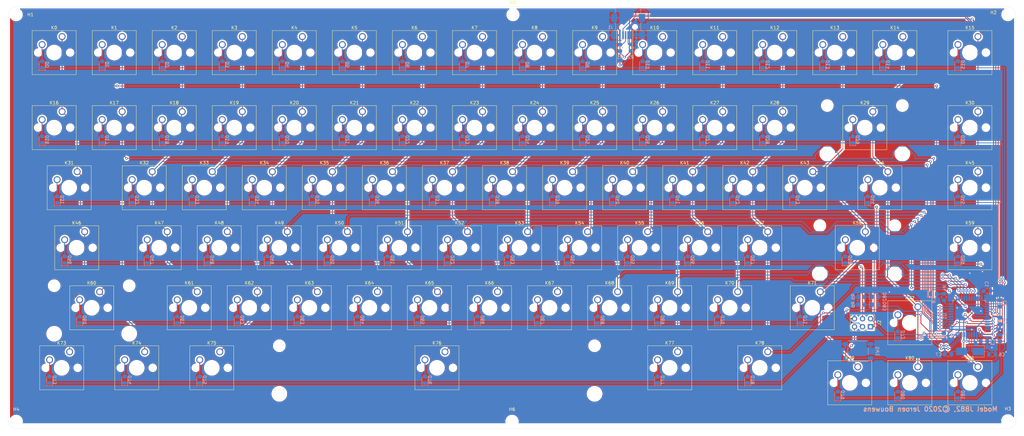
<source format=kicad_pcb>
(kicad_pcb (version 20171130) (host pcbnew "(5.1.5)-3")
  (layers (0 F.Cu signal) (31 B.Cu signal) (34 B.Paste user) (35 F.Paste user) (36 B.SilkS user) (37 F.SilkS user) (38 B.Mask user) (39 F.Mask user) (44 Edge.Cuts user))
  (net 0 "")
  (net 1 "Net-(D0-Pad2)")
  (net 2 "Net-(D1-Pad2)")
  (net 3 "Net-(D2-Pad2)")
  (net 4 "Net-(D3-Pad2)")
  (net 5 "Net-(D4-Pad2)")
  (net 6 "Net-(D5-Pad2)")
  (net 7 "Net-(D6-Pad2)")
  (net 8 "Net-(D7-Pad2)")
  (net 9 "Net-(D8-Pad2)")
  (net 10 "Net-(D9-Pad2)")
  (net 11 "Net-(D10-Pad2)")
  (net 12 "Net-(D11-Pad2)")
  (net 13 "Net-(D12-Pad2)")
  (net 14 "Net-(D13-Pad2)")
  (net 15 "Net-(D14-Pad2)")
  (net 16 "Net-(D15-Pad2)")
  (net 17 "Net-(D16-Pad2)")
  (net 18 "Net-(D17-Pad2)")
  (net 19 "Net-(D18-Pad2)")
  (net 20 "Net-(D19-Pad2)")
  (net 21 "Net-(D20-Pad2)")
  (net 22 "Net-(D21-Pad2)")
  (net 23 "Net-(D22-Pad2)")
  (net 24 "Net-(D23-Pad2)")
  (net 25 "Net-(D24-Pad2)")
  (net 26 "Net-(D25-Pad2)")
  (net 27 "Net-(D26-Pad2)")
  (net 28 "Net-(D27-Pad2)")
  (net 29 "Net-(D28-Pad2)")
  (net 30 "Net-(D29-Pad2)")
  (net 31 "Net-(D30-Pad2)")
  (net 32 "Net-(D31-Pad2)")
  (net 33 "Net-(D32-Pad2)")
  (net 34 "Net-(D33-Pad2)")
  (net 35 "Net-(D34-Pad2)")
  (net 36 "Net-(D35-Pad2)")
  (net 37 "Net-(D36-Pad2)")
  (net 38 "Net-(D37-Pad2)")
  (net 39 "Net-(D38-Pad2)")
  (net 40 "Net-(D39-Pad2)")
  (net 41 "Net-(D40-Pad2)")
  (net 42 "Net-(D41-Pad2)")
  (net 43 "Net-(D42-Pad2)")
  (net 44 "Net-(D43-Pad2)")
  (net 45 "Net-(D44-Pad2)")
  (net 46 "Net-(D45-Pad2)")
  (net 47 "Net-(D46-Pad2)")
  (net 48 "Net-(D47-Pad2)")
  (net 49 "Net-(D48-Pad2)")
  (net 50 "Net-(D49-Pad2)")
  (net 51 "Net-(D50-Pad2)")
  (net 52 "Net-(D51-Pad2)")
  (net 53 "Net-(D52-Pad2)")
  (net 54 "Net-(D53-Pad2)")
  (net 55 "Net-(D54-Pad2)")
  (net 56 "Net-(D55-Pad2)")
  (net 57 "Net-(D56-Pad2)")
  (net 58 "Net-(D57-Pad2)")
  (net 59 "Net-(D58-Pad2)")
  (net 60 "Net-(D59-Pad2)")
  (net 61 "Net-(D60-Pad2)")
  (net 62 "Net-(D61-Pad2)")
  (net 63 "Net-(D62-Pad2)")
  (net 64 "Net-(D63-Pad2)")
  (net 65 "Net-(D64-Pad2)")
  (net 66 "Net-(D65-Pad2)")
  (net 67 "Net-(D66-Pad2)")
  (net 68 "Net-(D67-Pad2)")
  (net 69 "Net-(D68-Pad2)")
  (net 70 "Net-(D69-Pad2)")
  (net 71 "Net-(D70-Pad2)")
  (net 72 "Net-(D71-Pad2)")
  (net 73 "Net-(D72-Pad2)")
  (net 74 "Net-(D73-Pad2)")
  (net 75 "Net-(D74-Pad2)")
  (net 76 "Net-(D75-Pad2)")
  (net 77 "Net-(D76-Pad2)")
  (net 78 "Net-(D77-Pad2)")
  (net 79 "Net-(D78-Pad2)")
  (net 80 "Net-(D79-Pad2)")
  (net 81 "Net-(D80-Pad2)")
  (net 82 "Net-(D81-Pad2)")
  (net 83 /Row_0)
  (net 84 /Row_1)
  (net 85 /Row_2)
  (net 86 /Row_3)
  (net 87 /Row_4)
  (net 88 /Row_5)
  (net 89 /Row_6)
  (net 90 /Col_0)
  (net 91 /Col_1)
  (net 92 /Col_2)
  (net 93 /Col_3)
  (net 94 /Col_4)
  (net 95 /Col_5)
  (net 96 /Col_6)
  (net 97 /Col_7)
  (net 98 /Col_8)
  (net 99 /Col_9)
  (net 100 /Col_10)
  (net 101 /Col_11)
  (net 102 /Col_12)
  (net 103 /Col_13)
  (net 104 /Col_14)
  (net 105 /Col_15)
  (net 106 "Net-(U1-Pad42)")
  (net 107 VCC)
  (net 108 GND)
  (net 109 "Net-(C6-Pad1)")
  (net 110 "Net-(C7-Pad1)")
  (net 111 "Net-(C8-Pad1)")
  (net 112 "Net-(J1-Pad2)")
  (net 113 "Net-(J1-Pad3)")
  (net 114 "Net-(J1-Pad4)")
  (net 115 "Net-(R1-Pad1)")
  (net 116 "Net-(R2-Pad1)")
  (net 117 "Net-(R4-Pad2)")
  (net 118 /Misc2)
  (net 119 /Misc1)
  (net 120 "Net-(D82-Pad1)")
  (net 121 "Net-(D83-Pad1)")
  (net 122 /Reset)
  (module Connector_PinSocket_2.54mm:PinSocket_2x03_P2.54mm_Vertical (layer F.Cu) (at 319.9858 189.3878 270)
    (fp_text reference J2 (at -1.27 -2.77 90) (layer F.SilkS))
    (fp_text value Conn_02x03_Odd_Even)
    (pad 6 thru_hole oval (at -2.54 5.08 270) (size 1.7 1.7) (drill 1) (layers *.Cu *.Mask) (net 108 GND))
    (pad 5 thru_hole oval (at 0 5.08 270) (size 1.7 1.7) (drill 1) (layers *.Cu *.Mask) (net 122 /Reset))
    (pad 4 thru_hole oval (at -2.54 2.54 270) (size 1.7 1.7) (drill 1) (layers *.Cu *.Mask) (net 86 /Row_3))
    (pad 3 thru_hole oval (at 0 2.54 270) (size 1.7 1.7) (drill 1) (layers *.Cu *.Mask) (net 87 /Row_4))
    (pad 2 thru_hole oval (at -2.54 0 270) (size 1.7 1.7) (drill 1) (layers *.Cu *.Mask) (net 107 VCC))
    (pad 1 thru_hole rect (at 0 0 270) (size 1.7 1.7) (drill 1) (layers *.Cu *.Mask) (net 85 /Row_2))
  )
  (module MountingHole:MountingHole_3.2mm_M3_DIN965 (layer F.Cu) (at 206.2658 219.3878)
    (fp_text reference H6 (at 0 -3.8) (layer F.SilkS))
    (fp_text value MountingHole)
    (pad 1 np_thru_hole circle (at 0 0) (size 3.2 3.2) (drill 3.2) (layers *.Cu *.Mask))
  )
  (module MountingHole:MountingHole_3.2mm_M3_DIN965 (layer F.Cu) (at 206.5658 90.3878)
    (fp_text reference H5 (at 0 -3.8) (layer F.SilkS))
    (fp_text value MountingHole)
    (pad 1 np_thru_hole circle (at 0 0) (size 3.2 3.2) (drill 3.2) (layers *.Cu *.Mask))
  )
  (module Crystal:Crystal_SMD_5032-2Pin_5.0x3.2mm_HandSoldering (layer B.Cu) (at 351.5008 197.2228 180)
    (fp_text reference X1 (at 0 -3) (layer B.SilkS) (effects (justify mirror)))
    (fp_text value XTAL)
    (pad 2 smd rect (at 2.6 0 180) (size 3.5 2.4) (layers B.Cu B.Paste B.Mask) (net 110 "Net-(C7-Pad1)"))
    (pad 1 smd rect (at -2.6 0 180) (size 3.5 2.4) (layers B.Cu B.Paste B.Mask) (net 109 "Net-(C6-Pad1)"))
  )
  (module MountingHole:MountingHole_3.2mm_M3_DIN965 (layer F.Cu) (at 48.9858 219.3878)
    (fp_text reference H4 (at 0 -3.8) (layer F.SilkS))
    (fp_text value MountingHole)
    (pad 1 np_thru_hole circle (at 0 0) (size 3.2 3.2) (drill 3.2) (layers *.Cu *.Mask))
  )
  (module MountingHole:MountingHole_3.2mm_M3_DIN965 (layer F.Cu) (at 363.5483 219.2128)
    (fp_text reference H3 (at 0 -3.8) (layer F.SilkS))
    (fp_text value MountingHole)
    (pad 1 np_thru_hole circle (at 0 0) (size 3.2 3.2) (drill 3.2) (layers *.Cu *.Mask))
  )
  (module MountingHole:MountingHole_3.2mm_M3_DIN965 (layer F.Cu) (at 363.5483 90.3878)
    (fp_text reference H2 (at -4.5625 -0.675) (layer F.SilkS))
    (fp_text value MountingHole)
    (pad 1 np_thru_hole circle (at 0 0) (size 3.2 3.2) (drill 3.2) (layers *.Cu *.Mask))
  )
  (module MountingHole:MountingHole_3.2mm_M3_DIN965 (layer F.Cu) (at 48.9858 90.3878)
    (fp_text reference H1 (at 4.5 0) (layer F.SilkS))
    (fp_text value MountingHole)
    (pad 1 np_thru_hole circle (at 0 0) (size 3.2 3.2) (drill 3.2) (layers *.Cu *.Mask))
  )
  (module Connector_USB:USB_Mini-B_Wuerth_65100516121_Horizontal (layer B.Cu) (at 243.0858 94.2878)
    (fp_text reference J1 (at -5.6 0.1) (layer B.SilkS) (effects (justify mirror)))
    (fp_text value USB_mini_micro_B)
    (pad 6 smd rect (at -4.4 -2.9) (size 2 2.5) (layers B.Cu B.Paste B.Mask) (net 108 GND))
    (pad 6 smd rect (at 4.4 -2.9) (size 2 2.5) (layers B.Cu B.Paste B.Mask) (net 108 GND))
    (pad 6 smd rect (at -4.4 2.6) (size 2 2.5) (layers B.Cu B.Paste B.Mask) (net 108 GND))
    (pad 6 smd rect (at 4.4 2.6) (size 2 2.5) (layers B.Cu B.Paste B.Mask) (net 108 GND))
    (pad 1 smd rect (at -1.6 2.6) (size 0.5 2.5) (layers B.Cu B.Paste B.Mask) (net 107 VCC))
    (pad 2 smd rect (at -0.8 2.6) (size 0.5 2.5) (layers B.Cu B.Paste B.Mask) (net 112 "Net-(J1-Pad2)"))
    (pad 3 smd rect (at 0 2.6) (size 0.5 2.5) (layers B.Cu B.Paste B.Mask) (net 113 "Net-(J1-Pad3)"))
    (pad 4 smd rect (at 0.8 2.6) (size 0.5 2.5) (layers B.Cu B.Paste B.Mask) (net 114 "Net-(J1-Pad4)"))
    (pad 5 smd rect (at 1.6 2.6) (size 0.5 2.5) (layers B.Cu B.Paste B.Mask) (net 108 GND))
    (pad "" np_thru_hole circle (at -2.2 0) (size 0.9 0.9) (drill 0.9) (layers *.Cu *.Mask))
    (pad "" np_thru_hole circle (at 2.2 0) (size 0.9 0.9) (drill 0.9) (layers *.Cu *.Mask))
  )
  (module Button_Switch_Keyboard:SW_Cherry_MX_1.50u_PCB (layer F.Cu) (at 287.3883 197.3453)
    (fp_text reference K78 (at -2.54 -2.794) (layer F.SilkS))
    (fp_text value KEYSW)
    (pad 1 thru_hole circle (at 0 0) (size 2.2 2.2) (drill 1.5) (layers *.Cu *.Mask) (net 102 /Col_12))
    (pad 2 thru_hole circle (at -6.35 2.54) (size 2.2 2.2) (drill 1.5) (layers *.Cu *.Mask) (net 79 "Net-(D78-Pad2)"))
    (pad "" np_thru_hole circle (at -2.54 5.08) (size 4 4) (drill 4) (layers *.Cu *.Mask))
    (pad "" np_thru_hole circle (at -7.62 5.08) (size 1.7 1.7) (drill 1.7) (layers *.Cu *.Mask))
    (pad "" np_thru_hole circle (at 2.54 5.08) (size 1.7 1.7) (drill 1.7) (layers *.Cu *.Mask))
  )
  (module Button_Switch_Keyboard:SW_Cherry_MX_1.50u_PCB (layer F.Cu) (at 258.8133 197.3453)
    (fp_text reference K77 (at -2.54 -2.794) (layer F.SilkS))
    (fp_text value KEYSW)
    (pad 1 thru_hole circle (at 0 0) (size 2.2 2.2) (drill 1.5) (layers *.Cu *.Mask) (net 100 /Col_10))
    (pad 2 thru_hole circle (at -6.35 2.54) (size 2.2 2.2) (drill 1.5) (layers *.Cu *.Mask) (net 78 "Net-(D77-Pad2)"))
    (pad "" np_thru_hole circle (at -2.54 5.08) (size 4 4) (drill 4) (layers *.Cu *.Mask))
    (pad "" np_thru_hole circle (at -7.62 5.08) (size 1.7 1.7) (drill 1.7) (layers *.Cu *.Mask))
    (pad "" np_thru_hole circle (at 2.54 5.08) (size 1.7 1.7) (drill 1.7) (layers *.Cu *.Mask))
  )
  (module Button_Switch_Keyboard:SW_Cherry_MX_6.25u_PCB (layer F.Cu) (at 184.99455 197.3453)
    (fp_text reference K76 (at -2.54 -2.794) (layer F.SilkS))
    (fp_text value KEYSW)
    (pad 1 thru_hole circle (at 0 0) (size 2.2 2.2) (drill 1.5) (layers *.Cu *.Mask) (net 96 /Col_6))
    (pad 2 thru_hole circle (at -6.35 2.54) (size 2.2 2.2) (drill 1.5) (layers *.Cu *.Mask) (net 77 "Net-(D76-Pad2)"))
    (pad "" np_thru_hole circle (at -2.54 5.08) (size 4 4) (drill 4) (layers *.Cu *.Mask))
    (pad "" np_thru_hole circle (at -7.62 5.08) (size 1.7 1.7) (drill 1.7) (layers *.Cu *.Mask))
    (pad "" np_thru_hole circle (at 2.54 5.08) (size 1.7 1.7) (drill 1.7) (layers *.Cu *.Mask))
    (pad "" np_thru_hole circle (at 47.46 13.32) (size 4 4) (drill 4) (layers *.Cu *.Mask))
    (pad "" np_thru_hole circle (at -52.54 13.32) (size 4 4) (drill 4) (layers *.Cu *.Mask))
    (pad "" np_thru_hole circle (at -52.54 -1.92) (size 3.05 3.05) (drill 3.05) (layers *.Cu *.Mask))
    (pad "" np_thru_hole circle (at 47.46 -1.92) (size 3.05 3.05) (drill 3.05) (layers *.Cu *.Mask))
  )
  (module Button_Switch_Keyboard:SW_Cherry_MX_1.25u_PCB (layer F.Cu) (at 113.55705 197.3453)
    (fp_text reference K75 (at -2.54 -2.794) (layer F.SilkS))
    (fp_text value KEYSW)
    (pad 1 thru_hole circle (at 0 0) (size 2.2 2.2) (drill 1.5) (layers *.Cu *.Mask) (net 93 /Col_3))
    (pad 2 thru_hole circle (at -6.35 2.54) (size 2.2 2.2) (drill 1.5) (layers *.Cu *.Mask) (net 76 "Net-(D75-Pad2)"))
    (pad "" np_thru_hole circle (at -2.54 5.08) (size 4 4) (drill 4) (layers *.Cu *.Mask))
    (pad "" np_thru_hole circle (at -7.62 5.08) (size 1.7 1.7) (drill 1.7) (layers *.Cu *.Mask))
    (pad "" np_thru_hole circle (at 2.54 5.08) (size 1.7 1.7) (drill 1.7) (layers *.Cu *.Mask))
  )
  (module Button_Switch_Keyboard:SW_Cherry_MX_1.25u_PCB (layer F.Cu) (at 89.74455 197.3453)
    (fp_text reference K74 (at -2.54 -2.794) (layer F.SilkS))
    (fp_text value KEYSW)
    (pad 1 thru_hole circle (at 0 0) (size 2.2 2.2) (drill 1.5) (layers *.Cu *.Mask) (net 91 /Col_1))
    (pad 2 thru_hole circle (at -6.35 2.54) (size 2.2 2.2) (drill 1.5) (layers *.Cu *.Mask) (net 75 "Net-(D74-Pad2)"))
    (pad "" np_thru_hole circle (at -2.54 5.08) (size 4 4) (drill 4) (layers *.Cu *.Mask))
    (pad "" np_thru_hole circle (at -7.62 5.08) (size 1.7 1.7) (drill 1.7) (layers *.Cu *.Mask))
    (pad "" np_thru_hole circle (at 2.54 5.08) (size 1.7 1.7) (drill 1.7) (layers *.Cu *.Mask))
  )
  (module Button_Switch_Keyboard:SW_Cherry_MX_1.25u_PCB (layer F.Cu) (at 65.93205 197.3453)
    (fp_text reference K73 (at -2.54 -2.794) (layer F.SilkS))
    (fp_text value KEYSW)
    (pad 1 thru_hole circle (at 0 0) (size 2.2 2.2) (drill 1.5) (layers *.Cu *.Mask) (net 90 /Col_0))
    (pad 2 thru_hole circle (at -6.35 2.54) (size 2.2 2.2) (drill 1.5) (layers *.Cu *.Mask) (net 74 "Net-(D73-Pad2)"))
    (pad "" np_thru_hole circle (at -2.54 5.08) (size 4 4) (drill 4) (layers *.Cu *.Mask))
    (pad "" np_thru_hole circle (at -7.62 5.08) (size 1.7 1.7) (drill 1.7) (layers *.Cu *.Mask))
    (pad "" np_thru_hole circle (at 2.54 5.08) (size 1.7 1.7) (drill 1.7) (layers *.Cu *.Mask))
  )
  (module Button_Switch_Keyboard:SW_Cherry_MX_1.75u_PCB (layer F.Cu) (at 304.05705 178.2953)
    (fp_text reference K71 (at -2.54 -2.794) (layer F.SilkS))
    (fp_text value KEYSW)
    (pad 1 thru_hole circle (at 0 0) (size 2.2 2.2) (drill 1.5) (layers *.Cu *.Mask) (net 103 /Col_13))
    (pad 2 thru_hole circle (at -6.35 2.54) (size 2.2 2.2) (drill 1.5) (layers *.Cu *.Mask) (net 72 "Net-(D71-Pad2)"))
    (pad "" np_thru_hole circle (at -2.54 5.08) (size 4 4) (drill 4) (layers *.Cu *.Mask))
    (pad "" np_thru_hole circle (at -7.62 5.08) (size 1.7 1.7) (drill 1.7) (layers *.Cu *.Mask))
    (pad "" np_thru_hole circle (at 2.54 5.08) (size 1.7 1.7) (drill 1.7) (layers *.Cu *.Mask))
  )
  (module Button_Switch_Keyboard:SW_Cherry_MX_2.25u_PCB (layer F.Cu) (at 75.45705 178.2953)
    (fp_text reference K60 (at -2.54 -2.794) (layer F.SilkS))
    (fp_text value KEYSW)
    (pad 1 thru_hole circle (at 0 0) (size 2.2 2.2) (drill 1.5) (layers *.Cu *.Mask) (net 91 /Col_1))
    (pad 2 thru_hole circle (at -6.35 2.54) (size 2.2 2.2) (drill 1.5) (layers *.Cu *.Mask) (net 61 "Net-(D60-Pad2)"))
    (pad "" np_thru_hole circle (at -2.54 5.08) (size 4 4) (drill 4) (layers *.Cu *.Mask))
    (pad "" np_thru_hole circle (at -7.62 5.08) (size 1.7 1.7) (drill 1.7) (layers *.Cu *.Mask))
    (pad "" np_thru_hole circle (at 2.54 5.08) (size 1.7 1.7) (drill 1.7) (layers *.Cu *.Mask))
    (pad "" np_thru_hole circle (at 9.36 13.32) (size 4 4) (drill 4) (layers *.Cu *.Mask))
    (pad "" np_thru_hole circle (at -14.44 13.32) (size 4 4) (drill 4) (layers *.Cu *.Mask))
    (pad "" np_thru_hole circle (at -14.44 -1.92) (size 3.05 3.05) (drill 3.05) (layers *.Cu *.Mask))
    (pad "" np_thru_hole circle (at 9.36 -1.92) (size 3.05 3.05) (drill 3.05) (layers *.Cu *.Mask))
  )
  (module Button_Switch_Keyboard:SW_Cherry_MX_2.25u_PCB (layer F.Cu) (at 318.34455 159.2453)
    (fp_text reference K58 (at -2.54 -2.794) (layer F.SilkS))
    (fp_text value KEYSW)
    (pad 1 thru_hole circle (at 0 0) (size 2.2 2.2) (drill 1.5) (layers *.Cu *.Mask) (net 103 /Col_13))
    (pad 2 thru_hole circle (at -6.35 2.54) (size 2.2 2.2) (drill 1.5) (layers *.Cu *.Mask) (net 59 "Net-(D58-Pad2)"))
    (pad "" np_thru_hole circle (at -2.54 5.08) (size 4 4) (drill 4) (layers *.Cu *.Mask))
    (pad "" np_thru_hole circle (at -7.62 5.08) (size 1.7 1.7) (drill 1.7) (layers *.Cu *.Mask))
    (pad "" np_thru_hole circle (at 2.54 5.08) (size 1.7 1.7) (drill 1.7) (layers *.Cu *.Mask))
    (pad "" np_thru_hole circle (at 9.36 13.32) (size 4 4) (drill 4) (layers *.Cu *.Mask))
    (pad "" np_thru_hole circle (at -14.44 13.32) (size 4 4) (drill 4) (layers *.Cu *.Mask))
    (pad "" np_thru_hole circle (at -14.44 -1.92) (size 3.05 3.05) (drill 3.05) (layers *.Cu *.Mask))
    (pad "" np_thru_hole circle (at 9.36 -1.92) (size 3.05 3.05) (drill 3.05) (layers *.Cu *.Mask))
  )
  (module Button_Switch_Keyboard:SW_Cherry_MX_1.75u_PCB (layer F.Cu) (at 70.69455 159.2453)
    (fp_text reference K46 (at -2.54 -2.794) (layer F.SilkS))
    (fp_text value KEYSW)
    (pad 1 thru_hole circle (at 0 0) (size 2.2 2.2) (drill 1.5) (layers *.Cu *.Mask) (net 90 /Col_0))
    (pad 2 thru_hole circle (at -6.35 2.54) (size 2.2 2.2) (drill 1.5) (layers *.Cu *.Mask) (net 47 "Net-(D46-Pad2)"))
    (pad "" np_thru_hole circle (at -2.54 5.08) (size 4 4) (drill 4) (layers *.Cu *.Mask))
    (pad "" np_thru_hole circle (at -7.62 5.08) (size 1.7 1.7) (drill 1.7) (layers *.Cu *.Mask))
    (pad "" np_thru_hole circle (at 2.54 5.08) (size 1.7 1.7) (drill 1.7) (layers *.Cu *.Mask))
  )
  (module Button_Switch_Keyboard:SW_Cherry_MX_1.50u_PCB (layer F.Cu) (at 325.4883 140.1953)
    (fp_text reference K44 (at -2.54 -2.794) (layer F.SilkS))
    (fp_text value KEYSW)
    (pad 1 thru_hole circle (at 0 0) (size 2.2 2.2) (drill 1.5) (layers *.Cu *.Mask) (net 104 /Col_14))
    (pad 2 thru_hole circle (at -6.35 2.54) (size 2.2 2.2) (drill 1.5) (layers *.Cu *.Mask) (net 45 "Net-(D44-Pad2)"))
    (pad "" np_thru_hole circle (at -2.54 5.08) (size 4 4) (drill 4) (layers *.Cu *.Mask))
    (pad "" np_thru_hole circle (at -7.62 5.08) (size 1.7 1.7) (drill 1.7) (layers *.Cu *.Mask))
    (pad "" np_thru_hole circle (at 2.54 5.08) (size 1.7 1.7) (drill 1.7) (layers *.Cu *.Mask))
  )
  (module Button_Switch_Keyboard:SW_Cherry_MX_1.50u_PCB (layer F.Cu) (at 68.3133 140.1953)
    (fp_text reference K31 (at -2.54 -2.794) (layer F.SilkS))
    (fp_text value KEYSW)
    (pad 1 thru_hole circle (at 0 0) (size 2.2 2.2) (drill 1.5) (layers *.Cu *.Mask) (net 90 /Col_0))
    (pad 2 thru_hole circle (at -6.35 2.54) (size 2.2 2.2) (drill 1.5) (layers *.Cu *.Mask) (net 32 "Net-(D31-Pad2)"))
    (pad "" np_thru_hole circle (at -2.54 5.08) (size 4 4) (drill 4) (layers *.Cu *.Mask))
    (pad "" np_thru_hole circle (at -7.62 5.08) (size 1.7 1.7) (drill 1.7) (layers *.Cu *.Mask))
    (pad "" np_thru_hole circle (at 2.54 5.08) (size 1.7 1.7) (drill 1.7) (layers *.Cu *.Mask))
  )
  (module Button_Switch_Keyboard:SW_Cherry_MX_2.00u_PCB (layer F.Cu) (at 320.7258 121.1453)
    (fp_text reference K29 (at -2.54 -2.794) (layer F.SilkS))
    (fp_text value KEYSW)
    (pad 1 thru_hole circle (at 0 0) (size 2.2 2.2) (drill 1.5) (layers *.Cu *.Mask) (net 104 /Col_14))
    (pad 2 thru_hole circle (at -6.35 2.54) (size 2.2 2.2) (drill 1.5) (layers *.Cu *.Mask) (net 30 "Net-(D29-Pad2)"))
    (pad "" np_thru_hole circle (at -2.54 5.08) (size 4 4) (drill 4) (layers *.Cu *.Mask))
    (pad "" np_thru_hole circle (at -7.62 5.08) (size 1.7 1.7) (drill 1.7) (layers *.Cu *.Mask))
    (pad "" np_thru_hole circle (at 2.54 5.08) (size 1.7 1.7) (drill 1.7) (layers *.Cu *.Mask))
    (pad "" np_thru_hole circle (at 9.36 13.32) (size 4 4) (drill 4) (layers *.Cu *.Mask))
    (pad "" np_thru_hole circle (at -14.44 13.32) (size 4 4) (drill 4) (layers *.Cu *.Mask))
    (pad "" np_thru_hole circle (at -14.44 -1.92) (size 3.05 3.05) (drill 3.05) (layers *.Cu *.Mask))
    (pad "" np_thru_hole circle (at 9.36 -1.92) (size 3.05 3.05) (drill 3.05) (layers *.Cu *.Mask))
  )
  (module Resistor_SMD:R_0805_2012Metric_Pad1.15x1.40mm_HandSolder (layer B.Cu) (at 316.9858 182.3878 180)
    (fp_text reference R6 (at 2.5 0 90) (layer B.SilkS) (effects (justify mirror)))
    (fp_text value 180R)
    (pad 1 smd roundrect (at -1.025 0 180) (size 1.15 1.4) (layers B.Cu B.Paste B.Mask) (roundrect_rratio 0.217391) (net 121 "Net-(D83-Pad1)"))
    (pad 2 smd roundrect (at 1.025 0 180) (size 1.15 1.4) (layers B.Cu B.Paste B.Mask) (roundrect_rratio 0.217391) (net 108 GND))
  )
  (module Resistor_SMD:R_0805_2012Metric_Pad1.15x1.40mm_HandSolder (layer B.Cu) (at 317.0108 179.8878 180)
    (fp_text reference R5 (at 2.525 0 90) (layer B.SilkS) (effects (justify mirror)))
    (fp_text value 180R)
    (pad 1 smd roundrect (at -1.025 0 180) (size 1.15 1.4) (layers B.Cu B.Paste B.Mask) (roundrect_rratio 0.217391) (net 120 "Net-(D82-Pad1)"))
    (pad 2 smd roundrect (at 1.025 0 180) (size 1.15 1.4) (layers B.Cu B.Paste B.Mask) (roundrect_rratio 0.217391) (net 108 GND))
  )
  (module LED_SMD:LED_0805_2012Metric_Pad1.15x1.40mm_HandSolder (layer B.Cu) (at 321.4608 182.3878)
    (fp_text reference D83 (at 3.025 0.5 270) (layer B.SilkS) (effects (justify mirror)))
    (fp_text value LED)
    (pad 2 smd roundrect (at 1.025 0) (size 1.15 1.4) (layers B.Cu B.Paste B.Mask) (roundrect_rratio 0.217391) (net 118 /Misc2))
    (pad 1 smd roundrect (at -1.025 0) (size 1.15 1.4) (layers B.Cu B.Paste B.Mask) (roundrect_rratio 0.217391) (net 121 "Net-(D83-Pad1)"))
  )
  (module LED_SMD:LED_0805_2012Metric_Pad1.15x1.40mm_HandSolder (layer B.Cu) (at 321.4608 179.8878)
    (fp_text reference D82 (at 3.025 0 270) (layer B.SilkS) (effects (justify mirror)))
    (fp_text value LED)
    (pad 2 smd roundrect (at 1.025 0) (size 1.15 1.4) (layers B.Cu B.Paste B.Mask) (roundrect_rratio 0.217391) (net 119 /Misc1))
    (pad 1 smd roundrect (at -1.025 0) (size 1.15 1.4) (layers B.Cu B.Paste B.Mask) (roundrect_rratio 0.217391) (net 120 "Net-(D82-Pad1)"))
  )
  (module Button_Switch_SMD:SW_Push_1P1T_NO_6x6mm_H9.5mm (layer B.Cu) (at 316.0108 197.1378 180)
    (fp_text reference SW1 (at -6.19 -0.04 270) (layer B.SilkS) (effects (justify mirror)))
    (fp_text value SW_PUSH)
    (pad 2 smd rect (at 3.975 -2.25 180) (size 1.55 1.3) (layers B.Cu B.Paste B.Mask) (net 122 /Reset))
    (pad 1 smd rect (at 3.975 2.25 180) (size 1.55 1.3) (layers B.Cu B.Paste B.Mask) (net 108 GND))
    (pad 1 smd rect (at -3.975 2.25 180) (size 1.55 1.3) (layers B.Cu B.Paste B.Mask) (net 108 GND))
    (pad 2 smd rect (at -3.975 -2.25 180) (size 1.55 1.3) (layers B.Cu B.Paste B.Mask) (net 122 /Reset))
  )
  (module Button_Switch_Keyboard:SW_Cherry_MX_1.00u_PCB (layer F.Cu) (at 120.7008 97.3328)
    (fp_text reference K3 (at -2.54 -2.794) (layer F.SilkS))
    (fp_text value KEYSW)
    (pad 1 thru_hole circle (at 0 0) (size 2.2 2.2) (drill 1.5) (layers *.Cu *.Mask) (net 93 /Col_3))
    (pad 2 thru_hole circle (at -6.35 2.54) (size 2.2 2.2) (drill 1.5) (layers *.Cu *.Mask) (net 4 "Net-(D3-Pad2)"))
    (pad "" np_thru_hole circle (at -2.54 5.08) (size 4 4) (drill 4) (layers *.Cu *.Mask))
    (pad "" np_thru_hole circle (at -7.62 5.08) (size 1.7 1.7) (drill 1.7) (layers *.Cu *.Mask))
    (pad "" np_thru_hole circle (at 2.54 5.08) (size 1.7 1.7) (drill 1.7) (layers *.Cu *.Mask))
  )
  (module Package_QFP:TQFP-44_10x10mm_P0.8mm (layer B.Cu) (at 351.282 186.182 180)
    (fp_text reference U1 (at 7.747 0.127 90) (layer B.SilkS) (effects (justify mirror)))
    (fp_text value ATMEGA32U4)
    (pad 1 smd rect (at -5.7 4 180) (size 1.5 0.55) (layers B.Cu B.Paste B.Mask) (net 89 /Row_6))
    (pad 2 smd rect (at -5.7 3.2 180) (size 1.5 0.55) (layers B.Cu B.Paste B.Mask) (net 107 VCC))
    (pad 3 smd rect (at -5.7 2.4 180) (size 1.5 0.55) (layers B.Cu B.Paste B.Mask) (net 115 "Net-(R1-Pad1)"))
    (pad 4 smd rect (at -5.7 1.6 180) (size 1.5 0.55) (layers B.Cu B.Paste B.Mask) (net 116 "Net-(R2-Pad1)"))
    (pad 5 smd rect (at -5.7 0.8 180) (size 1.5 0.55) (layers B.Cu B.Paste B.Mask) (net 108 GND))
    (pad 6 smd rect (at -5.7 0 180) (size 1.5 0.55) (layers B.Cu B.Paste B.Mask) (net 111 "Net-(C8-Pad1)"))
    (pad 7 smd rect (at -5.7 -0.8 180) (size 1.5 0.55) (layers B.Cu B.Paste B.Mask) (net 107 VCC))
    (pad 8 smd rect (at -5.7 -1.6 180) (size 1.5 0.55) (layers B.Cu B.Paste B.Mask) (net 88 /Row_5))
    (pad 9 smd rect (at -5.7 -2.4 180) (size 1.5 0.55) (layers B.Cu B.Paste B.Mask) (net 87 /Row_4))
    (pad 10 smd rect (at -5.7 -3.2 180) (size 1.5 0.55) (layers B.Cu B.Paste B.Mask) (net 86 /Row_3))
    (pad 11 smd rect (at -5.7 -4 180) (size 1.5 0.55) (layers B.Cu B.Paste B.Mask) (net 85 /Row_2))
    (pad 12 smd rect (at -4 -5.7 90) (size 1.5 0.55) (layers B.Cu B.Paste B.Mask) (net 84 /Row_1))
    (pad 13 smd rect (at -3.2 -5.7 90) (size 1.5 0.55) (layers B.Cu B.Paste B.Mask) (net 122 /Reset))
    (pad 14 smd rect (at -2.4 -5.7 90) (size 1.5 0.55) (layers B.Cu B.Paste B.Mask) (net 107 VCC))
    (pad 15 smd rect (at -1.6 -5.7 90) (size 1.5 0.55) (layers B.Cu B.Paste B.Mask) (net 108 GND))
    (pad 16 smd rect (at -0.8 -5.7 90) (size 1.5 0.55) (layers B.Cu B.Paste B.Mask) (net 109 "Net-(C6-Pad1)"))
    (pad 17 smd rect (at 0 -5.7 90) (size 1.5 0.55) (layers B.Cu B.Paste B.Mask) (net 110 "Net-(C7-Pad1)"))
    (pad 18 smd rect (at 0.8 -5.7 90) (size 1.5 0.55) (layers B.Cu B.Paste B.Mask) (net 83 /Row_0))
    (pad 19 smd rect (at 1.6 -5.7 90) (size 1.5 0.55) (layers B.Cu B.Paste B.Mask) (net 105 /Col_15))
    (pad 20 smd rect (at 2.4 -5.7 90) (size 1.5 0.55) (layers B.Cu B.Paste B.Mask) (net 118 /Misc2))
    (pad 21 smd rect (at 3.2 -5.7 90) (size 1.5 0.55) (layers B.Cu B.Paste B.Mask) (net 119 /Misc1))
    (pad 22 smd rect (at 4 -5.7 90) (size 1.5 0.55) (layers B.Cu B.Paste B.Mask) (net 104 /Col_14))
    (pad 23 smd rect (at 5.7 -4 180) (size 1.5 0.55) (layers B.Cu B.Paste B.Mask) (net 108 GND))
    (pad 24 smd rect (at 5.7 -3.2 180) (size 1.5 0.55) (layers B.Cu B.Paste B.Mask) (net 107 VCC))
    (pad 25 smd rect (at 5.7 -2.4 180) (size 1.5 0.55) (layers B.Cu B.Paste B.Mask) (net 97 /Col_7))
    (pad 26 smd rect (at 5.7 -1.6 180) (size 1.5 0.55) (layers B.Cu B.Paste B.Mask) (net 96 /Col_6))
    (pad 27 smd rect (at 5.7 -0.8 180) (size 1.5 0.55) (layers B.Cu B.Paste B.Mask) (net 95 /Col_5))
    (pad 28 smd rect (at 5.7 0 180) (size 1.5 0.55) (layers B.Cu B.Paste B.Mask) (net 94 /Col_4))
    (pad 29 smd rect (at 5.7 0.8 180) (size 1.5 0.55) (layers B.Cu B.Paste B.Mask) (net 93 /Col_3))
    (pad 30 smd rect (at 5.7 1.6 180) (size 1.5 0.55) (layers B.Cu B.Paste B.Mask) (net 92 /Col_2))
    (pad 31 smd rect (at 5.7 2.4 180) (size 1.5 0.55) (layers B.Cu B.Paste B.Mask) (net 91 /Col_1))
    (pad 32 smd rect (at 5.7 3.2 180) (size 1.5 0.55) (layers B.Cu B.Paste B.Mask) (net 90 /Col_0))
    (pad 33 smd rect (at 5.7 4 180) (size 1.5 0.55) (layers B.Cu B.Paste B.Mask) (net 117 "Net-(R4-Pad2)"))
    (pad 34 smd rect (at 4 5.7 90) (size 1.5 0.55) (layers B.Cu B.Paste B.Mask) (net 107 VCC))
    (pad 35 smd rect (at 3.2 5.7 90) (size 1.5 0.55) (layers B.Cu B.Paste B.Mask) (net 108 GND))
    (pad 36 smd rect (at 2.4 5.7 90) (size 1.5 0.55) (layers B.Cu B.Paste B.Mask) (net 98 /Col_8))
    (pad 37 smd rect (at 1.6 5.7 90) (size 1.5 0.55) (layers B.Cu B.Paste B.Mask) (net 99 /Col_9))
    (pad 38 smd rect (at 0.8 5.7 90) (size 1.5 0.55) (layers B.Cu B.Paste B.Mask) (net 100 /Col_10))
    (pad 39 smd rect (at 0 5.7 90) (size 1.5 0.55) (layers B.Cu B.Paste B.Mask) (net 101 /Col_11))
    (pad 40 smd rect (at -0.8 5.7 90) (size 1.5 0.55) (layers B.Cu B.Paste B.Mask) (net 102 /Col_12))
    (pad 41 smd rect (at -1.6 5.7 90) (size 1.5 0.55) (layers B.Cu B.Paste B.Mask) (net 103 /Col_13))
    (pad 42 smd rect (at -2.4 5.7 90) (size 1.5 0.55) (layers B.Cu B.Paste B.Mask) (net 106 "Net-(U1-Pad42)"))
    (pad 43 smd rect (at -3.2 5.7 90) (size 1.5 0.55) (layers B.Cu B.Paste B.Mask) (net 108 GND))
    (pad 44 smd rect (at -4 5.7 90) (size 1.5 0.55) (layers B.Cu B.Paste B.Mask) (net 107 VCC))
  )
  (module Capacitor_SMD:C_0805_2012Metric_Pad1.15x1.40mm_HandSolder (layer B.Cu) (at 358.5758 198.2228)
    (fp_text reference C6 (at 3.025 0 180) (layer B.SilkS) (effects (justify mirror)))
    (fp_text value 22p)
    (pad 2 smd roundrect (at 1.025 0) (size 1.15 1.4) (layers B.Cu B.Paste B.Mask) (roundrect_rratio 0.217391) (net 108 GND))
    (pad 1 smd roundrect (at -1.025 0) (size 1.15 1.4) (layers B.Cu B.Paste B.Mask) (roundrect_rratio 0.217391) (net 109 "Net-(C6-Pad1)"))
  )
  (module Capacitor_SMD:C_0805_2012Metric_Pad1.15x1.40mm_HandSolder (layer B.Cu) (at 344.5758 198.129 180)
    (fp_text reference C7 (at 2.975 -0.0938) (layer B.SilkS) (effects (justify mirror)))
    (fp_text value 22p)
    (pad 1 smd roundrect (at -1.025 0 180) (size 1.15 1.4) (layers B.Cu B.Paste B.Mask) (roundrect_rratio 0.217391) (net 110 "Net-(C7-Pad1)"))
    (pad 2 smd roundrect (at 1.025 0 180) (size 1.15 1.4) (layers B.Cu B.Paste B.Mask) (roundrect_rratio 0.217391) (net 108 GND))
  )
  (module Button_Switch_Keyboard:SW_Cherry_MX_1.00u_PCB (layer F.Cu) (at 63.5508 97.3328)
    (fp_text reference K0 (at -2.54 -2.794) (layer F.SilkS))
    (fp_text value KEYSW)
    (pad 1 thru_hole circle (at 0 0) (size 2.2 2.2) (drill 1.5) (layers *.Cu *.Mask) (net 90 /Col_0))
    (pad 2 thru_hole circle (at -6.35 2.54) (size 2.2 2.2) (drill 1.5) (layers *.Cu *.Mask) (net 1 "Net-(D0-Pad2)"))
    (pad "" np_thru_hole circle (at -2.54 5.08) (size 4 4) (drill 4) (layers *.Cu *.Mask))
    (pad "" np_thru_hole circle (at -7.62 5.08) (size 1.7 1.7) (drill 1.7) (layers *.Cu *.Mask))
    (pad "" np_thru_hole circle (at 2.54 5.08) (size 1.7 1.7) (drill 1.7) (layers *.Cu *.Mask))
  )
  (module Diode_SMD:D_0805_2012Metric_Pad1.15x1.40mm_HandSolder (layer B.Cu) (at 57.2008 106.2228 90)
    (fp_text reference D0 (at 0 1.65 90) (layer B.SilkS) (effects (justify mirror)))
    (fp_text value D)
    (pad 1 smd roundrect (at -1.025 0 90) (size 1.15 1.4) (layers B.Cu B.Paste B.Mask) (roundrect_rratio 0.217391) (net 83 /Row_0))
    (pad 2 smd roundrect (at 1.025 0 90) (size 1.15 1.4) (layers B.Cu B.Paste B.Mask) (roundrect_rratio 0.217391) (net 1 "Net-(D0-Pad2)"))
  )
  (module Button_Switch_Keyboard:SW_Cherry_MX_1.00u_PCB (layer F.Cu) (at 82.6008 97.3328)
    (fp_text reference K1 (at -2.54 -2.794) (layer F.SilkS))
    (fp_text value KEYSW)
    (pad 1 thru_hole circle (at 0 0) (size 2.2 2.2) (drill 1.5) (layers *.Cu *.Mask) (net 91 /Col_1))
    (pad 2 thru_hole circle (at -6.35 2.54) (size 2.2 2.2) (drill 1.5) (layers *.Cu *.Mask) (net 2 "Net-(D1-Pad2)"))
    (pad "" np_thru_hole circle (at -2.54 5.08) (size 4 4) (drill 4) (layers *.Cu *.Mask))
    (pad "" np_thru_hole circle (at -7.62 5.08) (size 1.7 1.7) (drill 1.7) (layers *.Cu *.Mask))
    (pad "" np_thru_hole circle (at 2.54 5.08) (size 1.7 1.7) (drill 1.7) (layers *.Cu *.Mask))
  )
  (module Diode_SMD:D_0805_2012Metric_Pad1.15x1.40mm_HandSolder (layer B.Cu) (at 76.2508 106.2228 90)
    (fp_text reference D1 (at 0 1.65 90) (layer B.SilkS) (effects (justify mirror)))
    (fp_text value D)
    (pad 1 smd roundrect (at -1.025 0 90) (size 1.15 1.4) (layers B.Cu B.Paste B.Mask) (roundrect_rratio 0.217391) (net 83 /Row_0))
    (pad 2 smd roundrect (at 1.025 0 90) (size 1.15 1.4) (layers B.Cu B.Paste B.Mask) (roundrect_rratio 0.217391) (net 2 "Net-(D1-Pad2)"))
  )
  (module Button_Switch_Keyboard:SW_Cherry_MX_1.00u_PCB (layer F.Cu) (at 101.6508 97.3328)
    (fp_text reference K2 (at -2.54 -2.794) (layer F.SilkS))
    (fp_text value KEYSW)
    (pad 1 thru_hole circle (at 0 0) (size 2.2 2.2) (drill 1.5) (layers *.Cu *.Mask) (net 92 /Col_2))
    (pad 2 thru_hole circle (at -6.35 2.54) (size 2.2 2.2) (drill 1.5) (layers *.Cu *.Mask) (net 3 "Net-(D2-Pad2)"))
    (pad "" np_thru_hole circle (at -2.54 5.08) (size 4 4) (drill 4) (layers *.Cu *.Mask))
    (pad "" np_thru_hole circle (at -7.62 5.08) (size 1.7 1.7) (drill 1.7) (layers *.Cu *.Mask))
    (pad "" np_thru_hole circle (at 2.54 5.08) (size 1.7 1.7) (drill 1.7) (layers *.Cu *.Mask))
  )
  (module Diode_SMD:D_0805_2012Metric_Pad1.15x1.40mm_HandSolder (layer B.Cu) (at 95.3008 106.2228 90)
    (fp_text reference D2 (at 0 1.65 90) (layer B.SilkS) (effects (justify mirror)))
    (fp_text value D)
    (pad 1 smd roundrect (at -1.025 0 90) (size 1.15 1.4) (layers B.Cu B.Paste B.Mask) (roundrect_rratio 0.217391) (net 83 /Row_0))
    (pad 2 smd roundrect (at 1.025 0 90) (size 1.15 1.4) (layers B.Cu B.Paste B.Mask) (roundrect_rratio 0.217391) (net 3 "Net-(D2-Pad2)"))
  )
  (module Diode_SMD:D_0805_2012Metric_Pad1.15x1.40mm_HandSolder (layer B.Cu) (at 114.3508 106.2228 90)
    (fp_text reference D3 (at 0 1.65 90) (layer B.SilkS) (effects (justify mirror)))
    (fp_text value D)
    (pad 1 smd roundrect (at -1.025 0 90) (size 1.15 1.4) (layers B.Cu B.Paste B.Mask) (roundrect_rratio 0.217391) (net 83 /Row_0))
    (pad 2 smd roundrect (at 1.025 0 90) (size 1.15 1.4) (layers B.Cu B.Paste B.Mask) (roundrect_rratio 0.217391) (net 4 "Net-(D3-Pad2)"))
  )
  (module Button_Switch_Keyboard:SW_Cherry_MX_1.00u_PCB (layer F.Cu) (at 139.7508 97.3328)
    (fp_text reference K4 (at -2.54 -2.794) (layer F.SilkS))
    (fp_text value KEYSW)
    (pad 1 thru_hole circle (at 0 0) (size 2.2 2.2) (drill 1.5) (layers *.Cu *.Mask) (net 94 /Col_4))
    (pad 2 thru_hole circle (at -6.35 2.54) (size 2.2 2.2) (drill 1.5) (layers *.Cu *.Mask) (net 5 "Net-(D4-Pad2)"))
    (pad "" np_thru_hole circle (at -2.54 5.08) (size 4 4) (drill 4) (layers *.Cu *.Mask))
    (pad "" np_thru_hole circle (at -7.62 5.08) (size 1.7 1.7) (drill 1.7) (layers *.Cu *.Mask))
    (pad "" np_thru_hole circle (at 2.54 5.08) (size 1.7 1.7) (drill 1.7) (layers *.Cu *.Mask))
  )
  (module Diode_SMD:D_0805_2012Metric_Pad1.15x1.40mm_HandSolder (layer B.Cu) (at 133.4008 106.2228 90)
    (fp_text reference D4 (at 0 1.65 90) (layer B.SilkS) (effects (justify mirror)))
    (fp_text value D)
    (pad 1 smd roundrect (at -1.025 0 90) (size 1.15 1.4) (layers B.Cu B.Paste B.Mask) (roundrect_rratio 0.217391) (net 83 /Row_0))
    (pad 2 smd roundrect (at 1.025 0 90) (size 1.15 1.4) (layers B.Cu B.Paste B.Mask) (roundrect_rratio 0.217391) (net 5 "Net-(D4-Pad2)"))
  )
  (module Button_Switch_Keyboard:SW_Cherry_MX_1.00u_PCB (layer F.Cu) (at 158.8008 97.3328)
    (fp_text reference K5 (at -2.54 -2.794) (layer F.SilkS))
    (fp_text value KEYSW)
    (pad 1 thru_hole circle (at 0 0) (size 2.2 2.2) (drill 1.5) (layers *.Cu *.Mask) (net 95 /Col_5))
    (pad 2 thru_hole circle (at -6.35 2.54) (size 2.2 2.2) (drill 1.5) (layers *.Cu *.Mask) (net 6 "Net-(D5-Pad2)"))
    (pad "" np_thru_hole circle (at -2.54 5.08) (size 4 4) (drill 4) (layers *.Cu *.Mask))
    (pad "" np_thru_hole circle (at -7.62 5.08) (size 1.7 1.7) (drill 1.7) (layers *.Cu *.Mask))
    (pad "" np_thru_hole circle (at 2.54 5.08) (size 1.7 1.7) (drill 1.7) (layers *.Cu *.Mask))
  )
  (module Diode_SMD:D_0805_2012Metric_Pad1.15x1.40mm_HandSolder (layer B.Cu) (at 152.4508 106.2228 90)
    (fp_text reference D5 (at 0 1.65 90) (layer B.SilkS) (effects (justify mirror)))
    (fp_text value D)
    (pad 1 smd roundrect (at -1.025 0 90) (size 1.15 1.4) (layers B.Cu B.Paste B.Mask) (roundrect_rratio 0.217391) (net 83 /Row_0))
    (pad 2 smd roundrect (at 1.025 0 90) (size 1.15 1.4) (layers B.Cu B.Paste B.Mask) (roundrect_rratio 0.217391) (net 6 "Net-(D5-Pad2)"))
  )
  (module Button_Switch_Keyboard:SW_Cherry_MX_1.00u_PCB (layer F.Cu) (at 177.8508 97.3328)
    (fp_text reference K6 (at -2.54 -2.794) (layer F.SilkS))
    (fp_text value KEYSW)
    (pad 1 thru_hole circle (at 0 0) (size 2.2 2.2) (drill 1.5) (layers *.Cu *.Mask) (net 96 /Col_6))
    (pad 2 thru_hole circle (at -6.35 2.54) (size 2.2 2.2) (drill 1.5) (layers *.Cu *.Mask) (net 7 "Net-(D6-Pad2)"))
    (pad "" np_thru_hole circle (at -2.54 5.08) (size 4 4) (drill 4) (layers *.Cu *.Mask))
    (pad "" np_thru_hole circle (at -7.62 5.08) (size 1.7 1.7) (drill 1.7) (layers *.Cu *.Mask))
    (pad "" np_thru_hole circle (at 2.54 5.08) (size 1.7 1.7) (drill 1.7) (layers *.Cu *.Mask))
  )
  (module Diode_SMD:D_0805_2012Metric_Pad1.15x1.40mm_HandSolder (layer B.Cu) (at 171.5008 106.2228 90)
    (fp_text reference D6 (at 0 1.65 90) (layer B.SilkS) (effects (justify mirror)))
    (fp_text value D)
    (pad 1 smd roundrect (at -1.025 0 90) (size 1.15 1.4) (layers B.Cu B.Paste B.Mask) (roundrect_rratio 0.217391) (net 83 /Row_0))
    (pad 2 smd roundrect (at 1.025 0 90) (size 1.15 1.4) (layers B.Cu B.Paste B.Mask) (roundrect_rratio 0.217391) (net 7 "Net-(D6-Pad2)"))
  )
  (module Button_Switch_Keyboard:SW_Cherry_MX_1.00u_PCB (layer F.Cu) (at 196.9008 97.3328)
    (fp_text reference K7 (at -2.54 -2.794) (layer F.SilkS))
    (fp_text value KEYSW)
    (pad 1 thru_hole circle (at 0 0) (size 2.2 2.2) (drill 1.5) (layers *.Cu *.Mask) (net 97 /Col_7))
    (pad 2 thru_hole circle (at -6.35 2.54) (size 2.2 2.2) (drill 1.5) (layers *.Cu *.Mask) (net 8 "Net-(D7-Pad2)"))
    (pad "" np_thru_hole circle (at -2.54 5.08) (size 4 4) (drill 4) (layers *.Cu *.Mask))
    (pad "" np_thru_hole circle (at -7.62 5.08) (size 1.7 1.7) (drill 1.7) (layers *.Cu *.Mask))
    (pad "" np_thru_hole circle (at 2.54 5.08) (size 1.7 1.7) (drill 1.7) (layers *.Cu *.Mask))
  )
  (module Diode_SMD:D_0805_2012Metric_Pad1.15x1.40mm_HandSolder (layer B.Cu) (at 190.5508 106.2228 90)
    (fp_text reference D7 (at 0 1.65 90) (layer B.SilkS) (effects (justify mirror)))
    (fp_text value D)
    (pad 1 smd roundrect (at -1.025 0 90) (size 1.15 1.4) (layers B.Cu B.Paste B.Mask) (roundrect_rratio 0.217391) (net 83 /Row_0))
    (pad 2 smd roundrect (at 1.025 0 90) (size 1.15 1.4) (layers B.Cu B.Paste B.Mask) (roundrect_rratio 0.217391) (net 8 "Net-(D7-Pad2)"))
  )
  (module Button_Switch_Keyboard:SW_Cherry_MX_1.00u_PCB (layer F.Cu) (at 215.9508 97.3328)
    (fp_text reference K8 (at -2.54 -2.794) (layer F.SilkS))
    (fp_text value KEYSW)
    (pad 1 thru_hole circle (at 0 0) (size 2.2 2.2) (drill 1.5) (layers *.Cu *.Mask) (net 98 /Col_8))
    (pad 2 thru_hole circle (at -6.35 2.54) (size 2.2 2.2) (drill 1.5) (layers *.Cu *.Mask) (net 9 "Net-(D8-Pad2)"))
    (pad "" np_thru_hole circle (at -2.54 5.08) (size 4 4) (drill 4) (layers *.Cu *.Mask))
    (pad "" np_thru_hole circle (at -7.62 5.08) (size 1.7 1.7) (drill 1.7) (layers *.Cu *.Mask))
    (pad "" np_thru_hole circle (at 2.54 5.08) (size 1.7 1.7) (drill 1.7) (layers *.Cu *.Mask))
  )
  (module Diode_SMD:D_0805_2012Metric_Pad1.15x1.40mm_HandSolder (layer B.Cu) (at 209.6008 106.2228 90)
    (fp_text reference D8 (at 0 1.65 90) (layer B.SilkS) (effects (justify mirror)))
    (fp_text value D)
    (pad 1 smd roundrect (at -1.025 0 90) (size 1.15 1.4) (layers B.Cu B.Paste B.Mask) (roundrect_rratio 0.217391) (net 83 /Row_0))
    (pad 2 smd roundrect (at 1.025 0 90) (size 1.15 1.4) (layers B.Cu B.Paste B.Mask) (roundrect_rratio 0.217391) (net 9 "Net-(D8-Pad2)"))
  )
  (module Button_Switch_Keyboard:SW_Cherry_MX_1.00u_PCB (layer F.Cu) (at 235.0008 97.3328)
    (fp_text reference K9 (at -2.54 -2.794) (layer F.SilkS))
    (fp_text value KEYSW)
    (pad 1 thru_hole circle (at 0 0) (size 2.2 2.2) (drill 1.5) (layers *.Cu *.Mask) (net 99 /Col_9))
    (pad 2 thru_hole circle (at -6.35 2.54) (size 2.2 2.2) (drill 1.5) (layers *.Cu *.Mask) (net 10 "Net-(D9-Pad2)"))
    (pad "" np_thru_hole circle (at -2.54 5.08) (size 4 4) (drill 4) (layers *.Cu *.Mask))
    (pad "" np_thru_hole circle (at -7.62 5.08) (size 1.7 1.7) (drill 1.7) (layers *.Cu *.Mask))
    (pad "" np_thru_hole circle (at 2.54 5.08) (size 1.7 1.7) (drill 1.7) (layers *.Cu *.Mask))
  )
  (module Diode_SMD:D_0805_2012Metric_Pad1.15x1.40mm_HandSolder (layer B.Cu) (at 228.6508 106.2228 90)
    (fp_text reference D9 (at 0 1.65 90) (layer B.SilkS) (effects (justify mirror)))
    (fp_text value D)
    (pad 1 smd roundrect (at -1.025 0 90) (size 1.15 1.4) (layers B.Cu B.Paste B.Mask) (roundrect_rratio 0.217391) (net 83 /Row_0))
    (pad 2 smd roundrect (at 1.025 0 90) (size 1.15 1.4) (layers B.Cu B.Paste B.Mask) (roundrect_rratio 0.217391) (net 10 "Net-(D9-Pad2)"))
  )
  (module Button_Switch_Keyboard:SW_Cherry_MX_1.00u_PCB (layer F.Cu) (at 254.0508 97.3328)
    (fp_text reference K10 (at -2.54 -2.794) (layer F.SilkS))
    (fp_text value KEYSW)
    (pad 1 thru_hole circle (at 0 0) (size 2.2 2.2) (drill 1.5) (layers *.Cu *.Mask) (net 100 /Col_10))
    (pad 2 thru_hole circle (at -6.35 2.54) (size 2.2 2.2) (drill 1.5) (layers *.Cu *.Mask) (net 11 "Net-(D10-Pad2)"))
    (pad "" np_thru_hole circle (at -2.54 5.08) (size 4 4) (drill 4) (layers *.Cu *.Mask))
    (pad "" np_thru_hole circle (at -7.62 5.08) (size 1.7 1.7) (drill 1.7) (layers *.Cu *.Mask))
    (pad "" np_thru_hole circle (at 2.54 5.08) (size 1.7 1.7) (drill 1.7) (layers *.Cu *.Mask))
  )
  (module Diode_SMD:D_0805_2012Metric_Pad1.15x1.40mm_HandSolder (layer B.Cu) (at 247.7008 106.2228 90)
    (fp_text reference D10 (at 0 1.65 90) (layer B.SilkS) (effects (justify mirror)))
    (fp_text value D)
    (pad 1 smd roundrect (at -1.025 0 90) (size 1.15 1.4) (layers B.Cu B.Paste B.Mask) (roundrect_rratio 0.217391) (net 83 /Row_0))
    (pad 2 smd roundrect (at 1.025 0 90) (size 1.15 1.4) (layers B.Cu B.Paste B.Mask) (roundrect_rratio 0.217391) (net 11 "Net-(D10-Pad2)"))
  )
  (module Button_Switch_Keyboard:SW_Cherry_MX_1.00u_PCB (layer F.Cu) (at 273.1008 97.3328)
    (fp_text reference K11 (at -2.54 -2.794) (layer F.SilkS))
    (fp_text value KEYSW)
    (pad 1 thru_hole circle (at 0 0) (size 2.2 2.2) (drill 1.5) (layers *.Cu *.Mask) (net 101 /Col_11))
    (pad 2 thru_hole circle (at -6.35 2.54) (size 2.2 2.2) (drill 1.5) (layers *.Cu *.Mask) (net 12 "Net-(D11-Pad2)"))
    (pad "" np_thru_hole circle (at -2.54 5.08) (size 4 4) (drill 4) (layers *.Cu *.Mask))
    (pad "" np_thru_hole circle (at -7.62 5.08) (size 1.7 1.7) (drill 1.7) (layers *.Cu *.Mask))
    (pad "" np_thru_hole circle (at 2.54 5.08) (size 1.7 1.7) (drill 1.7) (layers *.Cu *.Mask))
  )
  (module Diode_SMD:D_0805_2012Metric_Pad1.15x1.40mm_HandSolder (layer B.Cu) (at 266.7508 106.2228 90)
    (fp_text reference D11 (at 0 1.65 90) (layer B.SilkS) (effects (justify mirror)))
    (fp_text value D)
    (pad 1 smd roundrect (at -1.025 0 90) (size 1.15 1.4) (layers B.Cu B.Paste B.Mask) (roundrect_rratio 0.217391) (net 83 /Row_0))
    (pad 2 smd roundrect (at 1.025 0 90) (size 1.15 1.4) (layers B.Cu B.Paste B.Mask) (roundrect_rratio 0.217391) (net 12 "Net-(D11-Pad2)"))
  )
  (module Button_Switch_Keyboard:SW_Cherry_MX_1.00u_PCB (layer F.Cu) (at 292.1508 97.3328)
    (fp_text reference K12 (at -2.54 -2.794) (layer F.SilkS))
    (fp_text value KEYSW)
    (pad 1 thru_hole circle (at 0 0) (size 2.2 2.2) (drill 1.5) (layers *.Cu *.Mask) (net 102 /Col_12))
    (pad 2 thru_hole circle (at -6.35 2.54) (size 2.2 2.2) (drill 1.5) (layers *.Cu *.Mask) (net 13 "Net-(D12-Pad2)"))
    (pad "" np_thru_hole circle (at -2.54 5.08) (size 4 4) (drill 4) (layers *.Cu *.Mask))
    (pad "" np_thru_hole circle (at -7.62 5.08) (size 1.7 1.7) (drill 1.7) (layers *.Cu *.Mask))
    (pad "" np_thru_hole circle (at 2.54 5.08) (size 1.7 1.7) (drill 1.7) (layers *.Cu *.Mask))
  )
  (module Diode_SMD:D_0805_2012Metric_Pad1.15x1.40mm_HandSolder (layer B.Cu) (at 285.8008 106.2228 90)
    (fp_text reference D12 (at 0 1.65 90) (layer B.SilkS) (effects (justify mirror)))
    (fp_text value D)
    (pad 1 smd roundrect (at -1.025 0 90) (size 1.15 1.4) (layers B.Cu B.Paste B.Mask) (roundrect_rratio 0.217391) (net 83 /Row_0))
    (pad 2 smd roundrect (at 1.025 0 90) (size 1.15 1.4) (layers B.Cu B.Paste B.Mask) (roundrect_rratio 0.217391) (net 13 "Net-(D12-Pad2)"))
  )
  (module Button_Switch_Keyboard:SW_Cherry_MX_1.00u_PCB (layer F.Cu) (at 311.2008 97.3328)
    (fp_text reference K13 (at -2.54 -2.794) (layer F.SilkS))
    (fp_text value KEYSW)
    (pad 1 thru_hole circle (at 0 0) (size 2.2 2.2) (drill 1.5) (layers *.Cu *.Mask) (net 103 /Col_13))
    (pad 2 thru_hole circle (at -6.35 2.54) (size 2.2 2.2) (drill 1.5) (layers *.Cu *.Mask) (net 14 "Net-(D13-Pad2)"))
    (pad "" np_thru_hole circle (at -2.54 5.08) (size 4 4) (drill 4) (layers *.Cu *.Mask))
    (pad "" np_thru_hole circle (at -7.62 5.08) (size 1.7 1.7) (drill 1.7) (layers *.Cu *.Mask))
    (pad "" np_thru_hole circle (at 2.54 5.08) (size 1.7 1.7) (drill 1.7) (layers *.Cu *.Mask))
  )
  (module Diode_SMD:D_0805_2012Metric_Pad1.15x1.40mm_HandSolder (layer B.Cu) (at 304.8508 106.2228 90)
    (fp_text reference D13 (at 0 1.65 90) (layer B.SilkS) (effects (justify mirror)))
    (fp_text value D)
    (pad 1 smd roundrect (at -1.025 0 90) (size 1.15 1.4) (layers B.Cu B.Paste B.Mask) (roundrect_rratio 0.217391) (net 83 /Row_0))
    (pad 2 smd roundrect (at 1.025 0 90) (size 1.15 1.4) (layers B.Cu B.Paste B.Mask) (roundrect_rratio 0.217391) (net 14 "Net-(D13-Pad2)"))
  )
  (module Button_Switch_Keyboard:SW_Cherry_MX_1.00u_PCB (layer F.Cu) (at 330.2508 97.3328)
    (fp_text reference K14 (at -2.54 -2.794) (layer F.SilkS))
    (fp_text value KEYSW)
    (pad 1 thru_hole circle (at 0 0) (size 2.2 2.2) (drill 1.5) (layers *.Cu *.Mask) (net 104 /Col_14))
    (pad 2 thru_hole circle (at -6.35 2.54) (size 2.2 2.2) (drill 1.5) (layers *.Cu *.Mask) (net 15 "Net-(D14-Pad2)"))
    (pad "" np_thru_hole circle (at -2.54 5.08) (size 4 4) (drill 4) (layers *.Cu *.Mask))
    (pad "" np_thru_hole circle (at -7.62 5.08) (size 1.7 1.7) (drill 1.7) (layers *.Cu *.Mask))
    (pad "" np_thru_hole circle (at 2.54 5.08) (size 1.7 1.7) (drill 1.7) (layers *.Cu *.Mask))
  )
  (module Diode_SMD:D_0805_2012Metric_Pad1.15x1.40mm_HandSolder (layer B.Cu) (at 323.9008 106.2228 90)
    (fp_text reference D14 (at 0 1.65 90) (layer B.SilkS) (effects (justify mirror)))
    (fp_text value D)
    (pad 1 smd roundrect (at -1.025 0 90) (size 1.15 1.4) (layers B.Cu B.Paste B.Mask) (roundrect_rratio 0.217391) (net 83 /Row_0))
    (pad 2 smd roundrect (at 1.025 0 90) (size 1.15 1.4) (layers B.Cu B.Paste B.Mask) (roundrect_rratio 0.217391) (net 15 "Net-(D14-Pad2)"))
  )
  (module Button_Switch_Keyboard:SW_Cherry_MX_1.00u_PCB (layer F.Cu) (at 354.0633 97.3328)
    (fp_text reference K15 (at -2.54 -2.794) (layer F.SilkS))
    (fp_text value KEYSW)
    (pad 1 thru_hole circle (at 0 0) (size 2.2 2.2) (drill 1.5) (layers *.Cu *.Mask) (net 105 /Col_15))
    (pad 2 thru_hole circle (at -6.35 2.54) (size 2.2 2.2) (drill 1.5) (layers *.Cu *.Mask) (net 16 "Net-(D15-Pad2)"))
    (pad "" np_thru_hole circle (at -2.54 5.08) (size 4 4) (drill 4) (layers *.Cu *.Mask))
    (pad "" np_thru_hole circle (at -7.62 5.08) (size 1.7 1.7) (drill 1.7) (layers *.Cu *.Mask))
    (pad "" np_thru_hole circle (at 2.54 5.08) (size 1.7 1.7) (drill 1.7) (layers *.Cu *.Mask))
  )
  (module Diode_SMD:D_0805_2012Metric_Pad1.15x1.40mm_HandSolder (layer B.Cu) (at 347.7133 106.2228 90)
    (fp_text reference D15 (at 0 1.65 90) (layer B.SilkS) (effects (justify mirror)))
    (fp_text value D)
    (pad 1 smd roundrect (at -1.025 0 90) (size 1.15 1.4) (layers B.Cu B.Paste B.Mask) (roundrect_rratio 0.217391) (net 83 /Row_0))
    (pad 2 smd roundrect (at 1.025 0 90) (size 1.15 1.4) (layers B.Cu B.Paste B.Mask) (roundrect_rratio 0.217391) (net 16 "Net-(D15-Pad2)"))
  )
  (module Button_Switch_Keyboard:SW_Cherry_MX_1.00u_PCB (layer F.Cu) (at 63.5508 121.1453)
    (fp_text reference K16 (at -2.54 -2.794) (layer F.SilkS))
    (fp_text value KEYSW)
    (pad 1 thru_hole circle (at 0 0) (size 2.2 2.2) (drill 1.5) (layers *.Cu *.Mask) (net 90 /Col_0))
    (pad 2 thru_hole circle (at -6.35 2.54) (size 2.2 2.2) (drill 1.5) (layers *.Cu *.Mask) (net 17 "Net-(D16-Pad2)"))
    (pad "" np_thru_hole circle (at -2.54 5.08) (size 4 4) (drill 4) (layers *.Cu *.Mask))
    (pad "" np_thru_hole circle (at -7.62 5.08) (size 1.7 1.7) (drill 1.7) (layers *.Cu *.Mask))
    (pad "" np_thru_hole circle (at 2.54 5.08) (size 1.7 1.7) (drill 1.7) (layers *.Cu *.Mask))
  )
  (module Diode_SMD:D_0805_2012Metric_Pad1.15x1.40mm_HandSolder (layer B.Cu) (at 57.2008 130.0353 90)
    (fp_text reference D16 (at 0 1.65 90) (layer B.SilkS) (effects (justify mirror)))
    (fp_text value D)
    (pad 1 smd roundrect (at -1.025 0 90) (size 1.15 1.4) (layers B.Cu B.Paste B.Mask) (roundrect_rratio 0.217391) (net 84 /Row_1))
    (pad 2 smd roundrect (at 1.025 0 90) (size 1.15 1.4) (layers B.Cu B.Paste B.Mask) (roundrect_rratio 0.217391) (net 17 "Net-(D16-Pad2)"))
  )
  (module Button_Switch_Keyboard:SW_Cherry_MX_1.00u_PCB (layer F.Cu) (at 82.6008 121.1453)
    (fp_text reference K17 (at -2.54 -2.794) (layer F.SilkS))
    (fp_text value KEYSW)
    (pad 1 thru_hole circle (at 0 0) (size 2.2 2.2) (drill 1.5) (layers *.Cu *.Mask) (net 91 /Col_1))
    (pad 2 thru_hole circle (at -6.35 2.54) (size 2.2 2.2) (drill 1.5) (layers *.Cu *.Mask) (net 18 "Net-(D17-Pad2)"))
    (pad "" np_thru_hole circle (at -2.54 5.08) (size 4 4) (drill 4) (layers *.Cu *.Mask))
    (pad "" np_thru_hole circle (at -7.62 5.08) (size 1.7 1.7) (drill 1.7) (layers *.Cu *.Mask))
    (pad "" np_thru_hole circle (at 2.54 5.08) (size 1.7 1.7) (drill 1.7) (layers *.Cu *.Mask))
  )
  (module Diode_SMD:D_0805_2012Metric_Pad1.15x1.40mm_HandSolder (layer B.Cu) (at 76.2508 130.0353 90)
    (fp_text reference D17 (at 0 1.65 90) (layer B.SilkS) (effects (justify mirror)))
    (fp_text value D)
    (pad 1 smd roundrect (at -1.025 0 90) (size 1.15 1.4) (layers B.Cu B.Paste B.Mask) (roundrect_rratio 0.217391) (net 84 /Row_1))
    (pad 2 smd roundrect (at 1.025 0 90) (size 1.15 1.4) (layers B.Cu B.Paste B.Mask) (roundrect_rratio 0.217391) (net 18 "Net-(D17-Pad2)"))
  )
  (module Button_Switch_Keyboard:SW_Cherry_MX_1.00u_PCB (layer F.Cu) (at 101.6508 121.1453)
    (fp_text reference K18 (at -2.54 -2.794) (layer F.SilkS))
    (fp_text value KEYSW)
    (pad 1 thru_hole circle (at 0 0) (size 2.2 2.2) (drill 1.5) (layers *.Cu *.Mask) (net 92 /Col_2))
    (pad 2 thru_hole circle (at -6.35 2.54) (size 2.2 2.2) (drill 1.5) (layers *.Cu *.Mask) (net 19 "Net-(D18-Pad2)"))
    (pad "" np_thru_hole circle (at -2.54 5.08) (size 4 4) (drill 4) (layers *.Cu *.Mask))
    (pad "" np_thru_hole circle (at -7.62 5.08) (size 1.7 1.7) (drill 1.7) (layers *.Cu *.Mask))
    (pad "" np_thru_hole circle (at 2.54 5.08) (size 1.7 1.7) (drill 1.7) (layers *.Cu *.Mask))
  )
  (module Diode_SMD:D_0805_2012Metric_Pad1.15x1.40mm_HandSolder (layer B.Cu) (at 95.3008 130.0353 90)
    (fp_text reference D18 (at 0 1.65 90) (layer B.SilkS) (effects (justify mirror)))
    (fp_text value D)
    (pad 1 smd roundrect (at -1.025 0 90) (size 1.15 1.4) (layers B.Cu B.Paste B.Mask) (roundrect_rratio 0.217391) (net 84 /Row_1))
    (pad 2 smd roundrect (at 1.025 0 90) (size 1.15 1.4) (layers B.Cu B.Paste B.Mask) (roundrect_rratio 0.217391) (net 19 "Net-(D18-Pad2)"))
  )
  (module Button_Switch_Keyboard:SW_Cherry_MX_1.00u_PCB (layer F.Cu) (at 120.7008 121.1453)
    (fp_text reference K19 (at -2.54 -2.794) (layer F.SilkS))
    (fp_text value KEYSW)
    (pad 1 thru_hole circle (at 0 0) (size 2.2 2.2) (drill 1.5) (layers *.Cu *.Mask) (net 93 /Col_3))
    (pad 2 thru_hole circle (at -6.35 2.54) (size 2.2 2.2) (drill 1.5) (layers *.Cu *.Mask) (net 20 "Net-(D19-Pad2)"))
    (pad "" np_thru_hole circle (at -2.54 5.08) (size 4 4) (drill 4) (layers *.Cu *.Mask))
    (pad "" np_thru_hole circle (at -7.62 5.08) (size 1.7 1.7) (drill 1.7) (layers *.Cu *.Mask))
    (pad "" np_thru_hole circle (at 2.54 5.08) (size 1.7 1.7) (drill 1.7) (layers *.Cu *.Mask))
  )
  (module Diode_SMD:D_0805_2012Metric_Pad1.15x1.40mm_HandSolder (layer B.Cu) (at 114.3508 130.0353 90)
    (fp_text reference D19 (at 0 1.65 90) (layer B.SilkS) (effects (justify mirror)))
    (fp_text value D)
    (pad 1 smd roundrect (at -1.025 0 90) (size 1.15 1.4) (layers B.Cu B.Paste B.Mask) (roundrect_rratio 0.217391) (net 84 /Row_1))
    (pad 2 smd roundrect (at 1.025 0 90) (size 1.15 1.4) (layers B.Cu B.Paste B.Mask) (roundrect_rratio 0.217391) (net 20 "Net-(D19-Pad2)"))
  )
  (module Button_Switch_Keyboard:SW_Cherry_MX_1.00u_PCB (layer F.Cu) (at 139.7508 121.1453)
    (fp_text reference K20 (at -2.54 -2.794) (layer F.SilkS))
    (fp_text value KEYSW)
    (pad 1 thru_hole circle (at 0 0) (size 2.2 2.2) (drill 1.5) (layers *.Cu *.Mask) (net 94 /Col_4))
    (pad 2 thru_hole circle (at -6.35 2.54) (size 2.2 2.2) (drill 1.5) (layers *.Cu *.Mask) (net 21 "Net-(D20-Pad2)"))
    (pad "" np_thru_hole circle (at -2.54 5.08) (size 4 4) (drill 4) (layers *.Cu *.Mask))
    (pad "" np_thru_hole circle (at -7.62 5.08) (size 1.7 1.7) (drill 1.7) (layers *.Cu *.Mask))
    (pad "" np_thru_hole circle (at 2.54 5.08) (size 1.7 1.7) (drill 1.7) (layers *.Cu *.Mask))
  )
  (module Diode_SMD:D_0805_2012Metric_Pad1.15x1.40mm_HandSolder (layer B.Cu) (at 133.4008 130.0353 90)
    (fp_text reference D20 (at 0 1.65 90) (layer B.SilkS) (effects (justify mirror)))
    (fp_text value D)
    (pad 1 smd roundrect (at -1.025 0 90) (size 1.15 1.4) (layers B.Cu B.Paste B.Mask) (roundrect_rratio 0.217391) (net 84 /Row_1))
    (pad 2 smd roundrect (at 1.025 0 90) (size 1.15 1.4) (layers B.Cu B.Paste B.Mask) (roundrect_rratio 0.217391) (net 21 "Net-(D20-Pad2)"))
  )
  (module Button_Switch_Keyboard:SW_Cherry_MX_1.00u_PCB (layer F.Cu) (at 158.8008 121.1453)
    (fp_text reference K21 (at -2.54 -2.794) (layer F.SilkS))
    (fp_text value KEYSW)
    (pad 1 thru_hole circle (at 0 0) (size 2.2 2.2) (drill 1.5) (layers *.Cu *.Mask) (net 95 /Col_5))
    (pad 2 thru_hole circle (at -6.35 2.54) (size 2.2 2.2) (drill 1.5) (layers *.Cu *.Mask) (net 22 "Net-(D21-Pad2)"))
    (pad "" np_thru_hole circle (at -2.54 5.08) (size 4 4) (drill 4) (layers *.Cu *.Mask))
    (pad "" np_thru_hole circle (at -7.62 5.08) (size 1.7 1.7) (drill 1.7) (layers *.Cu *.Mask))
    (pad "" np_thru_hole circle (at 2.54 5.08) (size 1.7 1.7) (drill 1.7) (layers *.Cu *.Mask))
  )
  (module Diode_SMD:D_0805_2012Metric_Pad1.15x1.40mm_HandSolder (layer B.Cu) (at 152.4508 130.0353 90)
    (fp_text reference D21 (at 0 1.65 90) (layer B.SilkS) (effects (justify mirror)))
    (fp_text value D)
    (pad 1 smd roundrect (at -1.025 0 90) (size 1.15 1.4) (layers B.Cu B.Paste B.Mask) (roundrect_rratio 0.217391) (net 84 /Row_1))
    (pad 2 smd roundrect (at 1.025 0 90) (size 1.15 1.4) (layers B.Cu B.Paste B.Mask) (roundrect_rratio 0.217391) (net 22 "Net-(D21-Pad2)"))
  )
  (module Button_Switch_Keyboard:SW_Cherry_MX_1.00u_PCB (layer F.Cu) (at 177.8508 121.1453)
    (fp_text reference K22 (at -2.54 -2.794) (layer F.SilkS))
    (fp_text value KEYSW)
    (pad 1 thru_hole circle (at 0 0) (size 2.2 2.2) (drill 1.5) (layers *.Cu *.Mask) (net 96 /Col_6))
    (pad 2 thru_hole circle (at -6.35 2.54) (size 2.2 2.2) (drill 1.5) (layers *.Cu *.Mask) (net 23 "Net-(D22-Pad2)"))
    (pad "" np_thru_hole circle (at -2.54 5.08) (size 4 4) (drill 4) (layers *.Cu *.Mask))
    (pad "" np_thru_hole circle (at -7.62 5.08) (size 1.7 1.7) (drill 1.7) (layers *.Cu *.Mask))
    (pad "" np_thru_hole circle (at 2.54 5.08) (size 1.7 1.7) (drill 1.7) (layers *.Cu *.Mask))
  )
  (module Diode_SMD:D_0805_2012Metric_Pad1.15x1.40mm_HandSolder (layer B.Cu) (at 171.5008 130.0353 90)
    (fp_text reference D22 (at 0 1.65 90) (layer B.SilkS) (effects (justify mirror)))
    (fp_text value D)
    (pad 1 smd roundrect (at -1.025 0 90) (size 1.15 1.4) (layers B.Cu B.Paste B.Mask) (roundrect_rratio 0.217391) (net 84 /Row_1))
    (pad 2 smd roundrect (at 1.025 0 90) (size 1.15 1.4) (layers B.Cu B.Paste B.Mask) (roundrect_rratio 0.217391) (net 23 "Net-(D22-Pad2)"))
  )
  (module Button_Switch_Keyboard:SW_Cherry_MX_1.00u_PCB (layer F.Cu) (at 196.9008 121.1453)
    (fp_text reference K23 (at -2.54 -2.794) (layer F.SilkS))
    (fp_text value KEYSW)
    (pad 1 thru_hole circle (at 0 0) (size 2.2 2.2) (drill 1.5) (layers *.Cu *.Mask) (net 97 /Col_7))
    (pad 2 thru_hole circle (at -6.35 2.54) (size 2.2 2.2) (drill 1.5) (layers *.Cu *.Mask) (net 24 "Net-(D23-Pad2)"))
    (pad "" np_thru_hole circle (at -2.54 5.08) (size 4 4) (drill 4) (layers *.Cu *.Mask))
    (pad "" np_thru_hole circle (at -7.62 5.08) (size 1.7 1.7) (drill 1.7) (layers *.Cu *.Mask))
    (pad "" np_thru_hole circle (at 2.54 5.08) (size 1.7 1.7) (drill 1.7) (layers *.Cu *.Mask))
  )
  (module Diode_SMD:D_0805_2012Metric_Pad1.15x1.40mm_HandSolder (layer B.Cu) (at 190.5508 130.0353 90)
    (fp_text reference D23 (at 0 1.65 90) (layer B.SilkS) (effects (justify mirror)))
    (fp_text value D)
    (pad 1 smd roundrect (at -1.025 0 90) (size 1.15 1.4) (layers B.Cu B.Paste B.Mask) (roundrect_rratio 0.217391) (net 84 /Row_1))
    (pad 2 smd roundrect (at 1.025 0 90) (size 1.15 1.4) (layers B.Cu B.Paste B.Mask) (roundrect_rratio 0.217391) (net 24 "Net-(D23-Pad2)"))
  )
  (module Button_Switch_Keyboard:SW_Cherry_MX_1.00u_PCB (layer F.Cu) (at 215.9508 121.1453)
    (fp_text reference K24 (at -2.54 -2.794) (layer F.SilkS))
    (fp_text value KEYSW)
    (pad 1 thru_hole circle (at 0 0) (size 2.2 2.2) (drill 1.5) (layers *.Cu *.Mask) (net 98 /Col_8))
    (pad 2 thru_hole circle (at -6.35 2.54) (size 2.2 2.2) (drill 1.5) (layers *.Cu *.Mask) (net 25 "Net-(D24-Pad2)"))
    (pad "" np_thru_hole circle (at -2.54 5.08) (size 4 4) (drill 4) (layers *.Cu *.Mask))
    (pad "" np_thru_hole circle (at -7.62 5.08) (size 1.7 1.7) (drill 1.7) (layers *.Cu *.Mask))
    (pad "" np_thru_hole circle (at 2.54 5.08) (size 1.7 1.7) (drill 1.7) (layers *.Cu *.Mask))
  )
  (module Diode_SMD:D_0805_2012Metric_Pad1.15x1.40mm_HandSolder (layer B.Cu) (at 209.6008 130.0353 90)
    (fp_text reference D24 (at 0 1.65 90) (layer B.SilkS) (effects (justify mirror)))
    (fp_text value D)
    (pad 1 smd roundrect (at -1.025 0 90) (size 1.15 1.4) (layers B.Cu B.Paste B.Mask) (roundrect_rratio 0.217391) (net 84 /Row_1))
    (pad 2 smd roundrect (at 1.025 0 90) (size 1.15 1.4) (layers B.Cu B.Paste B.Mask) (roundrect_rratio 0.217391) (net 25 "Net-(D24-Pad2)"))
  )
  (module Button_Switch_Keyboard:SW_Cherry_MX_1.00u_PCB (layer F.Cu) (at 235.0008 121.1453)
    (fp_text reference K25 (at -2.54 -2.794) (layer F.SilkS))
    (fp_text value KEYSW)
    (pad 1 thru_hole circle (at 0 0) (size 2.2 2.2) (drill 1.5) (layers *.Cu *.Mask) (net 99 /Col_9))
    (pad 2 thru_hole circle (at -6.35 2.54) (size 2.2 2.2) (drill 1.5) (layers *.Cu *.Mask) (net 26 "Net-(D25-Pad2)"))
    (pad "" np_thru_hole circle (at -2.54 5.08) (size 4 4) (drill 4) (layers *.Cu *.Mask))
    (pad "" np_thru_hole circle (at -7.62 5.08) (size 1.7 1.7) (drill 1.7) (layers *.Cu *.Mask))
    (pad "" np_thru_hole circle (at 2.54 5.08) (size 1.7 1.7) (drill 1.7) (layers *.Cu *.Mask))
  )
  (module Diode_SMD:D_0805_2012Metric_Pad1.15x1.40mm_HandSolder (layer B.Cu) (at 228.6508 130.0353 90)
    (fp_text reference D25 (at 0 1.65 90) (layer B.SilkS) (effects (justify mirror)))
    (fp_text value D)
    (pad 1 smd roundrect (at -1.025 0 90) (size 1.15 1.4) (layers B.Cu B.Paste B.Mask) (roundrect_rratio 0.217391) (net 84 /Row_1))
    (pad 2 smd roundrect (at 1.025 0 90) (size 1.15 1.4) (layers B.Cu B.Paste B.Mask) (roundrect_rratio 0.217391) (net 26 "Net-(D25-Pad2)"))
  )
  (module Button_Switch_Keyboard:SW_Cherry_MX_1.00u_PCB (layer F.Cu) (at 254.0508 121.1453)
    (fp_text reference K26 (at -2.54 -2.794) (layer F.SilkS))
    (fp_text value KEYSW)
    (pad 1 thru_hole circle (at 0 0) (size 2.2 2.2) (drill 1.5) (layers *.Cu *.Mask) (net 100 /Col_10))
    (pad 2 thru_hole circle (at -6.35 2.54) (size 2.2 2.2) (drill 1.5) (layers *.Cu *.Mask) (net 27 "Net-(D26-Pad2)"))
    (pad "" np_thru_hole circle (at -2.54 5.08) (size 4 4) (drill 4) (layers *.Cu *.Mask))
    (pad "" np_thru_hole circle (at -7.62 5.08) (size 1.7 1.7) (drill 1.7) (layers *.Cu *.Mask))
    (pad "" np_thru_hole circle (at 2.54 5.08) (size 1.7 1.7) (drill 1.7) (layers *.Cu *.Mask))
  )
  (module Diode_SMD:D_0805_2012Metric_Pad1.15x1.40mm_HandSolder (layer B.Cu) (at 247.7008 130.0353 90)
    (fp_text reference D26 (at 0 1.65 90) (layer B.SilkS) (effects (justify mirror)))
    (fp_text value D)
    (pad 1 smd roundrect (at -1.025 0 90) (size 1.15 1.4) (layers B.Cu B.Paste B.Mask) (roundrect_rratio 0.217391) (net 84 /Row_1))
    (pad 2 smd roundrect (at 1.025 0 90) (size 1.15 1.4) (layers B.Cu B.Paste B.Mask) (roundrect_rratio 0.217391) (net 27 "Net-(D26-Pad2)"))
  )
  (module Button_Switch_Keyboard:SW_Cherry_MX_1.00u_PCB (layer F.Cu) (at 273.1008 121.1453)
    (fp_text reference K27 (at -2.54 -2.794) (layer F.SilkS))
    (fp_text value KEYSW)
    (pad 1 thru_hole circle (at 0 0) (size 2.2 2.2) (drill 1.5) (layers *.Cu *.Mask) (net 101 /Col_11))
    (pad 2 thru_hole circle (at -6.35 2.54) (size 2.2 2.2) (drill 1.5) (layers *.Cu *.Mask) (net 28 "Net-(D27-Pad2)"))
    (pad "" np_thru_hole circle (at -2.54 5.08) (size 4 4) (drill 4) (layers *.Cu *.Mask))
    (pad "" np_thru_hole circle (at -7.62 5.08) (size 1.7 1.7) (drill 1.7) (layers *.Cu *.Mask))
    (pad "" np_thru_hole circle (at 2.54 5.08) (size 1.7 1.7) (drill 1.7) (layers *.Cu *.Mask))
  )
  (module Diode_SMD:D_0805_2012Metric_Pad1.15x1.40mm_HandSolder (layer B.Cu) (at 266.7508 130.0353 90)
    (fp_text reference D27 (at 0 1.65 90) (layer B.SilkS) (effects (justify mirror)))
    (fp_text value D)
    (pad 1 smd roundrect (at -1.025 0 90) (size 1.15 1.4) (layers B.Cu B.Paste B.Mask) (roundrect_rratio 0.217391) (net 84 /Row_1))
    (pad 2 smd roundrect (at 1.025 0 90) (size 1.15 1.4) (layers B.Cu B.Paste B.Mask) (roundrect_rratio 0.217391) (net 28 "Net-(D27-Pad2)"))
  )
  (module Button_Switch_Keyboard:SW_Cherry_MX_1.00u_PCB (layer F.Cu) (at 292.1508 121.1453)
    (fp_text reference K28 (at -2.54 -2.794) (layer F.SilkS))
    (fp_text value KEYSW)
    (pad 1 thru_hole circle (at 0 0) (size 2.2 2.2) (drill 1.5) (layers *.Cu *.Mask) (net 102 /Col_12))
    (pad 2 thru_hole circle (at -6.35 2.54) (size 2.2 2.2) (drill 1.5) (layers *.Cu *.Mask) (net 29 "Net-(D28-Pad2)"))
    (pad "" np_thru_hole circle (at -2.54 5.08) (size 4 4) (drill 4) (layers *.Cu *.Mask))
    (pad "" np_thru_hole circle (at -7.62 5.08) (size 1.7 1.7) (drill 1.7) (layers *.Cu *.Mask))
    (pad "" np_thru_hole circle (at 2.54 5.08) (size 1.7 1.7) (drill 1.7) (layers *.Cu *.Mask))
  )
  (module Diode_SMD:D_0805_2012Metric_Pad1.15x1.40mm_HandSolder (layer B.Cu) (at 285.8008 130.0353 90)
    (fp_text reference D28 (at 0 1.65 90) (layer B.SilkS) (effects (justify mirror)))
    (fp_text value D)
    (pad 1 smd roundrect (at -1.025 0 90) (size 1.15 1.4) (layers B.Cu B.Paste B.Mask) (roundrect_rratio 0.217391) (net 84 /Row_1))
    (pad 2 smd roundrect (at 1.025 0 90) (size 1.15 1.4) (layers B.Cu B.Paste B.Mask) (roundrect_rratio 0.217391) (net 29 "Net-(D28-Pad2)"))
  )
  (module Diode_SMD:D_0805_2012Metric_Pad1.15x1.40mm_HandSolder (layer B.Cu) (at 314.3758 130.0353 90)
    (fp_text reference D29 (at 0 1.65 90) (layer B.SilkS) (effects (justify mirror)))
    (fp_text value D)
    (pad 1 smd roundrect (at -1.025 0 90) (size 1.15 1.4) (layers B.Cu B.Paste B.Mask) (roundrect_rratio 0.217391) (net 84 /Row_1))
    (pad 2 smd roundrect (at 1.025 0 90) (size 1.15 1.4) (layers B.Cu B.Paste B.Mask) (roundrect_rratio 0.217391) (net 30 "Net-(D29-Pad2)"))
  )
  (module Button_Switch_Keyboard:SW_Cherry_MX_1.00u_PCB (layer F.Cu) (at 354.0633 121.1453)
    (fp_text reference K30 (at -2.54 -2.794) (layer F.SilkS))
    (fp_text value KEYSW)
    (pad 1 thru_hole circle (at 0 0) (size 2.2 2.2) (drill 1.5) (layers *.Cu *.Mask) (net 105 /Col_15))
    (pad 2 thru_hole circle (at -6.35 2.54) (size 2.2 2.2) (drill 1.5) (layers *.Cu *.Mask) (net 31 "Net-(D30-Pad2)"))
    (pad "" np_thru_hole circle (at -2.54 5.08) (size 4 4) (drill 4) (layers *.Cu *.Mask))
    (pad "" np_thru_hole circle (at -7.62 5.08) (size 1.7 1.7) (drill 1.7) (layers *.Cu *.Mask))
    (pad "" np_thru_hole circle (at 2.54 5.08) (size 1.7 1.7) (drill 1.7) (layers *.Cu *.Mask))
  )
  (module Diode_SMD:D_0805_2012Metric_Pad1.15x1.40mm_HandSolder (layer B.Cu) (at 347.7133 130.0353 90)
    (fp_text reference D30 (at 0 1.65 90) (layer B.SilkS) (effects (justify mirror)))
    (fp_text value D)
    (pad 1 smd roundrect (at -1.025 0 90) (size 1.15 1.4) (layers B.Cu B.Paste B.Mask) (roundrect_rratio 0.217391) (net 84 /Row_1))
    (pad 2 smd roundrect (at 1.025 0 90) (size 1.15 1.4) (layers B.Cu B.Paste B.Mask) (roundrect_rratio 0.217391) (net 31 "Net-(D30-Pad2)"))
  )
  (module Diode_SMD:D_0805_2012Metric_Pad1.15x1.40mm_HandSolder (layer B.Cu) (at 61.9633 149.0853 90)
    (fp_text reference D31 (at 0 1.65 90) (layer B.SilkS) (effects (justify mirror)))
    (fp_text value D)
    (pad 1 smd roundrect (at -1.025 0 90) (size 1.15 1.4) (layers B.Cu B.Paste B.Mask) (roundrect_rratio 0.217391) (net 85 /Row_2))
    (pad 2 smd roundrect (at 1.025 0 90) (size 1.15 1.4) (layers B.Cu B.Paste B.Mask) (roundrect_rratio 0.217391) (net 32 "Net-(D31-Pad2)"))
  )
  (module Button_Switch_Keyboard:SW_Cherry_MX_1.00u_PCB (layer F.Cu) (at 92.1258 140.1953)
    (fp_text reference K32 (at -2.54 -2.794) (layer F.SilkS))
    (fp_text value KEYSW)
    (pad 1 thru_hole circle (at 0 0) (size 2.2 2.2) (drill 1.5) (layers *.Cu *.Mask) (net 92 /Col_2))
    (pad 2 thru_hole circle (at -6.35 2.54) (size 2.2 2.2) (drill 1.5) (layers *.Cu *.Mask) (net 33 "Net-(D32-Pad2)"))
    (pad "" np_thru_hole circle (at -2.54 5.08) (size 4 4) (drill 4) (layers *.Cu *.Mask))
    (pad "" np_thru_hole circle (at -7.62 5.08) (size 1.7 1.7) (drill 1.7) (layers *.Cu *.Mask))
    (pad "" np_thru_hole circle (at 2.54 5.08) (size 1.7 1.7) (drill 1.7) (layers *.Cu *.Mask))
  )
  (module Diode_SMD:D_0805_2012Metric_Pad1.15x1.40mm_HandSolder (layer B.Cu) (at 85.7758 149.0853 90)
    (fp_text reference D32 (at 0 1.65 90) (layer B.SilkS) (effects (justify mirror)))
    (fp_text value D)
    (pad 1 smd roundrect (at -1.025 0 90) (size 1.15 1.4) (layers B.Cu B.Paste B.Mask) (roundrect_rratio 0.217391) (net 85 /Row_2))
    (pad 2 smd roundrect (at 1.025 0 90) (size 1.15 1.4) (layers B.Cu B.Paste B.Mask) (roundrect_rratio 0.217391) (net 33 "Net-(D32-Pad2)"))
  )
  (module Button_Switch_Keyboard:SW_Cherry_MX_1.00u_PCB (layer F.Cu) (at 111.1758 140.1953)
    (fp_text reference K33 (at -2.54 -2.794) (layer F.SilkS))
    (fp_text value KEYSW)
    (pad 1 thru_hole circle (at 0 0) (size 2.2 2.2) (drill 1.5) (layers *.Cu *.Mask) (net 93 /Col_3))
    (pad 2 thru_hole circle (at -6.35 2.54) (size 2.2 2.2) (drill 1.5) (layers *.Cu *.Mask) (net 34 "Net-(D33-Pad2)"))
    (pad "" np_thru_hole circle (at -2.54 5.08) (size 4 4) (drill 4) (layers *.Cu *.Mask))
    (pad "" np_thru_hole circle (at -7.62 5.08) (size 1.7 1.7) (drill 1.7) (layers *.Cu *.Mask))
    (pad "" np_thru_hole circle (at 2.54 5.08) (size 1.7 1.7) (drill 1.7) (layers *.Cu *.Mask))
  )
  (module Diode_SMD:D_0805_2012Metric_Pad1.15x1.40mm_HandSolder (layer B.Cu) (at 104.8258 149.0853 90)
    (fp_text reference D33 (at 0 1.65 90) (layer B.SilkS) (effects (justify mirror)))
    (fp_text value D)
    (pad 1 smd roundrect (at -1.025 0 90) (size 1.15 1.4) (layers B.Cu B.Paste B.Mask) (roundrect_rratio 0.217391) (net 85 /Row_2))
    (pad 2 smd roundrect (at 1.025 0 90) (size 1.15 1.4) (layers B.Cu B.Paste B.Mask) (roundrect_rratio 0.217391) (net 34 "Net-(D33-Pad2)"))
  )
  (module Button_Switch_Keyboard:SW_Cherry_MX_1.00u_PCB (layer F.Cu) (at 130.2258 140.1953)
    (fp_text reference K34 (at -2.54 -2.794) (layer F.SilkS))
    (fp_text value KEYSW)
    (pad 1 thru_hole circle (at 0 0) (size 2.2 2.2) (drill 1.5) (layers *.Cu *.Mask) (net 94 /Col_4))
    (pad 2 thru_hole circle (at -6.35 2.54) (size 2.2 2.2) (drill 1.5) (layers *.Cu *.Mask) (net 35 "Net-(D34-Pad2)"))
    (pad "" np_thru_hole circle (at -2.54 5.08) (size 4 4) (drill 4) (layers *.Cu *.Mask))
    (pad "" np_thru_hole circle (at -7.62 5.08) (size 1.7 1.7) (drill 1.7) (layers *.Cu *.Mask))
    (pad "" np_thru_hole circle (at 2.54 5.08) (size 1.7 1.7) (drill 1.7) (layers *.Cu *.Mask))
  )
  (module Diode_SMD:D_0805_2012Metric_Pad1.15x1.40mm_HandSolder (layer B.Cu) (at 123.8758 149.0853 90)
    (fp_text reference D34 (at 0 1.65 90) (layer B.SilkS) (effects (justify mirror)))
    (fp_text value D)
    (pad 1 smd roundrect (at -1.025 0 90) (size 1.15 1.4) (layers B.Cu B.Paste B.Mask) (roundrect_rratio 0.217391) (net 85 /Row_2))
    (pad 2 smd roundrect (at 1.025 0 90) (size 1.15 1.4) (layers B.Cu B.Paste B.Mask) (roundrect_rratio 0.217391) (net 35 "Net-(D34-Pad2)"))
  )
  (module Button_Switch_Keyboard:SW_Cherry_MX_1.00u_PCB (layer F.Cu) (at 149.2758 140.1953)
    (fp_text reference K35 (at -2.54 -2.794) (layer F.SilkS))
    (fp_text value KEYSW)
    (pad 1 thru_hole circle (at 0 0) (size 2.2 2.2) (drill 1.5) (layers *.Cu *.Mask) (net 95 /Col_5))
    (pad 2 thru_hole circle (at -6.35 2.54) (size 2.2 2.2) (drill 1.5) (layers *.Cu *.Mask) (net 36 "Net-(D35-Pad2)"))
    (pad "" np_thru_hole circle (at -2.54 5.08) (size 4 4) (drill 4) (layers *.Cu *.Mask))
    (pad "" np_thru_hole circle (at -7.62 5.08) (size 1.7 1.7) (drill 1.7) (layers *.Cu *.Mask))
    (pad "" np_thru_hole circle (at 2.54 5.08) (size 1.7 1.7) (drill 1.7) (layers *.Cu *.Mask))
  )
  (module Diode_SMD:D_0805_2012Metric_Pad1.15x1.40mm_HandSolder (layer B.Cu) (at 142.9258 149.0853 90)
    (fp_text reference D35 (at 0 1.65 90) (layer B.SilkS) (effects (justify mirror)))
    (fp_text value D)
    (pad 1 smd roundrect (at -1.025 0 90) (size 1.15 1.4) (layers B.Cu B.Paste B.Mask) (roundrect_rratio 0.217391) (net 85 /Row_2))
    (pad 2 smd roundrect (at 1.025 0 90) (size 1.15 1.4) (layers B.Cu B.Paste B.Mask) (roundrect_rratio 0.217391) (net 36 "Net-(D35-Pad2)"))
  )
  (module Button_Switch_Keyboard:SW_Cherry_MX_1.00u_PCB (layer F.Cu) (at 168.3258 140.1953)
    (fp_text reference K36 (at -2.54 -2.794) (layer F.SilkS))
    (fp_text value KEYSW)
    (pad 1 thru_hole circle (at 0 0) (size 2.2 2.2) (drill 1.5) (layers *.Cu *.Mask) (net 96 /Col_6))
    (pad 2 thru_hole circle (at -6.35 2.54) (size 2.2 2.2) (drill 1.5) (layers *.Cu *.Mask) (net 37 "Net-(D36-Pad2)"))
    (pad "" np_thru_hole circle (at -2.54 5.08) (size 4 4) (drill 4) (layers *.Cu *.Mask))
    (pad "" np_thru_hole circle (at -7.62 5.08) (size 1.7 1.7) (drill 1.7) (layers *.Cu *.Mask))
    (pad "" np_thru_hole circle (at 2.54 5.08) (size 1.7 1.7) (drill 1.7) (layers *.Cu *.Mask))
  )
  (module Diode_SMD:D_0805_2012Metric_Pad1.15x1.40mm_HandSolder (layer B.Cu) (at 161.9758 149.0853 90)
    (fp_text reference D36 (at 0 1.65 90) (layer B.SilkS) (effects (justify mirror)))
    (fp_text value D)
    (pad 1 smd roundrect (at -1.025 0 90) (size 1.15 1.4) (layers B.Cu B.Paste B.Mask) (roundrect_rratio 0.217391) (net 85 /Row_2))
    (pad 2 smd roundrect (at 1.025 0 90) (size 1.15 1.4) (layers B.Cu B.Paste B.Mask) (roundrect_rratio 0.217391) (net 37 "Net-(D36-Pad2)"))
  )
  (module Button_Switch_Keyboard:SW_Cherry_MX_1.00u_PCB (layer F.Cu) (at 187.3758 140.1953)
    (fp_text reference K37 (at -2.54 -2.794) (layer F.SilkS))
    (fp_text value KEYSW)
    (pad 1 thru_hole circle (at 0 0) (size 2.2 2.2) (drill 1.5) (layers *.Cu *.Mask) (net 97 /Col_7))
    (pad 2 thru_hole circle (at -6.35 2.54) (size 2.2 2.2) (drill 1.5) (layers *.Cu *.Mask) (net 38 "Net-(D37-Pad2)"))
    (pad "" np_thru_hole circle (at -2.54 5.08) (size 4 4) (drill 4) (layers *.Cu *.Mask))
    (pad "" np_thru_hole circle (at -7.62 5.08) (size 1.7 1.7) (drill 1.7) (layers *.Cu *.Mask))
    (pad "" np_thru_hole circle (at 2.54 5.08) (size 1.7 1.7) (drill 1.7) (layers *.Cu *.Mask))
  )
  (module Diode_SMD:D_0805_2012Metric_Pad1.15x1.40mm_HandSolder (layer B.Cu) (at 181.0258 149.0853 90)
    (fp_text reference D37 (at 0 1.65 90) (layer B.SilkS) (effects (justify mirror)))
    (fp_text value D)
    (pad 1 smd roundrect (at -1.025 0 90) (size 1.15 1.4) (layers B.Cu B.Paste B.Mask) (roundrect_rratio 0.217391) (net 85 /Row_2))
    (pad 2 smd roundrect (at 1.025 0 90) (size 1.15 1.4) (layers B.Cu B.Paste B.Mask) (roundrect_rratio 0.217391) (net 38 "Net-(D37-Pad2)"))
  )
  (module Button_Switch_Keyboard:SW_Cherry_MX_1.00u_PCB (layer F.Cu) (at 206.4258 140.1953)
    (fp_text reference K38 (at -2.54 -2.794) (layer F.SilkS))
    (fp_text value KEYSW)
    (pad 1 thru_hole circle (at 0 0) (size 2.2 2.2) (drill 1.5) (layers *.Cu *.Mask) (net 98 /Col_8))
    (pad 2 thru_hole circle (at -6.35 2.54) (size 2.2 2.2) (drill 1.5) (layers *.Cu *.Mask) (net 39 "Net-(D38-Pad2)"))
    (pad "" np_thru_hole circle (at -2.54 5.08) (size 4 4) (drill 4) (layers *.Cu *.Mask))
    (pad "" np_thru_hole circle (at -7.62 5.08) (size 1.7 1.7) (drill 1.7) (layers *.Cu *.Mask))
    (pad "" np_thru_hole circle (at 2.54 5.08) (size 1.7 1.7) (drill 1.7) (layers *.Cu *.Mask))
  )
  (module Diode_SMD:D_0805_2012Metric_Pad1.15x1.40mm_HandSolder (layer B.Cu) (at 200.0758 149.0853 90)
    (fp_text reference D38 (at 0 1.65 90) (layer B.SilkS) (effects (justify mirror)))
    (fp_text value D)
    (pad 1 smd roundrect (at -1.025 0 90) (size 1.15 1.4) (layers B.Cu B.Paste B.Mask) (roundrect_rratio 0.217391) (net 85 /Row_2))
    (pad 2 smd roundrect (at 1.025 0 90) (size 1.15 1.4) (layers B.Cu B.Paste B.Mask) (roundrect_rratio 0.217391) (net 39 "Net-(D38-Pad2)"))
  )
  (module Button_Switch_Keyboard:SW_Cherry_MX_1.00u_PCB (layer F.Cu) (at 225.4758 140.1953)
    (fp_text reference K39 (at -2.54 -2.794) (layer F.SilkS))
    (fp_text value KEYSW)
    (pad 1 thru_hole circle (at 0 0) (size 2.2 2.2) (drill 1.5) (layers *.Cu *.Mask) (net 99 /Col_9))
    (pad 2 thru_hole circle (at -6.35 2.54) (size 2.2 2.2) (drill 1.5) (layers *.Cu *.Mask) (net 40 "Net-(D39-Pad2)"))
    (pad "" np_thru_hole circle (at -2.54 5.08) (size 4 4) (drill 4) (layers *.Cu *.Mask))
    (pad "" np_thru_hole circle (at -7.62 5.08) (size 1.7 1.7) (drill 1.7) (layers *.Cu *.Mask))
    (pad "" np_thru_hole circle (at 2.54 5.08) (size 1.7 1.7) (drill 1.7) (layers *.Cu *.Mask))
  )
  (module Diode_SMD:D_0805_2012Metric_Pad1.15x1.40mm_HandSolder (layer B.Cu) (at 219.1258 149.0853 90)
    (fp_text reference D39 (at 0 1.65 90) (layer B.SilkS) (effects (justify mirror)))
    (fp_text value D)
    (pad 1 smd roundrect (at -1.025 0 90) (size 1.15 1.4) (layers B.Cu B.Paste B.Mask) (roundrect_rratio 0.217391) (net 85 /Row_2))
    (pad 2 smd roundrect (at 1.025 0 90) (size 1.15 1.4) (layers B.Cu B.Paste B.Mask) (roundrect_rratio 0.217391) (net 40 "Net-(D39-Pad2)"))
  )
  (module Button_Switch_Keyboard:SW_Cherry_MX_1.00u_PCB (layer F.Cu) (at 244.5258 140.1953)
    (fp_text reference K40 (at -2.54 -2.794) (layer F.SilkS))
    (fp_text value KEYSW)
    (pad 1 thru_hole circle (at 0 0) (size 2.2 2.2) (drill 1.5) (layers *.Cu *.Mask) (net 100 /Col_10))
    (pad 2 thru_hole circle (at -6.35 2.54) (size 2.2 2.2) (drill 1.5) (layers *.Cu *.Mask) (net 41 "Net-(D40-Pad2)"))
    (pad "" np_thru_hole circle (at -2.54 5.08) (size 4 4) (drill 4) (layers *.Cu *.Mask))
    (pad "" np_thru_hole circle (at -7.62 5.08) (size 1.7 1.7) (drill 1.7) (layers *.Cu *.Mask))
    (pad "" np_thru_hole circle (at 2.54 5.08) (size 1.7 1.7) (drill 1.7) (layers *.Cu *.Mask))
  )
  (module Diode_SMD:D_0805_2012Metric_Pad1.15x1.40mm_HandSolder (layer B.Cu) (at 238.1758 149.0853 90)
    (fp_text reference D40 (at 0 1.65 90) (layer B.SilkS) (effects (justify mirror)))
    (fp_text value D)
    (pad 1 smd roundrect (at -1.025 0 90) (size 1.15 1.4) (layers B.Cu B.Paste B.Mask) (roundrect_rratio 0.217391) (net 85 /Row_2))
    (pad 2 smd roundrect (at 1.025 0 90) (size 1.15 1.4) (layers B.Cu B.Paste B.Mask) (roundrect_rratio 0.217391) (net 41 "Net-(D40-Pad2)"))
  )
  (module Button_Switch_Keyboard:SW_Cherry_MX_1.00u_PCB (layer F.Cu) (at 263.5758 140.1953)
    (fp_text reference K41 (at -2.54 -2.794) (layer F.SilkS))
    (fp_text value KEYSW)
    (pad 1 thru_hole circle (at 0 0) (size 2.2 2.2) (drill 1.5) (layers *.Cu *.Mask) (net 101 /Col_11))
    (pad 2 thru_hole circle (at -6.35 2.54) (size 2.2 2.2) (drill 1.5) (layers *.Cu *.Mask) (net 42 "Net-(D41-Pad2)"))
    (pad "" np_thru_hole circle (at -2.54 5.08) (size 4 4) (drill 4) (layers *.Cu *.Mask))
    (pad "" np_thru_hole circle (at -7.62 5.08) (size 1.7 1.7) (drill 1.7) (layers *.Cu *.Mask))
    (pad "" np_thru_hole circle (at 2.54 5.08) (size 1.7 1.7) (drill 1.7) (layers *.Cu *.Mask))
  )
  (module Diode_SMD:D_0805_2012Metric_Pad1.15x1.40mm_HandSolder (layer B.Cu) (at 257.2258 149.0853 90)
    (fp_text reference D41 (at 0 1.65 90) (layer B.SilkS) (effects (justify mirror)))
    (fp_text value D)
    (pad 1 smd roundrect (at -1.025 0 90) (size 1.15 1.4) (layers B.Cu B.Paste B.Mask) (roundrect_rratio 0.217391) (net 85 /Row_2))
    (pad 2 smd roundrect (at 1.025 0 90) (size 1.15 1.4) (layers B.Cu B.Paste B.Mask) (roundrect_rratio 0.217391) (net 42 "Net-(D41-Pad2)"))
  )
  (module Button_Switch_Keyboard:SW_Cherry_MX_1.00u_PCB (layer F.Cu) (at 282.6258 140.1953)
    (fp_text reference K42 (at -2.54 -2.794) (layer F.SilkS))
    (fp_text value KEYSW)
    (pad 1 thru_hole circle (at 0 0) (size 2.2 2.2) (drill 1.5) (layers *.Cu *.Mask) (net 102 /Col_12))
    (pad 2 thru_hole circle (at -6.35 2.54) (size 2.2 2.2) (drill 1.5) (layers *.Cu *.Mask) (net 43 "Net-(D42-Pad2)"))
    (pad "" np_thru_hole circle (at -2.54 5.08) (size 4 4) (drill 4) (layers *.Cu *.Mask))
    (pad "" np_thru_hole circle (at -7.62 5.08) (size 1.7 1.7) (drill 1.7) (layers *.Cu *.Mask))
    (pad "" np_thru_hole circle (at 2.54 5.08) (size 1.7 1.7) (drill 1.7) (layers *.Cu *.Mask))
  )
  (module Diode_SMD:D_0805_2012Metric_Pad1.15x1.40mm_HandSolder (layer B.Cu) (at 276.2758 149.0853 90)
    (fp_text reference D42 (at 0 1.65 90) (layer B.SilkS) (effects (justify mirror)))
    (fp_text value D)
    (pad 1 smd roundrect (at -1.025 0 90) (size 1.15 1.4) (layers B.Cu B.Paste B.Mask) (roundrect_rratio 0.217391) (net 85 /Row_2))
    (pad 2 smd roundrect (at 1.025 0 90) (size 1.15 1.4) (layers B.Cu B.Paste B.Mask) (roundrect_rratio 0.217391) (net 43 "Net-(D42-Pad2)"))
  )
  (module Button_Switch_Keyboard:SW_Cherry_MX_1.00u_PCB (layer F.Cu) (at 301.6758 140.1953)
    (fp_text reference K43 (at -2.54 -2.794) (layer F.SilkS))
    (fp_text value KEYSW)
    (pad 1 thru_hole circle (at 0 0) (size 2.2 2.2) (drill 1.5) (layers *.Cu *.Mask) (net 103 /Col_13))
    (pad 2 thru_hole circle (at -6.35 2.54) (size 2.2 2.2) (drill 1.5) (layers *.Cu *.Mask) (net 44 "Net-(D43-Pad2)"))
    (pad "" np_thru_hole circle (at -2.54 5.08) (size 4 4) (drill 4) (layers *.Cu *.Mask))
    (pad "" np_thru_hole circle (at -7.62 5.08) (size 1.7 1.7) (drill 1.7) (layers *.Cu *.Mask))
    (pad "" np_thru_hole circle (at 2.54 5.08) (size 1.7 1.7) (drill 1.7) (layers *.Cu *.Mask))
  )
  (module Diode_SMD:D_0805_2012Metric_Pad1.15x1.40mm_HandSolder (layer B.Cu) (at 295.3258 149.0853 90)
    (fp_text reference D43 (at 0 1.65 90) (layer B.SilkS) (effects (justify mirror)))
    (fp_text value D)
    (pad 1 smd roundrect (at -1.025 0 90) (size 1.15 1.4) (layers B.Cu B.Paste B.Mask) (roundrect_rratio 0.217391) (net 85 /Row_2))
    (pad 2 smd roundrect (at 1.025 0 90) (size 1.15 1.4) (layers B.Cu B.Paste B.Mask) (roundrect_rratio 0.217391) (net 44 "Net-(D43-Pad2)"))
  )
  (module Diode_SMD:D_0805_2012Metric_Pad1.15x1.40mm_HandSolder (layer B.Cu) (at 319.1383 149.0853 90)
    (fp_text reference D44 (at 0 1.65 90) (layer B.SilkS) (effects (justify mirror)))
    (fp_text value D)
    (pad 1 smd roundrect (at -1.025 0 90) (size 1.15 1.4) (layers B.Cu B.Paste B.Mask) (roundrect_rratio 0.217391) (net 85 /Row_2))
    (pad 2 smd roundrect (at 1.025 0 90) (size 1.15 1.4) (layers B.Cu B.Paste B.Mask) (roundrect_rratio 0.217391) (net 45 "Net-(D44-Pad2)"))
  )
  (module Button_Switch_Keyboard:SW_Cherry_MX_1.00u_PCB (layer F.Cu) (at 354.0633 140.1953)
    (fp_text reference K45 (at -2.54 -2.794) (layer F.SilkS))
    (fp_text value KEYSW)
    (pad 1 thru_hole circle (at 0 0) (size 2.2 2.2) (drill 1.5) (layers *.Cu *.Mask) (net 105 /Col_15))
    (pad 2 thru_hole circle (at -6.35 2.54) (size 2.2 2.2) (drill 1.5) (layers *.Cu *.Mask) (net 46 "Net-(D45-Pad2)"))
    (pad "" np_thru_hole circle (at -2.54 5.08) (size 4 4) (drill 4) (layers *.Cu *.Mask))
    (pad "" np_thru_hole circle (at -7.62 5.08) (size 1.7 1.7) (drill 1.7) (layers *.Cu *.Mask))
    (pad "" np_thru_hole circle (at 2.54 5.08) (size 1.7 1.7) (drill 1.7) (layers *.Cu *.Mask))
  )
  (module Diode_SMD:D_0805_2012Metric_Pad1.15x1.40mm_HandSolder (layer B.Cu) (at 347.7133 149.0853 90)
    (fp_text reference D45 (at 0 1.65 90) (layer B.SilkS) (effects (justify mirror)))
    (fp_text value D)
    (pad 1 smd roundrect (at -1.025 0 90) (size 1.15 1.4) (layers B.Cu B.Paste B.Mask) (roundrect_rratio 0.217391) (net 85 /Row_2))
    (pad 2 smd roundrect (at 1.025 0 90) (size 1.15 1.4) (layers B.Cu B.Paste B.Mask) (roundrect_rratio 0.217391) (net 46 "Net-(D45-Pad2)"))
  )
  (module Diode_SMD:D_0805_2012Metric_Pad1.15x1.40mm_HandSolder (layer B.Cu) (at 64.34455 168.1353 90)
    (fp_text reference D46 (at 0 1.65 90) (layer B.SilkS) (effects (justify mirror)))
    (fp_text value D)
    (pad 1 smd roundrect (at -1.025 0 90) (size 1.15 1.4) (layers B.Cu B.Paste B.Mask) (roundrect_rratio 0.217391) (net 86 /Row_3))
    (pad 2 smd roundrect (at 1.025 0 90) (size 1.15 1.4) (layers B.Cu B.Paste B.Mask) (roundrect_rratio 0.217391) (net 47 "Net-(D46-Pad2)"))
  )
  (module Button_Switch_Keyboard:SW_Cherry_MX_1.00u_PCB (layer F.Cu) (at 96.8883 159.2453)
    (fp_text reference K47 (at -2.54 -2.794) (layer F.SilkS))
    (fp_text value KEYSW)
    (pad 1 thru_hole circle (at 0 0) (size 2.2 2.2) (drill 1.5) (layers *.Cu *.Mask) (net 92 /Col_2))
    (pad 2 thru_hole circle (at -6.35 2.54) (size 2.2 2.2) (drill 1.5) (layers *.Cu *.Mask) (net 48 "Net-(D47-Pad2)"))
    (pad "" np_thru_hole circle (at -2.54 5.08) (size 4 4) (drill 4) (layers *.Cu *.Mask))
    (pad "" np_thru_hole circle (at -7.62 5.08) (size 1.7 1.7) (drill 1.7) (layers *.Cu *.Mask))
    (pad "" np_thru_hole circle (at 2.54 5.08) (size 1.7 1.7) (drill 1.7) (layers *.Cu *.Mask))
  )
  (module Diode_SMD:D_0805_2012Metric_Pad1.15x1.40mm_HandSolder (layer B.Cu) (at 90.5383 168.1353 90)
    (fp_text reference D47 (at 0 1.65 90) (layer B.SilkS) (effects (justify mirror)))
    (fp_text value D)
    (pad 1 smd roundrect (at -1.025 0 90) (size 1.15 1.4) (layers B.Cu B.Paste B.Mask) (roundrect_rratio 0.217391) (net 86 /Row_3))
    (pad 2 smd roundrect (at 1.025 0 90) (size 1.15 1.4) (layers B.Cu B.Paste B.Mask) (roundrect_rratio 0.217391) (net 48 "Net-(D47-Pad2)"))
  )
  (module Button_Switch_Keyboard:SW_Cherry_MX_1.00u_PCB (layer F.Cu) (at 115.9383 159.2453)
    (fp_text reference K48 (at -2.54 -2.794) (layer F.SilkS))
    (fp_text value KEYSW)
    (pad 1 thru_hole circle (at 0 0) (size 2.2 2.2) (drill 1.5) (layers *.Cu *.Mask) (net 93 /Col_3))
    (pad 2 thru_hole circle (at -6.35 2.54) (size 2.2 2.2) (drill 1.5) (layers *.Cu *.Mask) (net 49 "Net-(D48-Pad2)"))
    (pad "" np_thru_hole circle (at -2.54 5.08) (size 4 4) (drill 4) (layers *.Cu *.Mask))
    (pad "" np_thru_hole circle (at -7.62 5.08) (size 1.7 1.7) (drill 1.7) (layers *.Cu *.Mask))
    (pad "" np_thru_hole circle (at 2.54 5.08) (size 1.7 1.7) (drill 1.7) (layers *.Cu *.Mask))
  )
  (module Diode_SMD:D_0805_2012Metric_Pad1.15x1.40mm_HandSolder (layer B.Cu) (at 109.5883 168.1353 90)
    (fp_text reference D48 (at 0 1.65 90) (layer B.SilkS) (effects (justify mirror)))
    (fp_text value D)
    (pad 1 smd roundrect (at -1.025 0 90) (size 1.15 1.4) (layers B.Cu B.Paste B.Mask) (roundrect_rratio 0.217391) (net 86 /Row_3))
    (pad 2 smd roundrect (at 1.025 0 90) (size 1.15 1.4) (layers B.Cu B.Paste B.Mask) (roundrect_rratio 0.217391) (net 49 "Net-(D48-Pad2)"))
  )
  (module Button_Switch_Keyboard:SW_Cherry_MX_1.00u_PCB (layer F.Cu) (at 134.9883 159.2453)
    (fp_text reference K49 (at -2.54 -2.794) (layer F.SilkS))
    (fp_text value KEYSW)
    (pad 1 thru_hole circle (at 0 0) (size 2.2 2.2) (drill 1.5) (layers *.Cu *.Mask) (net 94 /Col_4))
    (pad 2 thru_hole circle (at -6.35 2.54) (size 2.2 2.2) (drill 1.5) (layers *.Cu *.Mask) (net 50 "Net-(D49-Pad2)"))
    (pad "" np_thru_hole circle (at -2.54 5.08) (size 4 4) (drill 4) (layers *.Cu *.Mask))
    (pad "" np_thru_hole circle (at -7.62 5.08) (size 1.7 1.7) (drill 1.7) (layers *.Cu *.Mask))
    (pad "" np_thru_hole circle (at 2.54 5.08) (size 1.7 1.7) (drill 1.7) (layers *.Cu *.Mask))
  )
  (module Diode_SMD:D_0805_2012Metric_Pad1.15x1.40mm_HandSolder (layer B.Cu) (at 128.6383 168.1353 90)
    (fp_text reference D49 (at 0 1.65 90) (layer B.SilkS) (effects (justify mirror)))
    (fp_text value D)
    (pad 1 smd roundrect (at -1.025 0 90) (size 1.15 1.4) (layers B.Cu B.Paste B.Mask) (roundrect_rratio 0.217391) (net 86 /Row_3))
    (pad 2 smd roundrect (at 1.025 0 90) (size 1.15 1.4) (layers B.Cu B.Paste B.Mask) (roundrect_rratio 0.217391) (net 50 "Net-(D49-Pad2)"))
  )
  (module Button_Switch_Keyboard:SW_Cherry_MX_1.00u_PCB (layer F.Cu) (at 154.0383 159.2453)
    (fp_text reference K50 (at -2.54 -2.794) (layer F.SilkS))
    (fp_text value KEYSW)
    (pad 1 thru_hole circle (at 0 0) (size 2.2 2.2) (drill 1.5) (layers *.Cu *.Mask) (net 95 /Col_5))
    (pad 2 thru_hole circle (at -6.35 2.54) (size 2.2 2.2) (drill 1.5) (layers *.Cu *.Mask) (net 51 "Net-(D50-Pad2)"))
    (pad "" np_thru_hole circle (at -2.54 5.08) (size 4 4) (drill 4) (layers *.Cu *.Mask))
    (pad "" np_thru_hole circle (at -7.62 5.08) (size 1.7 1.7) (drill 1.7) (layers *.Cu *.Mask))
    (pad "" np_thru_hole circle (at 2.54 5.08) (size 1.7 1.7) (drill 1.7) (layers *.Cu *.Mask))
  )
  (module Diode_SMD:D_0805_2012Metric_Pad1.15x1.40mm_HandSolder (layer B.Cu) (at 147.6883 168.1353 90)
    (fp_text reference D50 (at 0 1.65 90) (layer B.SilkS) (effects (justify mirror)))
    (fp_text value D)
    (pad 1 smd roundrect (at -1.025 0 90) (size 1.15 1.4) (layers B.Cu B.Paste B.Mask) (roundrect_rratio 0.217391) (net 86 /Row_3))
    (pad 2 smd roundrect (at 1.025 0 90) (size 1.15 1.4) (layers B.Cu B.Paste B.Mask) (roundrect_rratio 0.217391) (net 51 "Net-(D50-Pad2)"))
  )
  (module Button_Switch_Keyboard:SW_Cherry_MX_1.00u_PCB (layer F.Cu) (at 173.0883 159.2453)
    (fp_text reference K51 (at -2.54 -2.794) (layer F.SilkS))
    (fp_text value KEYSW)
    (pad 1 thru_hole circle (at 0 0) (size 2.2 2.2) (drill 1.5) (layers *.Cu *.Mask) (net 96 /Col_6))
    (pad 2 thru_hole circle (at -6.35 2.54) (size 2.2 2.2) (drill 1.5) (layers *.Cu *.Mask) (net 52 "Net-(D51-Pad2)"))
    (pad "" np_thru_hole circle (at -2.54 5.08) (size 4 4) (drill 4) (layers *.Cu *.Mask))
    (pad "" np_thru_hole circle (at -7.62 5.08) (size 1.7 1.7) (drill 1.7) (layers *.Cu *.Mask))
    (pad "" np_thru_hole circle (at 2.54 5.08) (size 1.7 1.7) (drill 1.7) (layers *.Cu *.Mask))
  )
  (module Diode_SMD:D_0805_2012Metric_Pad1.15x1.40mm_HandSolder (layer B.Cu) (at 166.7383 168.1353 90)
    (fp_text reference D51 (at 0 1.65 90) (layer B.SilkS) (effects (justify mirror)))
    (fp_text value D)
    (pad 1 smd roundrect (at -1.025 0 90) (size 1.15 1.4) (layers B.Cu B.Paste B.Mask) (roundrect_rratio 0.217391) (net 86 /Row_3))
    (pad 2 smd roundrect (at 1.025 0 90) (size 1.15 1.4) (layers B.Cu B.Paste B.Mask) (roundrect_rratio 0.217391) (net 52 "Net-(D51-Pad2)"))
  )
  (module Button_Switch_Keyboard:SW_Cherry_MX_1.00u_PCB (layer F.Cu) (at 192.1383 159.2453)
    (fp_text reference K52 (at -2.54 -2.794) (layer F.SilkS))
    (fp_text value KEYSW)
    (pad 1 thru_hole circle (at 0 0) (size 2.2 2.2) (drill 1.5) (layers *.Cu *.Mask) (net 97 /Col_7))
    (pad 2 thru_hole circle (at -6.35 2.54) (size 2.2 2.2) (drill 1.5) (layers *.Cu *.Mask) (net 53 "Net-(D52-Pad2)"))
    (pad "" np_thru_hole circle (at -2.54 5.08) (size 4 4) (drill 4) (layers *.Cu *.Mask))
    (pad "" np_thru_hole circle (at -7.62 5.08) (size 1.7 1.7) (drill 1.7) (layers *.Cu *.Mask))
    (pad "" np_thru_hole circle (at 2.54 5.08) (size 1.7 1.7) (drill 1.7) (layers *.Cu *.Mask))
  )
  (module Diode_SMD:D_0805_2012Metric_Pad1.15x1.40mm_HandSolder (layer B.Cu) (at 185.7883 168.1353 90)
    (fp_text reference D52 (at 0 1.65 90) (layer B.SilkS) (effects (justify mirror)))
    (fp_text value D)
    (pad 1 smd roundrect (at -1.025 0 90) (size 1.15 1.4) (layers B.Cu B.Paste B.Mask) (roundrect_rratio 0.217391) (net 86 /Row_3))
    (pad 2 smd roundrect (at 1.025 0 90) (size 1.15 1.4) (layers B.Cu B.Paste B.Mask) (roundrect_rratio 0.217391) (net 53 "Net-(D52-Pad2)"))
  )
  (module Button_Switch_Keyboard:SW_Cherry_MX_1.00u_PCB (layer F.Cu) (at 211.1883 159.2453)
    (fp_text reference K53 (at -2.54 -2.794) (layer F.SilkS))
    (fp_text value KEYSW)
    (pad 1 thru_hole circle (at 0 0) (size 2.2 2.2) (drill 1.5) (layers *.Cu *.Mask) (net 98 /Col_8))
    (pad 2 thru_hole circle (at -6.35 2.54) (size 2.2 2.2) (drill 1.5) (layers *.Cu *.Mask) (net 54 "Net-(D53-Pad2)"))
    (pad "" np_thru_hole circle (at -2.54 5.08) (size 4 4) (drill 4) (layers *.Cu *.Mask))
    (pad "" np_thru_hole circle (at -7.62 5.08) (size 1.7 1.7) (drill 1.7) (layers *.Cu *.Mask))
    (pad "" np_thru_hole circle (at 2.54 5.08) (size 1.7 1.7) (drill 1.7) (layers *.Cu *.Mask))
  )
  (module Diode_SMD:D_0805_2012Metric_Pad1.15x1.40mm_HandSolder (layer B.Cu) (at 204.8383 168.1353 90)
    (fp_text reference D53 (at 0 1.65 90) (layer B.SilkS) (effects (justify mirror)))
    (fp_text value D)
    (pad 1 smd roundrect (at -1.025 0 90) (size 1.15 1.4) (layers B.Cu B.Paste B.Mask) (roundrect_rratio 0.217391) (net 86 /Row_3))
    (pad 2 smd roundrect (at 1.025 0 90) (size 1.15 1.4) (layers B.Cu B.Paste B.Mask) (roundrect_rratio 0.217391) (net 54 "Net-(D53-Pad2)"))
  )
  (module Button_Switch_Keyboard:SW_Cherry_MX_1.00u_PCB (layer F.Cu) (at 230.2383 159.2453)
    (fp_text reference K54 (at -2.54 -2.794) (layer F.SilkS))
    (fp_text value KEYSW)
    (pad 1 thru_hole circle (at 0 0) (size 2.2 2.2) (drill 1.5) (layers *.Cu *.Mask) (net 99 /Col_9))
    (pad 2 thru_hole circle (at -6.35 2.54) (size 2.2 2.2) (drill 1.5) (layers *.Cu *.Mask) (net 55 "Net-(D54-Pad2)"))
    (pad "" np_thru_hole circle (at -2.54 5.08) (size 4 4) (drill 4) (layers *.Cu *.Mask))
    (pad "" np_thru_hole circle (at -7.62 5.08) (size 1.7 1.7) (drill 1.7) (layers *.Cu *.Mask))
    (pad "" np_thru_hole circle (at 2.54 5.08) (size 1.7 1.7) (drill 1.7) (layers *.Cu *.Mask))
  )
  (module Diode_SMD:D_0805_2012Metric_Pad1.15x1.40mm_HandSolder (layer B.Cu) (at 223.8883 168.1353 90)
    (fp_text reference D54 (at 0 1.65 90) (layer B.SilkS) (effects (justify mirror)))
    (fp_text value D)
    (pad 1 smd roundrect (at -1.025 0 90) (size 1.15 1.4) (layers B.Cu B.Paste B.Mask) (roundrect_rratio 0.217391) (net 86 /Row_3))
    (pad 2 smd roundrect (at 1.025 0 90) (size 1.15 1.4) (layers B.Cu B.Paste B.Mask) (roundrect_rratio 0.217391) (net 55 "Net-(D54-Pad2)"))
  )
  (module Button_Switch_Keyboard:SW_Cherry_MX_1.00u_PCB (layer F.Cu) (at 249.2883 159.2453)
    (fp_text reference K55 (at -2.54 -2.794) (layer F.SilkS))
    (fp_text value KEYSW)
    (pad 1 thru_hole circle (at 0 0) (size 2.2 2.2) (drill 1.5) (layers *.Cu *.Mask) (net 100 /Col_10))
    (pad 2 thru_hole circle (at -6.35 2.54) (size 2.2 2.2) (drill 1.5) (layers *.Cu *.Mask) (net 56 "Net-(D55-Pad2)"))
    (pad "" np_thru_hole circle (at -2.54 5.08) (size 4 4) (drill 4) (layers *.Cu *.Mask))
    (pad "" np_thru_hole circle (at -7.62 5.08) (size 1.7 1.7) (drill 1.7) (layers *.Cu *.Mask))
    (pad "" np_thru_hole circle (at 2.54 5.08) (size 1.7 1.7) (drill 1.7) (layers *.Cu *.Mask))
  )
  (module Diode_SMD:D_0805_2012Metric_Pad1.15x1.40mm_HandSolder (layer B.Cu) (at 242.9383 168.1353 90)
    (fp_text reference D55 (at 0 1.65 90) (layer B.SilkS) (effects (justify mirror)))
    (fp_text value D)
    (pad 1 smd roundrect (at -1.025 0 90) (size 1.15 1.4) (layers B.Cu B.Paste B.Mask) (roundrect_rratio 0.217391) (net 86 /Row_3))
    (pad 2 smd roundrect (at 1.025 0 90) (size 1.15 1.4) (layers B.Cu B.Paste B.Mask) (roundrect_rratio 0.217391) (net 56 "Net-(D55-Pad2)"))
  )
  (module Button_Switch_Keyboard:SW_Cherry_MX_1.00u_PCB (layer F.Cu) (at 268.3383 159.2453)
    (fp_text reference K56 (at -2.54 -2.794) (layer F.SilkS))
    (fp_text value KEYSW)
    (pad 1 thru_hole circle (at 0 0) (size 2.2 2.2) (drill 1.5) (layers *.Cu *.Mask) (net 101 /Col_11))
    (pad 2 thru_hole circle (at -6.35 2.54) (size 2.2 2.2) (drill 1.5) (layers *.Cu *.Mask) (net 57 "Net-(D56-Pad2)"))
    (pad "" np_thru_hole circle (at -2.54 5.08) (size 4 4) (drill 4) (layers *.Cu *.Mask))
    (pad "" np_thru_hole circle (at -7.62 5.08) (size 1.7 1.7) (drill 1.7) (layers *.Cu *.Mask))
    (pad "" np_thru_hole circle (at 2.54 5.08) (size 1.7 1.7) (drill 1.7) (layers *.Cu *.Mask))
  )
  (module Diode_SMD:D_0805_2012Metric_Pad1.15x1.40mm_HandSolder (layer B.Cu) (at 261.9883 168.1353 90)
    (fp_text reference D56 (at 0 1.65 90) (layer B.SilkS) (effects (justify mirror)))
    (fp_text value D)
    (pad 1 smd roundrect (at -1.025 0 90) (size 1.15 1.4) (layers B.Cu B.Paste B.Mask) (roundrect_rratio 0.217391) (net 86 /Row_3))
    (pad 2 smd roundrect (at 1.025 0 90) (size 1.15 1.4) (layers B.Cu B.Paste B.Mask) (roundrect_rratio 0.217391) (net 57 "Net-(D56-Pad2)"))
  )
  (module Button_Switch_Keyboard:SW_Cherry_MX_1.00u_PCB (layer F.Cu) (at 287.3883 159.2453)
    (fp_text reference K57 (at -2.54 -2.794) (layer F.SilkS))
    (fp_text value KEYSW)
    (pad 1 thru_hole circle (at 0 0) (size 2.2 2.2) (drill 1.5) (layers *.Cu *.Mask) (net 102 /Col_12))
    (pad 2 thru_hole circle (at -6.35 2.54) (size 2.2 2.2) (drill 1.5) (layers *.Cu *.Mask) (net 58 "Net-(D57-Pad2)"))
    (pad "" np_thru_hole circle (at -2.54 5.08) (size 4 4) (drill 4) (layers *.Cu *.Mask))
    (pad "" np_thru_hole circle (at -7.62 5.08) (size 1.7 1.7) (drill 1.7) (layers *.Cu *.Mask))
    (pad "" np_thru_hole circle (at 2.54 5.08) (size 1.7 1.7) (drill 1.7) (layers *.Cu *.Mask))
  )
  (module Diode_SMD:D_0805_2012Metric_Pad1.15x1.40mm_HandSolder (layer B.Cu) (at 281.0383 168.1353 90)
    (fp_text reference D57 (at 0 1.65 90) (layer B.SilkS) (effects (justify mirror)))
    (fp_text value D)
    (pad 1 smd roundrect (at -1.025 0 90) (size 1.15 1.4) (layers B.Cu B.Paste B.Mask) (roundrect_rratio 0.217391) (net 86 /Row_3))
    (pad 2 smd roundrect (at 1.025 0 90) (size 1.15 1.4) (layers B.Cu B.Paste B.Mask) (roundrect_rratio 0.217391) (net 58 "Net-(D57-Pad2)"))
  )
  (module Diode_SMD:D_0805_2012Metric_Pad1.15x1.40mm_HandSolder (layer B.Cu) (at 311.99455 168.1353 90)
    (fp_text reference D58 (at 0 1.65 90) (layer B.SilkS) (effects (justify mirror)))
    (fp_text value D)
    (pad 1 smd roundrect (at -1.025 0 90) (size 1.15 1.4) (layers B.Cu B.Paste B.Mask) (roundrect_rratio 0.217391) (net 86 /Row_3))
    (pad 2 smd roundrect (at 1.025 0 90) (size 1.15 1.4) (layers B.Cu B.Paste B.Mask) (roundrect_rratio 0.217391) (net 59 "Net-(D58-Pad2)"))
  )
  (module Button_Switch_Keyboard:SW_Cherry_MX_1.00u_PCB (layer F.Cu) (at 354.0633 159.2453)
    (fp_text reference K59 (at -2.54 -2.794) (layer F.SilkS))
    (fp_text value KEYSW)
    (pad 1 thru_hole circle (at 0 0) (size 2.2 2.2) (drill 1.5) (layers *.Cu *.Mask) (net 105 /Col_15))
    (pad 2 thru_hole circle (at -6.35 2.54) (size 2.2 2.2) (drill 1.5) (layers *.Cu *.Mask) (net 60 "Net-(D59-Pad2)"))
    (pad "" np_thru_hole circle (at -2.54 5.08) (size 4 4) (drill 4) (layers *.Cu *.Mask))
    (pad "" np_thru_hole circle (at -7.62 5.08) (size 1.7 1.7) (drill 1.7) (layers *.Cu *.Mask))
    (pad "" np_thru_hole circle (at 2.54 5.08) (size 1.7 1.7) (drill 1.7) (layers *.Cu *.Mask))
  )
  (module Diode_SMD:D_0805_2012Metric_Pad1.15x1.40mm_HandSolder (layer B.Cu) (at 347.7133 168.1353 90)
    (fp_text reference D59 (at 0 1.65 90) (layer B.SilkS) (effects (justify mirror)))
    (fp_text value D)
    (pad 1 smd roundrect (at -1.025 0 90) (size 1.15 1.4) (layers B.Cu B.Paste B.Mask) (roundrect_rratio 0.217391) (net 86 /Row_3))
    (pad 2 smd roundrect (at 1.025 0 90) (size 1.15 1.4) (layers B.Cu B.Paste B.Mask) (roundrect_rratio 0.217391) (net 60 "Net-(D59-Pad2)"))
  )
  (module Diode_SMD:D_0805_2012Metric_Pad1.15x1.40mm_HandSolder (layer B.Cu) (at 69.10705 187.1853 90)
    (fp_text reference D60 (at 0 1.65 90) (layer B.SilkS) (effects (justify mirror)))
    (fp_text value D)
    (pad 1 smd roundrect (at -1.025 0 90) (size 1.15 1.4) (layers B.Cu B.Paste B.Mask) (roundrect_rratio 0.217391) (net 87 /Row_4))
    (pad 2 smd roundrect (at 1.025 0 90) (size 1.15 1.4) (layers B.Cu B.Paste B.Mask) (roundrect_rratio 0.217391) (net 61 "Net-(D60-Pad2)"))
  )
  (module Button_Switch_Keyboard:SW_Cherry_MX_1.00u_PCB (layer F.Cu) (at 106.4133 178.2953)
    (fp_text reference K61 (at -2.54 -2.794) (layer F.SilkS))
    (fp_text value KEYSW)
    (pad 1 thru_hole circle (at 0 0) (size 2.2 2.2) (drill 1.5) (layers *.Cu *.Mask) (net 92 /Col_2))
    (pad 2 thru_hole circle (at -6.35 2.54) (size 2.2 2.2) (drill 1.5) (layers *.Cu *.Mask) (net 62 "Net-(D61-Pad2)"))
    (pad "" np_thru_hole circle (at -2.54 5.08) (size 4 4) (drill 4) (layers *.Cu *.Mask))
    (pad "" np_thru_hole circle (at -7.62 5.08) (size 1.7 1.7) (drill 1.7) (layers *.Cu *.Mask))
    (pad "" np_thru_hole circle (at 2.54 5.08) (size 1.7 1.7) (drill 1.7) (layers *.Cu *.Mask))
  )
  (module Diode_SMD:D_0805_2012Metric_Pad1.15x1.40mm_HandSolder (layer B.Cu) (at 100.0633 187.1853 90)
    (fp_text reference D61 (at 0 1.65 90) (layer B.SilkS) (effects (justify mirror)))
    (fp_text value D)
    (pad 1 smd roundrect (at -1.025 0 90) (size 1.15 1.4) (layers B.Cu B.Paste B.Mask) (roundrect_rratio 0.217391) (net 87 /Row_4))
    (pad 2 smd roundrect (at 1.025 0 90) (size 1.15 1.4) (layers B.Cu B.Paste B.Mask) (roundrect_rratio 0.217391) (net 62 "Net-(D61-Pad2)"))
  )
  (module Button_Switch_Keyboard:SW_Cherry_MX_1.00u_PCB (layer F.Cu) (at 125.4633 178.2953)
    (fp_text reference K62 (at -2.54 -2.794) (layer F.SilkS))
    (fp_text value KEYSW)
    (pad 1 thru_hole circle (at 0 0) (size 2.2 2.2) (drill 1.5) (layers *.Cu *.Mask) (net 93 /Col_3))
    (pad 2 thru_hole circle (at -6.35 2.54) (size 2.2 2.2) (drill 1.5) (layers *.Cu *.Mask) (net 63 "Net-(D62-Pad2)"))
    (pad "" np_thru_hole circle (at -2.54 5.08) (size 4 4) (drill 4) (layers *.Cu *.Mask))
    (pad "" np_thru_hole circle (at -7.62 5.08) (size 1.7 1.7) (drill 1.7) (layers *.Cu *.Mask))
    (pad "" np_thru_hole circle (at 2.54 5.08) (size 1.7 1.7) (drill 1.7) (layers *.Cu *.Mask))
  )
  (module Diode_SMD:D_0805_2012Metric_Pad1.15x1.40mm_HandSolder (layer B.Cu) (at 119.1133 187.1853 90)
    (fp_text reference D62 (at 0 1.65 90) (layer B.SilkS) (effects (justify mirror)))
    (fp_text value D)
    (pad 1 smd roundrect (at -1.025 0 90) (size 1.15 1.4) (layers B.Cu B.Paste B.Mask) (roundrect_rratio 0.217391) (net 87 /Row_4))
    (pad 2 smd roundrect (at 1.025 0 90) (size 1.15 1.4) (layers B.Cu B.Paste B.Mask) (roundrect_rratio 0.217391) (net 63 "Net-(D62-Pad2)"))
  )
  (module Button_Switch_Keyboard:SW_Cherry_MX_1.00u_PCB (layer F.Cu) (at 144.5133 178.2953)
    (fp_text reference K63 (at -2.54 -2.794) (layer F.SilkS))
    (fp_text value KEYSW)
    (pad 1 thru_hole circle (at 0 0) (size 2.2 2.2) (drill 1.5) (layers *.Cu *.Mask) (net 94 /Col_4))
    (pad 2 thru_hole circle (at -6.35 2.54) (size 2.2 2.2) (drill 1.5) (layers *.Cu *.Mask) (net 64 "Net-(D63-Pad2)"))
    (pad "" np_thru_hole circle (at -2.54 5.08) (size 4 4) (drill 4) (layers *.Cu *.Mask))
    (pad "" np_thru_hole circle (at -7.62 5.08) (size 1.7 1.7) (drill 1.7) (layers *.Cu *.Mask))
    (pad "" np_thru_hole circle (at 2.54 5.08) (size 1.7 1.7) (drill 1.7) (layers *.Cu *.Mask))
  )
  (module Diode_SMD:D_0805_2012Metric_Pad1.15x1.40mm_HandSolder (layer B.Cu) (at 138.1633 187.1853 90)
    (fp_text reference D63 (at 0 1.65 90) (layer B.SilkS) (effects (justify mirror)))
    (fp_text value D)
    (pad 1 smd roundrect (at -1.025 0 90) (size 1.15 1.4) (layers B.Cu B.Paste B.Mask) (roundrect_rratio 0.217391) (net 87 /Row_4))
    (pad 2 smd roundrect (at 1.025 0 90) (size 1.15 1.4) (layers B.Cu B.Paste B.Mask) (roundrect_rratio 0.217391) (net 64 "Net-(D63-Pad2)"))
  )
  (module Button_Switch_Keyboard:SW_Cherry_MX_1.00u_PCB (layer F.Cu) (at 163.5633 178.2953)
    (fp_text reference K64 (at -2.54 -2.794) (layer F.SilkS))
    (fp_text value KEYSW)
    (pad 1 thru_hole circle (at 0 0) (size 2.2 2.2) (drill 1.5) (layers *.Cu *.Mask) (net 95 /Col_5))
    (pad 2 thru_hole circle (at -6.35 2.54) (size 2.2 2.2) (drill 1.5) (layers *.Cu *.Mask) (net 65 "Net-(D64-Pad2)"))
    (pad "" np_thru_hole circle (at -2.54 5.08) (size 4 4) (drill 4) (layers *.Cu *.Mask))
    (pad "" np_thru_hole circle (at -7.62 5.08) (size 1.7 1.7) (drill 1.7) (layers *.Cu *.Mask))
    (pad "" np_thru_hole circle (at 2.54 5.08) (size 1.7 1.7) (drill 1.7) (layers *.Cu *.Mask))
  )
  (module Diode_SMD:D_0805_2012Metric_Pad1.15x1.40mm_HandSolder (layer B.Cu) (at 157.2133 187.1853 90)
    (fp_text reference D64 (at 0 1.65 90) (layer B.SilkS) (effects (justify mirror)))
    (fp_text value D)
    (pad 1 smd roundrect (at -1.025 0 90) (size 1.15 1.4) (layers B.Cu B.Paste B.Mask) (roundrect_rratio 0.217391) (net 87 /Row_4))
    (pad 2 smd roundrect (at 1.025 0 90) (size 1.15 1.4) (layers B.Cu B.Paste B.Mask) (roundrect_rratio 0.217391) (net 65 "Net-(D64-Pad2)"))
  )
  (module Button_Switch_Keyboard:SW_Cherry_MX_1.00u_PCB (layer F.Cu) (at 182.6133 178.2953)
    (fp_text reference K65 (at -2.54 -2.794) (layer F.SilkS))
    (fp_text value KEYSW)
    (pad 1 thru_hole circle (at 0 0) (size 2.2 2.2) (drill 1.5) (layers *.Cu *.Mask) (net 96 /Col_6))
    (pad 2 thru_hole circle (at -6.35 2.54) (size 2.2 2.2) (drill 1.5) (layers *.Cu *.Mask) (net 66 "Net-(D65-Pad2)"))
    (pad "" np_thru_hole circle (at -2.54 5.08) (size 4 4) (drill 4) (layers *.Cu *.Mask))
    (pad "" np_thru_hole circle (at -7.62 5.08) (size 1.7 1.7) (drill 1.7) (layers *.Cu *.Mask))
    (pad "" np_thru_hole circle (at 2.54 5.08) (size 1.7 1.7) (drill 1.7) (layers *.Cu *.Mask))
  )
  (module Diode_SMD:D_0805_2012Metric_Pad1.15x1.40mm_HandSolder (layer B.Cu) (at 176.2633 187.1853 90)
    (fp_text reference D65 (at 0 1.65 90) (layer B.SilkS) (effects (justify mirror)))
    (fp_text value D)
    (pad 1 smd roundrect (at -1.025 0 90) (size 1.15 1.4) (layers B.Cu B.Paste B.Mask) (roundrect_rratio 0.217391) (net 87 /Row_4))
    (pad 2 smd roundrect (at 1.025 0 90) (size 1.15 1.4) (layers B.Cu B.Paste B.Mask) (roundrect_rratio 0.217391) (net 66 "Net-(D65-Pad2)"))
  )
  (module Button_Switch_Keyboard:SW_Cherry_MX_1.00u_PCB (layer F.Cu) (at 201.6633 178.2953)
    (fp_text reference K66 (at -2.54 -2.794) (layer F.SilkS))
    (fp_text value KEYSW)
    (pad 1 thru_hole circle (at 0 0) (size 2.2 2.2) (drill 1.5) (layers *.Cu *.Mask) (net 97 /Col_7))
    (pad 2 thru_hole circle (at -6.35 2.54) (size 2.2 2.2) (drill 1.5) (layers *.Cu *.Mask) (net 67 "Net-(D66-Pad2)"))
    (pad "" np_thru_hole circle (at -2.54 5.08) (size 4 4) (drill 4) (layers *.Cu *.Mask))
    (pad "" np_thru_hole circle (at -7.62 5.08) (size 1.7 1.7) (drill 1.7) (layers *.Cu *.Mask))
    (pad "" np_thru_hole circle (at 2.54 5.08) (size 1.7 1.7) (drill 1.7) (layers *.Cu *.Mask))
  )
  (module Diode_SMD:D_0805_2012Metric_Pad1.15x1.40mm_HandSolder (layer B.Cu) (at 195.3133 187.1853 90)
    (fp_text reference D66 (at 0 1.65 90) (layer B.SilkS) (effects (justify mirror)))
    (fp_text value D)
    (pad 1 smd roundrect (at -1.025 0 90) (size 1.15 1.4) (layers B.Cu B.Paste B.Mask) (roundrect_rratio 0.217391) (net 87 /Row_4))
    (pad 2 smd roundrect (at 1.025 0 90) (size 1.15 1.4) (layers B.Cu B.Paste B.Mask) (roundrect_rratio 0.217391) (net 67 "Net-(D66-Pad2)"))
  )
  (module Button_Switch_Keyboard:SW_Cherry_MX_1.00u_PCB (layer F.Cu) (at 220.7133 178.2953)
    (fp_text reference K67 (at -2.54 -2.794) (layer F.SilkS))
    (fp_text value KEYSW)
    (pad 1 thru_hole circle (at 0 0) (size 2.2 2.2) (drill 1.5) (layers *.Cu *.Mask) (net 98 /Col_8))
    (pad 2 thru_hole circle (at -6.35 2.54) (size 2.2 2.2) (drill 1.5) (layers *.Cu *.Mask) (net 68 "Net-(D67-Pad2)"))
    (pad "" np_thru_hole circle (at -2.54 5.08) (size 4 4) (drill 4) (layers *.Cu *.Mask))
    (pad "" np_thru_hole circle (at -7.62 5.08) (size 1.7 1.7) (drill 1.7) (layers *.Cu *.Mask))
    (pad "" np_thru_hole circle (at 2.54 5.08) (size 1.7 1.7) (drill 1.7) (layers *.Cu *.Mask))
  )
  (module Diode_SMD:D_0805_2012Metric_Pad1.15x1.40mm_HandSolder (layer B.Cu) (at 214.3633 187.1853 90)
    (fp_text reference D67 (at 0 1.65 90) (layer B.SilkS) (effects (justify mirror)))
    (fp_text value D)
    (pad 1 smd roundrect (at -1.025 0 90) (size 1.15 1.4) (layers B.Cu B.Paste B.Mask) (roundrect_rratio 0.217391) (net 87 /Row_4))
    (pad 2 smd roundrect (at 1.025 0 90) (size 1.15 1.4) (layers B.Cu B.Paste B.Mask) (roundrect_rratio 0.217391) (net 68 "Net-(D67-Pad2)"))
  )
  (module Button_Switch_Keyboard:SW_Cherry_MX_1.00u_PCB (layer F.Cu) (at 239.7633 178.2953)
    (fp_text reference K68 (at -2.54 -2.794) (layer F.SilkS))
    (fp_text value KEYSW)
    (pad 1 thru_hole circle (at 0 0) (size 2.2 2.2) (drill 1.5) (layers *.Cu *.Mask) (net 99 /Col_9))
    (pad 2 thru_hole circle (at -6.35 2.54) (size 2.2 2.2) (drill 1.5) (layers *.Cu *.Mask) (net 69 "Net-(D68-Pad2)"))
    (pad "" np_thru_hole circle (at -2.54 5.08) (size 4 4) (drill 4) (layers *.Cu *.Mask))
    (pad "" np_thru_hole circle (at -7.62 5.08) (size 1.7 1.7) (drill 1.7) (layers *.Cu *.Mask))
    (pad "" np_thru_hole circle (at 2.54 5.08) (size 1.7 1.7) (drill 1.7) (layers *.Cu *.Mask))
  )
  (module Diode_SMD:D_0805_2012Metric_Pad1.15x1.40mm_HandSolder (layer B.Cu) (at 233.4133 187.1853 90)
    (fp_text reference D68 (at 0 1.65 90) (layer B.SilkS) (effects (justify mirror)))
    (fp_text value D)
    (pad 1 smd roundrect (at -1.025 0 90) (size 1.15 1.4) (layers B.Cu B.Paste B.Mask) (roundrect_rratio 0.217391) (net 87 /Row_4))
    (pad 2 smd roundrect (at 1.025 0 90) (size 1.15 1.4) (layers B.Cu B.Paste B.Mask) (roundrect_rratio 0.217391) (net 69 "Net-(D68-Pad2)"))
  )
  (module Button_Switch_Keyboard:SW_Cherry_MX_1.00u_PCB (layer F.Cu) (at 258.8133 178.2953)
    (fp_text reference K69 (at -2.54 -2.794) (layer F.SilkS))
    (fp_text value KEYSW)
    (pad 1 thru_hole circle (at 0 0) (size 2.2 2.2) (drill 1.5) (layers *.Cu *.Mask) (net 100 /Col_10))
    (pad 2 thru_hole circle (at -6.35 2.54) (size 2.2 2.2) (drill 1.5) (layers *.Cu *.Mask) (net 70 "Net-(D69-Pad2)"))
    (pad "" np_thru_hole circle (at -2.54 5.08) (size 4 4) (drill 4) (layers *.Cu *.Mask))
    (pad "" np_thru_hole circle (at -7.62 5.08) (size 1.7 1.7) (drill 1.7) (layers *.Cu *.Mask))
    (pad "" np_thru_hole circle (at 2.54 5.08) (size 1.7 1.7) (drill 1.7) (layers *.Cu *.Mask))
  )
  (module Diode_SMD:D_0805_2012Metric_Pad1.15x1.40mm_HandSolder (layer B.Cu) (at 252.4633 187.1853 90)
    (fp_text reference D69 (at 0 1.65 90) (layer B.SilkS) (effects (justify mirror)))
    (fp_text value D)
    (pad 1 smd roundrect (at -1.025 0 90) (size 1.15 1.4) (layers B.Cu B.Paste B.Mask) (roundrect_rratio 0.217391) (net 87 /Row_4))
    (pad 2 smd roundrect (at 1.025 0 90) (size 1.15 1.4) (layers B.Cu B.Paste B.Mask) (roundrect_rratio 0.217391) (net 70 "Net-(D69-Pad2)"))
  )
  (module Button_Switch_Keyboard:SW_Cherry_MX_1.00u_PCB (layer F.Cu) (at 277.8633 178.2953)
    (fp_text reference K70 (at -2.54 -2.794) (layer F.SilkS))
    (fp_text value KEYSW)
    (pad 1 thru_hole circle (at 0 0) (size 2.2 2.2) (drill 1.5) (layers *.Cu *.Mask) (net 101 /Col_11))
    (pad 2 thru_hole circle (at -6.35 2.54) (size 2.2 2.2) (drill 1.5) (layers *.Cu *.Mask) (net 71 "Net-(D70-Pad2)"))
    (pad "" np_thru_hole circle (at -2.54 5.08) (size 4 4) (drill 4) (layers *.Cu *.Mask))
    (pad "" np_thru_hole circle (at -7.62 5.08) (size 1.7 1.7) (drill 1.7) (layers *.Cu *.Mask))
    (pad "" np_thru_hole circle (at 2.54 5.08) (size 1.7 1.7) (drill 1.7) (layers *.Cu *.Mask))
  )
  (module Diode_SMD:D_0805_2012Metric_Pad1.15x1.40mm_HandSolder (layer B.Cu) (at 271.5133 187.1853 90)
    (fp_text reference D70 (at 0 1.65 90) (layer B.SilkS) (effects (justify mirror)))
    (fp_text value D)
    (pad 1 smd roundrect (at -1.025 0 90) (size 1.15 1.4) (layers B.Cu B.Paste B.Mask) (roundrect_rratio 0.217391) (net 87 /Row_4))
    (pad 2 smd roundrect (at 1.025 0 90) (size 1.15 1.4) (layers B.Cu B.Paste B.Mask) (roundrect_rratio 0.217391) (net 71 "Net-(D70-Pad2)"))
  )
  (module Diode_SMD:D_0805_2012Metric_Pad1.15x1.40mm_HandSolder (layer B.Cu) (at 297.70705 187.1853 90)
    (fp_text reference D71 (at 0 1.65 90) (layer B.SilkS) (effects (justify mirror)))
    (fp_text value D)
    (pad 1 smd roundrect (at -1.025 0 90) (size 1.15 1.4) (layers B.Cu B.Paste B.Mask) (roundrect_rratio 0.217391) (net 87 /Row_4))
    (pad 2 smd roundrect (at 1.025 0 90) (size 1.15 1.4) (layers B.Cu B.Paste B.Mask) (roundrect_rratio 0.217391) (net 72 "Net-(D71-Pad2)"))
  )
  (module Button_Switch_Keyboard:SW_Cherry_MX_1.00u_PCB (layer F.Cu) (at 335.0133 183.0578)
    (fp_text reference K72 (at -2.54 -2.794) (layer F.SilkS))
    (fp_text value KEYSW)
    (pad 1 thru_hole circle (at 0 0) (size 2.2 2.2) (drill 1.5) (layers *.Cu *.Mask) (net 104 /Col_14))
    (pad 2 thru_hole circle (at -6.35 2.54) (size 2.2 2.2) (drill 1.5) (layers *.Cu *.Mask) (net 73 "Net-(D72-Pad2)"))
    (pad "" np_thru_hole circle (at -2.54 5.08) (size 4 4) (drill 4) (layers *.Cu *.Mask))
    (pad "" np_thru_hole circle (at -7.62 5.08) (size 1.7 1.7) (drill 1.7) (layers *.Cu *.Mask))
    (pad "" np_thru_hole circle (at 2.54 5.08) (size 1.7 1.7) (drill 1.7) (layers *.Cu *.Mask))
  )
  (module Diode_SMD:D_0805_2012Metric_Pad1.15x1.40mm_HandSolder (layer B.Cu) (at 328.6633 191.9478 90)
    (fp_text reference D72 (at 0 1.65 90) (layer B.SilkS) (effects (justify mirror)))
    (fp_text value D)
    (pad 1 smd roundrect (at -1.025 0 90) (size 1.15 1.4) (layers B.Cu B.Paste B.Mask) (roundrect_rratio 0.217391) (net 88 /Row_5))
    (pad 2 smd roundrect (at 1.025 0 90) (size 1.15 1.4) (layers B.Cu B.Paste B.Mask) (roundrect_rratio 0.217391) (net 73 "Net-(D72-Pad2)"))
  )
  (module Diode_SMD:D_0805_2012Metric_Pad1.15x1.40mm_HandSolder (layer B.Cu) (at 59.58205 206.2353 90)
    (fp_text reference D73 (at 0 1.65 90) (layer B.SilkS) (effects (justify mirror)))
    (fp_text value D)
    (pad 1 smd roundrect (at -1.025 0 90) (size 1.15 1.4) (layers B.Cu B.Paste B.Mask) (roundrect_rratio 0.217391) (net 88 /Row_5))
    (pad 2 smd roundrect (at 1.025 0 90) (size 1.15 1.4) (layers B.Cu B.Paste B.Mask) (roundrect_rratio 0.217391) (net 74 "Net-(D73-Pad2)"))
  )
  (module Diode_SMD:D_0805_2012Metric_Pad1.15x1.40mm_HandSolder (layer B.Cu) (at 83.39455 206.2353 90)
    (fp_text reference D74 (at 0 1.65 90) (layer B.SilkS) (effects (justify mirror)))
    (fp_text value D)
    (pad 1 smd roundrect (at -1.025 0 90) (size 1.15 1.4) (layers B.Cu B.Paste B.Mask) (roundrect_rratio 0.217391) (net 88 /Row_5))
    (pad 2 smd roundrect (at 1.025 0 90) (size 1.15 1.4) (layers B.Cu B.Paste B.Mask) (roundrect_rratio 0.217391) (net 75 "Net-(D74-Pad2)"))
  )
  (module Diode_SMD:D_0805_2012Metric_Pad1.15x1.40mm_HandSolder (layer B.Cu) (at 107.20705 206.2353 90)
    (fp_text reference D75 (at 0 1.65 90) (layer B.SilkS) (effects (justify mirror)))
    (fp_text value D)
    (pad 1 smd roundrect (at -1.025 0 90) (size 1.15 1.4) (layers B.Cu B.Paste B.Mask) (roundrect_rratio 0.217391) (net 88 /Row_5))
    (pad 2 smd roundrect (at 1.025 0 90) (size 1.15 1.4) (layers B.Cu B.Paste B.Mask) (roundrect_rratio 0.217391) (net 76 "Net-(D75-Pad2)"))
  )
  (module Diode_SMD:D_0805_2012Metric_Pad1.15x1.40mm_HandSolder (layer B.Cu) (at 178.64455 206.2353 90)
    (fp_text reference D76 (at 0 1.65 90) (layer B.SilkS) (effects (justify mirror)))
    (fp_text value D)
    (pad 1 smd roundrect (at -1.025 0 90) (size 1.15 1.4) (layers B.Cu B.Paste B.Mask) (roundrect_rratio 0.217391) (net 88 /Row_5))
    (pad 2 smd roundrect (at 1.025 0 90) (size 1.15 1.4) (layers B.Cu B.Paste B.Mask) (roundrect_rratio 0.217391) (net 77 "Net-(D76-Pad2)"))
  )
  (module Diode_SMD:D_0805_2012Metric_Pad1.15x1.40mm_HandSolder (layer B.Cu) (at 252.4633 206.2353 90)
    (fp_text reference D77 (at 0 1.65 90) (layer B.SilkS) (effects (justify mirror)))
    (fp_text value D)
    (pad 1 smd roundrect (at -1.025 0 90) (size 1.15 1.4) (layers B.Cu B.Paste B.Mask) (roundrect_rratio 0.217391) (net 88 /Row_5))
    (pad 2 smd roundrect (at 1.025 0 90) (size 1.15 1.4) (layers B.Cu B.Paste B.Mask) (roundrect_rratio 0.217391) (net 78 "Net-(D77-Pad2)"))
  )
  (module Diode_SMD:D_0805_2012Metric_Pad1.15x1.40mm_HandSolder (layer B.Cu) (at 281.0383 206.2353 90)
    (fp_text reference D78 (at 0 1.65 90) (layer B.SilkS) (effects (justify mirror)))
    (fp_text value D)
    (pad 1 smd roundrect (at -1.025 0 90) (size 1.15 1.4) (layers B.Cu B.Paste B.Mask) (roundrect_rratio 0.217391) (net 88 /Row_5))
    (pad 2 smd roundrect (at 1.025 0 90) (size 1.15 1.4) (layers B.Cu B.Paste B.Mask) (roundrect_rratio 0.217391) (net 79 "Net-(D78-Pad2)"))
  )
  (module Button_Switch_Keyboard:SW_Cherry_MX_1.00u_PCB (layer F.Cu) (at 315.9633 202.1078)
    (fp_text reference K79 (at -2.54 -2.794) (layer F.SilkS))
    (fp_text value KEYSW)
    (pad 1 thru_hole circle (at 0 0) (size 2.2 2.2) (drill 1.5) (layers *.Cu *.Mask) (net 103 /Col_13))
    (pad 2 thru_hole circle (at -6.35 2.54) (size 2.2 2.2) (drill 1.5) (layers *.Cu *.Mask) (net 80 "Net-(D79-Pad2)"))
    (pad "" np_thru_hole circle (at -2.54 5.08) (size 4 4) (drill 4) (layers *.Cu *.Mask))
    (pad "" np_thru_hole circle (at -7.62 5.08) (size 1.7 1.7) (drill 1.7) (layers *.Cu *.Mask))
    (pad "" np_thru_hole circle (at 2.54 5.08) (size 1.7 1.7) (drill 1.7) (layers *.Cu *.Mask))
  )
  (module Diode_SMD:D_0805_2012Metric_Pad1.15x1.40mm_HandSolder (layer B.Cu) (at 309.6133 210.9978 90)
    (fp_text reference D79 (at 0 1.65 90) (layer B.SilkS) (effects (justify mirror)))
    (fp_text value D)
    (pad 1 smd roundrect (at -1.025 0 90) (size 1.15 1.4) (layers B.Cu B.Paste B.Mask) (roundrect_rratio 0.217391) (net 89 /Row_6))
    (pad 2 smd roundrect (at 1.025 0 90) (size 1.15 1.4) (layers B.Cu B.Paste B.Mask) (roundrect_rratio 0.217391) (net 80 "Net-(D79-Pad2)"))
  )
  (module Button_Switch_Keyboard:SW_Cherry_MX_1.00u_PCB (layer F.Cu) (at 335.0133 202.1078)
    (fp_text reference K80 (at -2.54 -2.794) (layer F.SilkS))
    (fp_text value KEYSW)
    (pad 1 thru_hole circle (at 0 0) (size 2.2 2.2) (drill 1.5) (layers *.Cu *.Mask) (net 104 /Col_14))
    (pad 2 thru_hole circle (at -6.35 2.54) (size 2.2 2.2) (drill 1.5) (layers *.Cu *.Mask) (net 81 "Net-(D80-Pad2)"))
    (pad "" np_thru_hole circle (at -2.54 5.08) (size 4 4) (drill 4) (layers *.Cu *.Mask))
    (pad "" np_thru_hole circle (at -7.62 5.08) (size 1.7 1.7) (drill 1.7) (layers *.Cu *.Mask))
    (pad "" np_thru_hole circle (at 2.54 5.08) (size 1.7 1.7) (drill 1.7) (layers *.Cu *.Mask))
  )
  (module Diode_SMD:D_0805_2012Metric_Pad1.15x1.40mm_HandSolder (layer B.Cu) (at 328.6633 210.9978 90)
    (fp_text reference D80 (at 0 1.65 90) (layer B.SilkS) (effects (justify mirror)))
    (fp_text value D)
    (pad 1 smd roundrect (at -1.025 0 90) (size 1.15 1.4) (layers B.Cu B.Paste B.Mask) (roundrect_rratio 0.217391) (net 89 /Row_6))
    (pad 2 smd roundrect (at 1.025 0 90) (size 1.15 1.4) (layers B.Cu B.Paste B.Mask) (roundrect_rratio 0.217391) (net 81 "Net-(D80-Pad2)"))
  )
  (module Button_Switch_Keyboard:SW_Cherry_MX_1.00u_PCB (layer F.Cu) (at 354.0633 202.1078)
    (fp_text reference K81 (at -2.54 -2.794) (layer F.SilkS))
    (fp_text value KEYSW)
    (pad 1 thru_hole circle (at 0 0) (size 2.2 2.2) (drill 1.5) (layers *.Cu *.Mask) (net 105 /Col_15))
    (pad 2 thru_hole circle (at -6.35 2.54) (size 2.2 2.2) (drill 1.5) (layers *.Cu *.Mask) (net 82 "Net-(D81-Pad2)"))
    (pad "" np_thru_hole circle (at -2.54 5.08) (size 4 4) (drill 4) (layers *.Cu *.Mask))
    (pad "" np_thru_hole circle (at -7.62 5.08) (size 1.7 1.7) (drill 1.7) (layers *.Cu *.Mask))
    (pad "" np_thru_hole circle (at 2.54 5.08) (size 1.7 1.7) (drill 1.7) (layers *.Cu *.Mask))
  )
  (module Diode_SMD:D_0805_2012Metric_Pad1.15x1.40mm_HandSolder (layer B.Cu) (at 347.7133 210.9978 90)
    (fp_text reference D81 (at 0 1.65 90) (layer B.SilkS) (effects (justify mirror)))
    (fp_text value D)
    (pad 1 smd roundrect (at -1.025 0 90) (size 1.15 1.4) (layers B.Cu B.Paste B.Mask) (roundrect_rratio 0.217391) (net 89 /Row_6))
    (pad 2 smd roundrect (at 1.025 0 90) (size 1.15 1.4) (layers B.Cu B.Paste B.Mask) (roundrect_rratio 0.217391) (net 82 "Net-(D81-Pad2)"))
  )
  (module Capacitor_SMD:C_0805_2012Metric_Pad1.15x1.40mm_HandSolder (layer B.Cu) (at 356.975 178)
    (fp_text reference C1 (at -0.105 -2.105 90) (layer B.SilkS) (effects (justify mirror)))
    (fp_text value 0.1u)
    (pad 1 smd roundrect (at -1.025 0) (size 1.15 1.4) (layers B.Cu B.Paste B.Mask) (roundrect_rratio 0.217391) (net 107 VCC))
    (pad 2 smd roundrect (at 1.025 0) (size 1.15 1.4) (layers B.Cu B.Paste B.Mask) (roundrect_rratio 0.217391) (net 108 GND))
  )
  (module Capacitor_SMD:C_0805_2012Metric_Pad1.15x1.40mm_HandSolder (layer B.Cu) (at 361 181.975 90)
    (fp_text reference C2 (at 0 1.65 90) (layer B.SilkS) (effects (justify mirror)))
    (fp_text value 0.1u)
    (pad 2 smd roundrect (at 1.025 0 90) (size 1.15 1.4) (layers B.Cu B.Paste B.Mask) (roundrect_rratio 0.217391) (net 108 GND))
    (pad 1 smd roundrect (at -1.025 0 90) (size 1.15 1.4) (layers B.Cu B.Paste B.Mask) (roundrect_rratio 0.217391) (net 107 VCC))
  )
  (module Capacitor_SMD:C_0805_2012Metric_Pad1.15x1.40mm_HandSolder (layer B.Cu) (at 355.975 194)
    (fp_text reference C3 (at 2.8 0.31 270) (layer B.SilkS) (effects (justify mirror)))
    (fp_text value 0.1u)
    (pad 1 smd roundrect (at -1.025 0) (size 1.15 1.4) (layers B.Cu B.Paste B.Mask) (roundrect_rratio 0.217391) (net 107 VCC))
    (pad 2 smd roundrect (at 1.025 0) (size 1.15 1.4) (layers B.Cu B.Paste B.Mask) (roundrect_rratio 0.217391) (net 108 GND))
  )
  (module Capacitor_SMD:C_0805_2012Metric_Pad1.15x1.40mm_HandSolder (layer B.Cu) (at 343.25 192.525 270)
    (fp_text reference C4 (at 0 1.65 90) (layer B.SilkS) (effects (justify mirror)))
    (fp_text value 0.1u)
    (pad 1 smd roundrect (at -1.025 0 270) (size 1.15 1.4) (layers B.Cu B.Paste B.Mask) (roundrect_rratio 0.217391) (net 107 VCC))
    (pad 2 smd roundrect (at 1.025 0 270) (size 1.15 1.4) (layers B.Cu B.Paste B.Mask) (roundrect_rratio 0.217391) (net 108 GND))
  )
  (module Capacitor_SMD:C_0805_2012Metric_Pad1.15x1.40mm_HandSolder (layer B.Cu) (at 361 187.525 270)
    (fp_text reference C5 (at 0 -1.585 90) (layer B.SilkS) (effects (justify mirror)))
    (fp_text value 4.7u)
    (pad 2 smd roundrect (at 1.025 0 270) (size 1.15 1.4) (layers B.Cu B.Paste B.Mask) (roundrect_rratio 0.217391) (net 108 GND))
    (pad 1 smd roundrect (at -1.025 0 270) (size 1.15 1.4) (layers B.Cu B.Paste B.Mask) (roundrect_rratio 0.217391) (net 107 VCC))
  )
  (module Capacitor_SMD:C_0805_2012Metric_Pad1.15x1.40mm_HandSolder (layer B.Cu) (at 340 179)
    (fp_text reference C8 (at 0 1.975 90) (layer B.SilkS) (effects (justify mirror)))
    (fp_text value 1u)
    (pad 2 smd roundrect (at 1.025 0) (size 1.15 1.4) (layers B.Cu B.Paste B.Mask) (roundrect_rratio 0.217391) (net 108 GND))
    (pad 1 smd roundrect (at -1.025 0) (size 1.15 1.4) (layers B.Cu B.Paste B.Mask) (roundrect_rratio 0.217391) (net 111 "Net-(C8-Pad1)"))
  )
  (module Resistor_SMD:R_0805_2012Metric_Pad1.15x1.40mm_HandSolder (layer B.Cu) (at 240.4858 100.9128 90)
    (fp_text reference R1 (at -2.975 0 180) (layer B.SilkS) (effects (justify mirror)))
    (fp_text value 22)
    (pad 2 smd roundrect (at 1.025 0 90) (size 1.15 1.4) (layers B.Cu B.Paste B.Mask) (roundrect_rratio 0.217391) (net 112 "Net-(J1-Pad2)"))
    (pad 1 smd roundrect (at -1.025 0 90) (size 1.15 1.4) (layers B.Cu B.Paste B.Mask) (roundrect_rratio 0.217391) (net 115 "Net-(R1-Pad1)"))
  )
  (module Resistor_SMD:R_0805_2012Metric_Pad1.15x1.40mm_HandSolder (layer B.Cu) (at 243.9858 100.8628 90)
    (fp_text reference R2 (at -3.025 0 180) (layer B.SilkS) (effects (justify mirror)))
    (fp_text value 22)
    (pad 2 smd roundrect (at 1.025 0 90) (size 1.15 1.4) (layers B.Cu B.Paste B.Mask) (roundrect_rratio 0.217391) (net 113 "Net-(J1-Pad3)"))
    (pad 1 smd roundrect (at -1.025 0 90) (size 1.15 1.4) (layers B.Cu B.Paste B.Mask) (roundrect_rratio 0.217391) (net 116 "Net-(R2-Pad1)"))
  )
  (module Resistor_SMD:R_0805_2012Metric_Pad1.15x1.40mm_HandSolder (layer B.Cu) (at 361 192.975 90)
    (fp_text reference R3 (at 0.57 1.65 90) (layer B.SilkS) (effects (justify mirror)))
    (fp_text value 10k)
    (pad 1 smd roundrect (at -1.025 0 90) (size 1.15 1.4) (layers B.Cu B.Paste B.Mask) (roundrect_rratio 0.217391) (net 122 /Reset))
    (pad 2 smd roundrect (at 1.025 0 90) (size 1.15 1.4) (layers B.Cu B.Paste B.Mask) (roundrect_rratio 0.217391) (net 107 VCC))
  )
  (module Resistor_SMD:R_0805_2012Metric_Pad1.15x1.40mm_HandSolder (layer B.Cu) (at 343.281 179.975 270)
    (fp_text reference R4 (at -2.81 -0.254 90) (layer B.SilkS) (effects (justify mirror)))
    (fp_text value 10k)
    (pad 1 smd roundrect (at -1.025 0 270) (size 1.15 1.4) (layers B.Cu B.Paste B.Mask) (roundrect_rratio 0.217391) (net 108 GND))
    (pad 2 smd roundrect (at 1.025 0 270) (size 1.15 1.4) (layers B.Cu B.Paste B.Mask) (roundrect_rratio 0.217391) (net 117 "Net-(R4-Pad2)"))
  )
  (gr_arc (start 48.9858 90.3878) (end 48.9858 87.8878) (angle -90) (layer Edge.Cuts) (width 0.05))
  (gr_text "Model JB82, ©2020 Jeroen Bouwens\n\n" (at 317.4858 216.7128) (layer B.SilkS) (effects (font (size 1.5 1.5) (thickness 0.3)) (justify right mirror)))
  (gr_line (start 366.0483 90.3878) (end 366.0483 219.2128) (layer Edge.Cuts) (width 0.05))
  (gr_line (start 48.9858 87.8878) (end 363.5483 87.8878) (layer Edge.Cuts) (width 0.05))
  (gr_line (start 46.4858 219.2128) (end 46.4858 90.3878) (layer Edge.Cuts) (width 0.05))
  (gr_line (start 363.5483 221.7128) (end 48.9858 221.7128) (layer Edge.Cuts) (width 0.05))
  (gr_arc (start 48.9858 219.2128) (end 46.4858 219.2128) (angle -90) (layer Edge.Cuts) (width 0.05))
  (gr_arc (start 363.5483 219.2128) (end 363.5483 221.7128) (angle -90) (layer Edge.Cuts) (width 0.05))
  (gr_arc (start 363.5483 90.3878) (end 366.0483 90.3878) (angle -90) (layer Edge.Cuts) (width 0.05))
  (segment (start 57.1708 99.8728) (end 57.1708 105.1028) (width 0.25) (layer B.Cu) (net 1))
  (segment (start 76.2208 99.8728) (end 76.2208 105.1028) (width 0.25) (layer B.Cu) (net 2))
  (segment (start 95.2708 99.8728) (end 95.2708 105.1028) (width 0.25) (layer B.Cu) (net 3))
  (segment (start 114.3208 99.8728) (end 114.3208 105.1028) (width 0.25) (layer B.Cu) (net 4))
  (segment (start 133.3708 99.8728) (end 133.3708 105.1028) (width 0.25) (layer B.Cu) (net 5))
  (segment (start 152.4208 99.8728) (end 152.4208 105.1028) (width 0.25) (layer B.Cu) (net 6))
  (segment (start 171.4708 99.8728) (end 171.4708 105.1028) (width 0.25) (layer B.Cu) (net 7))
  (segment (start 190.5208 99.8728) (end 190.5208 105.1028) (width 0.25) (layer B.Cu) (net 8))
  (segment (start 209.6008 99.9828) (end 209.6008 105.2128) (width 0.25) (layer B.Cu) (net 9))
  (segment (start 228.6208 99.8728) (end 228.6208 105.1028) (width 0.25) (layer B.Cu) (net 10))
  (segment (start 247.6708 99.8728) (end 247.6708 105.1028) (width 0.25) (layer B.Cu) (net 11))
  (segment (start 266.7208 99.8728) (end 266.7208 105.1028) (width 0.25) (layer B.Cu) (net 12))
  (segment (start 285.7708 99.8728) (end 285.7708 105.1028) (width 0.25) (layer B.Cu) (net 13))
  (segment (start 304.8208 99.8728) (end 304.8208 105.1028) (width 0.25) (layer B.Cu) (net 14))
  (segment (start 323.8708 99.8728) (end 323.8708 105.1028) (width 0.25) (layer B.Cu) (net 15))
  (segment (start 347.6833 99.8728) (end 347.6833 105.1028) (width 0.25) (layer B.Cu) (net 16))
  (segment (start 57.1708 123.6853) (end 57.1708 128.9153) (width 0.25) (layer B.Cu) (net 17))
  (segment (start 76.2208 123.6853) (end 76.2208 128.9153) (width 0.25) (layer B.Cu) (net 18))
  (segment (start 95.2708 123.6853) (end 95.2708 128.9153) (width 0.25) (layer B.Cu) (net 19))
  (segment (start 114.3208 123.6853) (end 114.3208 128.9153) (width 0.25) (layer B.Cu) (net 20))
  (segment (start 133.3708 123.6853) (end 133.3708 128.9153) (width 0.25) (layer B.Cu) (net 21))
  (segment (start 152.4208 123.6853) (end 152.4208 128.9153) (width 0.25) (layer B.Cu) (net 22))
  (segment (start 171.4708 123.6853) (end 171.4708 128.9153) (width 0.25) (layer B.Cu) (net 23))
  (segment (start 190.5208 123.6853) (end 190.5208 128.9153) (width 0.25) (layer B.Cu) (net 24))
  (segment (start 209.5708 123.6853) (end 209.5708 128.9153) (width 0.25) (layer B.Cu) (net 25))
  (segment (start 228.6208 123.6853) (end 228.6208 128.9153) (width 0.25) (layer B.Cu) (net 26))
  (segment (start 247.6708 123.6853) (end 247.6708 128.9153) (width 0.25) (layer B.Cu) (net 27))
  (segment (start 266.7208 123.6853) (end 266.7208 128.9153) (width 0.25) (layer B.Cu) (net 28))
  (segment (start 285.7708 123.6853) (end 285.7708 128.9153) (width 0.25) (layer B.Cu) (net 29))
  (segment (start 314.3458 123.6853) (end 314.3458 128.9153) (width 0.25) (layer B.Cu) (net 30))
  (segment (start 347.6833 123.6853) (end 347.6833 128.9153) (width 0.25) (layer B.Cu) (net 31))
  (segment (start 61.9333 142.7353) (end 61.9333 147.9653) (width 0.25) (layer B.Cu) (net 32))
  (segment (start 85.7458 142.7353) (end 85.7458 147.9653) (width 0.25) (layer B.Cu) (net 33))
  (segment (start 104.7958 142.7353) (end 104.7958 147.9653) (width 0.25) (layer B.Cu) (net 34))
  (segment (start 123.8458 142.7353) (end 123.8458 147.9653) (width 0.25) (layer B.Cu) (net 35))
  (segment (start 142.8958 142.7353) (end 142.8958 147.9653) (width 0.25) (layer B.Cu) (net 36))
  (segment (start 161.9458 142.7353) (end 161.9458 147.9653) (width 0.25) (layer B.Cu) (net 37))
  (segment (start 180.9958 142.7353) (end 180.9958 147.9653) (width 0.25) (layer B.Cu) (net 38))
  (segment (start 200.0458 142.7353) (end 200.0458 147.9653) (width 0.25) (layer B.Cu) (net 39))
  (segment (start 219.0958 142.7353) (end 219.0958 147.9653) (width 0.25) (layer B.Cu) (net 40))
  (segment (start 238.1458 142.7353) (end 238.1458 147.9653) (width 0.25) (layer B.Cu) (net 41))
  (segment (start 257.1958 142.7353) (end 257.1958 147.9653) (width 0.25) (layer B.Cu) (net 42))
  (segment (start 276.2458 142.7353) (end 276.2458 147.9653) (width 0.25) (layer B.Cu) (net 43))
  (segment (start 295.2958 142.7353) (end 295.2958 147.9653) (width 0.25) (layer B.Cu) (net 44))
  (segment (start 319.1083 142.7353) (end 319.1083 147.9653) (width 0.25) (layer B.Cu) (net 45))
  (segment (start 347.6833 142.7353) (end 347.6833 147.9653) (width 0.25) (layer B.Cu) (net 46))
  (segment (start 64.31455 161.7853) (end 64.31455 167.0153) (width 0.25) (layer B.Cu) (net 47))
  (segment (start 90.5083 161.7853) (end 90.5083 167.0153) (width 0.25) (layer B.Cu) (net 48))
  (segment (start 109.5583 161.7853) (end 109.5583 167.0153) (width 0.25) (layer B.Cu) (net 49))
  (segment (start 128.6083 161.7853) (end 128.6083 167.0153) (width 0.25) (layer B.Cu) (net 50))
  (segment (start 147.6583 161.7853) (end 147.6583 167.0153) (width 0.25) (layer B.Cu) (net 51))
  (segment (start 166.7083 161.7853) (end 166.7083 167.0153) (width 0.25) (layer B.Cu) (net 52))
  (segment (start 185.7583 161.7853) (end 185.7583 167.0153) (width 0.25) (layer B.Cu) (net 53))
  (segment (start 204.8083 161.7853) (end 204.8083 167.0153) (width 0.25) (layer B.Cu) (net 54))
  (segment (start 223.8583 161.7853) (end 223.8583 167.0153) (width 0.25) (layer B.Cu) (net 55))
  (segment (start 242.9083 161.7853) (end 242.9083 167.0153) (width 0.25) (layer B.Cu) (net 56))
  (segment (start 261.9583 161.7853) (end 261.9583 167.0153) (width 0.25) (layer B.Cu) (net 57))
  (segment (start 281.0083 161.7853) (end 281.0083 167.0153) (width 0.25) (layer B.Cu) (net 58))
  (segment (start 311.96455 161.7853) (end 311.96455 167.0153) (width 0.25) (layer B.Cu) (net 59))
  (segment (start 347.6833 161.7853) (end 347.6833 167.0153) (width 0.25) (layer B.Cu) (net 60))
  (segment (start 69.07705 180.8353) (end 69.07705 186.0653) (width 0.25) (layer B.Cu) (net 61))
  (segment (start 100.0333 180.8353) (end 100.0333 186.0653) (width 0.25) (layer B.Cu) (net 62))
  (segment (start 119.0833 180.8353) (end 119.0833 186.0653) (width 0.25) (layer B.Cu) (net 63))
  (segment (start 138.1333 180.8353) (end 138.1333 186.0653) (width 0.25) (layer B.Cu) (net 64))
  (segment (start 157.1833 180.8353) (end 157.1833 186.0653) (width 0.25) (layer B.Cu) (net 65))
  (segment (start 176.2333 180.8353) (end 176.2333 186.0653) (width 0.25) (layer B.Cu) (net 66))
  (segment (start 195.2833 180.8353) (end 195.2833 186.0653) (width 0.25) (layer B.Cu) (net 67))
  (segment (start 214.3333 180.8353) (end 214.3333 186.0653) (width 0.25) (layer B.Cu) (net 68))
  (segment (start 233.3833 180.8353) (end 233.3833 186.0653) (width 0.25) (layer B.Cu) (net 69))
  (segment (start 252.4333 180.8353) (end 252.4333 186.0653) (width 0.25) (layer B.Cu) (net 70))
  (segment (start 271.4833 180.8353) (end 271.4833 186.0653) (width 0.25) (layer B.Cu) (net 71))
  (segment (start 297.67705 180.8353) (end 297.67705 186.0653) (width 0.25) (layer B.Cu) (net 72))
  (segment (start 328.6333 185.5978) (end 328.6333 190.8278) (width 0.25) (layer B.Cu) (net 73))
  (segment (start 59.55205 199.8853) (end 59.55205 205.1153) (width 0.25) (layer B.Cu) (net 74))
  (segment (start 83.36455 199.8853) (end 83.36455 205.1153) (width 0.25) (layer B.Cu) (net 75))
  (segment (start 107.17705 199.8853) (end 107.17705 205.1153) (width 0.25) (layer B.Cu) (net 76))
  (segment (start 178.61455 199.8853) (end 178.61455 205.1153) (width 0.25) (layer B.Cu) (net 77))
  (segment (start 252.4333 199.8853) (end 252.4333 205.1153) (width 0.25) (layer B.Cu) (net 78))
  (segment (start 281.0083 199.8853) (end 281.0083 205.1153) (width 0.25) (layer B.Cu) (net 79))
  (segment (start 309.5833 204.6478) (end 309.5833 209.8778) (width 0.25) (layer B.Cu) (net 80))
  (segment (start 328.6333 204.6478) (end 328.6333 209.8778) (width 0.25) (layer B.Cu) (net 81))
  (segment (start 347.6833 204.6478) (end 347.6833 209.8778) (width 0.25) (layer B.Cu) (net 82))
  (via (at 350.557 194) (size 0.8) (drill 0.4) (layers F.Cu B.Cu) (net 83))
  (segment (start 350.482 191.882) (end 350.482 193.925) (width 0.25) (layer B.Cu) (net 83))
  (segment (start 350.482 193.925) (end 350.557 194) (width 0.25) (layer B.Cu) (net 83))
  (segment (start 210.06261 107.2478) (end 347.0133 107.2478) (width 0.25) (layer B.Cu) (net 83))
  (segment (start 347.0133 107.2478) (end 347.7133 107.2478) (width 0.25) (layer B.Cu) (net 83))
  (segment (start 209.6008 107.2478) (end 57.2008 107.2478) (width 0.25) (layer B.Cu) (net 83))
  (segment (start 347.7133 107.2478) (end 362.4978 107.2478) (width 0.25) (layer B.Cu) (net 83))
  (segment (start 362.4978 107.2478) (end 362.5 107.25) (width 0.25) (layer B.Cu) (net 83))
  (segment (start 362.5 194) (end 350.557 194) (width 0.25) (layer F.Cu) (net 83))
  (segment (start 362.5 107.25) (end 362.5 175.391494) (width 0.25) (layer B.Cu) (net 83))
  (via (at 362.5 175.391494) (size 0.8) (drill 0.4) (layers F.Cu B.Cu) (net 83))
  (segment (start 362.5 175.391494) (end 362.5 194) (width 0.25) (layer F.Cu) (net 83))
  (via (at 359.000019 191.029533) (size 0.8) (drill 0.4) (layers F.Cu B.Cu) (net 84))
  (segment (start 355.282 191.882) (end 358.147552 191.882) (width 0.25) (layer B.Cu) (net 84))
  (segment (start 358.147552 191.882) (end 359.000019 191.029533) (width 0.25) (layer B.Cu) (net 84))
  (segment (start 57.2008 131.0603) (end 347.7133 131.0603) (width 0.25) (layer B.Cu) (net 84))
  (segment (start 359.565704 191.029533) (end 359.595237 191) (width 0.25) (layer F.Cu) (net 84))
  (segment (start 347.7133 131.0603) (end 361.8103 131.0603) (width 0.25) (layer B.Cu) (net 84))
  (via (at 361.775 174.25) (size 0.8) (drill 0.4) (layers F.Cu B.Cu) (net 84))
  (segment (start 361.8103 131.0603) (end 361.775 131.0956) (width 0.25) (layer B.Cu) (net 84))
  (segment (start 361.775 131.0956) (end 361.775 174.25) (width 0.25) (layer B.Cu) (net 84))
  (segment (start 359.565704 191.029533) (end 359.000019 191.029533) (width 0.25) (layer F.Cu) (net 84))
  (segment (start 361.775 188.820237) (end 359.565704 191.029533) (width 0.25) (layer F.Cu) (net 84))
  (segment (start 361.775 174.25) (end 361.775 188.820237) (width 0.25) (layer F.Cu) (net 84))
  (via (at 358.999366 190.029532) (size 0.8) (drill 0.4) (layers F.Cu B.Cu) (net 85))
  (segment (start 356.982 190.182) (end 358.846898 190.182) (width 0.25) (layer B.Cu) (net 85))
  (segment (start 358.846898 190.182) (end 358.999366 190.029532) (width 0.25) (layer B.Cu) (net 85))
  (segment (start 61.9633 150.1103) (end 85.7758 150.1103) (width 0.25) (layer B.Cu) (net 85))
  (segment (start 85.7758 150.1103) (end 104.8258 150.1103) (width 0.25) (layer B.Cu) (net 85))
  (segment (start 104.8258 150.1103) (end 123.8758 150.1103) (width 0.25) (layer B.Cu) (net 85))
  (segment (start 123.8758 150.1103) (end 142.9258 150.1103) (width 0.25) (layer B.Cu) (net 85))
  (segment (start 142.9258 150.1103) (end 161.9758 150.1103) (width 0.25) (layer B.Cu) (net 85))
  (segment (start 161.9758 150.1103) (end 181.0258 150.1103) (width 0.25) (layer B.Cu) (net 85))
  (segment (start 181.0258 150.1103) (end 200.0758 150.1103) (width 0.25) (layer B.Cu) (net 85))
  (segment (start 200.0758 150.1103) (end 219.1258 150.1103) (width 0.25) (layer B.Cu) (net 85))
  (segment (start 219.1258 150.1103) (end 238.1758 150.1103) (width 0.25) (layer B.Cu) (net 85))
  (segment (start 238.1758 150.1103) (end 257.2258 150.1103) (width 0.25) (layer B.Cu) (net 85))
  (segment (start 257.2258 150.1103) (end 276.2758 150.1103) (width 0.25) (layer B.Cu) (net 85))
  (segment (start 276.2758 150.1103) (end 295.3258 150.1103) (width 0.25) (layer B.Cu) (net 85))
  (segment (start 295.3258 150.1103) (end 319.1383 150.1103) (width 0.25) (layer B.Cu) (net 85))
  (segment (start 319.1383 150.1103) (end 347.7133 150.1103) (width 0.25) (layer B.Cu) (net 85))
  (segment (start 348.4133 150.1103) (end 348.5236 150) (width 0.25) (layer B.Cu) (net 85))
  (segment (start 347.7133 150.1103) (end 348.4133 150.1103) (width 0.25) (layer B.Cu) (net 85))
  (segment (start 348.5236 150) (end 360.75 150) (width 0.25) (layer B.Cu) (net 85))
  (via (at 361.05 175.069234) (size 0.8) (drill 0.4) (layers F.Cu B.Cu) (net 85))
  (segment (start 360.75 150) (end 361.05 150.3) (width 0.25) (layer B.Cu) (net 85))
  (segment (start 361.05 150.3) (end 361.05 175.069234) (width 0.25) (layer B.Cu) (net 85))
  (segment (start 359.565051 190.029532) (end 358.999366 190.029532) (width 0.25) (layer F.Cu) (net 85))
  (segment (start 361.05 188.544583) (end 359.565051 190.029532) (width 0.25) (layer F.Cu) (net 85))
  (segment (start 361.05 175.069234) (end 361.05 188.544583) (width 0.25) (layer F.Cu) (net 85))
  (segment (start 321.0858 189.3878) (end 321.160801 189.312799) (width 0.25) (layer F.Cu) (net 85))
  (segment (start 319.709549 164.889301) (end 319.709549 163.761299) (width 0.25) (layer F.Cu) (net 85))
  (segment (start 319.9858 189.3878) (end 321.0858 189.3878) (width 0.25) (layer F.Cu) (net 85))
  (via (at 321.9858 151.3878) (size 0.8) (drill 0.4) (layers F.Cu B.Cu) (net 85))
  (segment (start 321.9858 161.485048) (end 321.9858 151.3878) (width 0.25) (layer F.Cu) (net 85))
  (segment (start 319.709549 163.761299) (end 321.9858 161.485048) (width 0.25) (layer F.Cu) (net 85))
  (segment (start 321.160801 189.312799) (end 321.160801 166.340553) (width 0.25) (layer F.Cu) (net 85))
  (segment (start 321.160801 166.340553) (end 319.709549 164.889301) (width 0.25) (layer F.Cu) (net 85))
  (segment (start 319.1383 150.6853) (end 319.1383 150.1103) (width 0.25) (layer B.Cu) (net 85))
  (segment (start 319.8408 151.3878) (end 319.1383 150.6853) (width 0.25) (layer B.Cu) (net 85))
  (segment (start 321.9858 151.3878) (end 319.8408 151.3878) (width 0.25) (layer B.Cu) (net 85))
  (via (at 359.02085 189.029761) (size 0.8) (drill 0.4) (layers F.Cu B.Cu) (net 86))
  (segment (start 356.982 189.382) (end 358.668611 189.382) (width 0.25) (layer B.Cu) (net 86))
  (segment (start 358.668611 189.382) (end 359.02085 189.029761) (width 0.25) (layer B.Cu) (net 86))
  (segment (start 64.34455 169.1603) (end 90.5383 169.1603) (width 0.25) (layer B.Cu) (net 86))
  (segment (start 90.5383 169.1603) (end 109.5883 169.1603) (width 0.25) (layer B.Cu) (net 86))
  (segment (start 109.5883 169.1603) (end 128.6383 169.1603) (width 0.25) (layer B.Cu) (net 86))
  (segment (start 128.6383 169.1603) (end 147.6883 169.1603) (width 0.25) (layer B.Cu) (net 86))
  (segment (start 147.6883 169.1603) (end 166.7383 169.1603) (width 0.25) (layer B.Cu) (net 86))
  (segment (start 166.7383 169.1603) (end 185.7883 169.1603) (width 0.25) (layer B.Cu) (net 86))
  (segment (start 185.7883 169.1603) (end 204.8383 169.1603) (width 0.25) (layer B.Cu) (net 86))
  (segment (start 204.8383 169.1603) (end 223.8883 169.1603) (width 0.25) (layer B.Cu) (net 86))
  (segment (start 223.8883 169.1603) (end 242.9383 169.1603) (width 0.25) (layer B.Cu) (net 86))
  (segment (start 242.9383 169.1603) (end 261.9883 169.1603) (width 0.25) (layer B.Cu) (net 86))
  (segment (start 261.9883 169.1603) (end 281.0383 169.1603) (width 0.25) (layer B.Cu) (net 86))
  (segment (start 281.0383 169.1603) (end 311.99455 169.1603) (width 0.25) (layer B.Cu) (net 86))
  (via (at 355 169.5) (size 0.8) (drill 0.4) (layers F.Cu B.Cu) (net 86))
  (segment (start 358.274999 172.774999) (end 355 169.5) (width 0.25) (layer F.Cu) (net 86))
  (segment (start 348.053 169.5) (end 347.7133 169.1603) (width 0.25) (layer B.Cu) (net 86))
  (segment (start 355 169.5) (end 348.053 169.5) (width 0.25) (layer B.Cu) (net 86))
  (segment (start 358.274999 185.348001) (end 358.274999 172.774999) (width 0.25) (layer F.Cu) (net 86))
  (segment (start 359.928412 189.029761) (end 359.02085 189.029761) (width 0.25) (layer F.Cu) (net 86))
  (segment (start 358.274999 185.348001) (end 358.926998 186) (width 0.25) (layer F.Cu) (net 86))
  (segment (start 360.5 188.458173) (end 359.928412 189.029761) (width 0.25) (layer F.Cu) (net 86))
  (segment (start 360.5 186) (end 360.5 188.458173) (width 0.25) (layer F.Cu) (net 86))
  (segment (start 358.926998 186) (end 360.5 186) (width 0.25) (layer F.Cu) (net 86))
  (segment (start 334.2133 169.1603) (end 347.7133 169.1603) (width 0.25) (layer B.Cu) (net 86))
  (segment (start 312.964579 168.890271) (end 312.69455 169.1603) (width 0.25) (layer B.Cu) (net 86))
  (segment (start 312.69455 169.1603) (end 311.99455 169.1603) (width 0.25) (layer B.Cu) (net 86))
  (segment (start 333.943271 168.890271) (end 312.964579 168.890271) (width 0.25) (layer B.Cu) (net 86))
  (segment (start 334.2133 169.1603) (end 333.943271 168.890271) (width 0.25) (layer B.Cu) (net 86))
  (segment (start 317.4458 186.8478) (end 317.4458 170.8478) (width 0.25) (layer F.Cu) (net 86))
  (via (at 316.9858 170.3878) (size 0.8) (drill 0.4) (layers F.Cu B.Cu) (net 86))
  (segment (start 317.4458 170.8478) (end 316.9858 170.3878) (width 0.25) (layer F.Cu) (net 86))
  (segment (start 315.7583 169.1603) (end 311.99455 169.1603) (width 0.25) (layer B.Cu) (net 86))
  (segment (start 316.9858 170.3878) (end 315.7583 169.1603) (width 0.25) (layer B.Cu) (net 86))
  (via (at 359.012653 188.012653) (size 0.8) (drill 0.4) (layers F.Cu B.Cu) (net 87))
  (segment (start 356.982 188.582) (end 358.443306 188.582) (width 0.25) (layer B.Cu) (net 87))
  (segment (start 358.443306 188.582) (end 359.012653 188.012653) (width 0.25) (layer B.Cu) (net 87))
  (segment (start 69.10705 188.2103) (end 100.0633 188.2103) (width 0.25) (layer B.Cu) (net 87))
  (segment (start 100.0633 188.2103) (end 119.1133 188.2103) (width 0.25) (layer B.Cu) (net 87))
  (segment (start 119.1133 188.2103) (end 138.1633 188.2103) (width 0.25) (layer B.Cu) (net 87))
  (segment (start 138.1633 188.2103) (end 157.2133 188.2103) (width 0.25) (layer B.Cu) (net 87))
  (segment (start 157.2133 188.2103) (end 176.2633 188.2103) (width 0.25) (layer B.Cu) (net 87))
  (segment (start 176.2633 188.2103) (end 195.3133 188.2103) (width 0.25) (layer B.Cu) (net 87))
  (segment (start 195.3133 188.2103) (end 214.3633 188.2103) (width 0.25) (layer B.Cu) (net 87))
  (segment (start 214.3633 188.2103) (end 233.4133 188.2103) (width 0.25) (layer B.Cu) (net 87))
  (segment (start 233.4133 188.2103) (end 252.4633 188.2103) (width 0.25) (layer B.Cu) (net 87))
  (segment (start 252.4633 188.2103) (end 271.5133 188.2103) (width 0.25) (layer B.Cu) (net 87))
  (segment (start 271.5133 188.2103) (end 297.70705 188.2103) (width 0.25) (layer B.Cu) (net 87))
  (segment (start 350.912652 188.412652) (end 350.5 188) (width 0.25) (layer F.Cu) (net 87))
  (via (at 350.5 188) (size 0.8) (drill 0.4) (layers F.Cu B.Cu) (net 87))
  (segment (start 359.012653 188.012653) (end 358.612654 188.412652) (width 0.25) (layer F.Cu) (net 87))
  (segment (start 358.612654 188.412652) (end 350.912652 188.412652) (width 0.25) (layer F.Cu) (net 87))
  (via (at 347.5 188) (size 0.8) (drill 0.4) (layers F.Cu B.Cu) (net 87))
  (segment (start 350.5 188) (end 347.5 188) (width 0.25) (layer B.Cu) (net 87))
  (via (at 335.957255 185.548245) (size 0.8) (drill 0.4) (layers F.Cu B.Cu) (net 87))
  (segment (start 335.957255 188.280757) (end 335.957255 185.548245) (width 0.25) (layer F.Cu) (net 87))
  (segment (start 338.401499 190.725001) (end 335.957255 188.280757) (width 0.25) (layer F.Cu) (net 87))
  (segment (start 345.774999 190.725001) (end 338.401499 190.725001) (width 0.25) (layer F.Cu) (net 87))
  (segment (start 329.174502 184) (end 312.5 184) (width 0.25) (layer B.Cu) (net 87))
  (via (at 312.5 184) (size 0.8) (drill 0.4) (layers F.Cu B.Cu) (net 87))
  (segment (start 335.957255 185.548245) (end 330.722747 185.548245) (width 0.25) (layer B.Cu) (net 87))
  (segment (start 330.722747 185.548245) (end 329.174502 184) (width 0.25) (layer B.Cu) (net 87))
  (via (at 305 185) (size 0.8) (drill 0.4) (layers F.Cu B.Cu) (net 87))
  (segment (start 312.5 184) (end 311.5 185) (width 0.25) (layer F.Cu) (net 87))
  (segment (start 311.5 185) (end 305 185) (width 0.25) (layer F.Cu) (net 87))
  (segment (start 301.7897 188.2103) (end 297.70705 188.2103) (width 0.25) (layer B.Cu) (net 87))
  (segment (start 305 185) (end 301.7897 188.2103) (width 0.25) (layer B.Cu) (net 87))
  (segment (start 345.774999 189.725001) (end 347.5 188) (width 0.25) (layer F.Cu) (net 87))
  (segment (start 345.774999 190.725001) (end 345.774999 189.725001) (width 0.25) (layer F.Cu) (net 87))
  (segment (start 312.5 186.181002) (end 312.5 184) (width 0.25) (layer B.Cu) (net 87))
  (segment (start 314.531797 188.212799) (end 312.5 186.181002) (width 0.25) (layer B.Cu) (net 87))
  (segment (start 316.270799 188.212799) (end 314.531797 188.212799) (width 0.25) (layer B.Cu) (net 87))
  (segment (start 317.4458 189.3878) (end 316.270799 188.212799) (width 0.25) (layer B.Cu) (net 87))
  (via (at 359 187) (size 0.8) (drill 0.4) (layers F.Cu B.Cu) (net 88))
  (segment (start 356.982 187.782) (end 358.218 187.782) (width 0.25) (layer B.Cu) (net 88))
  (segment (start 358.218 187.782) (end 359 187) (width 0.25) (layer B.Cu) (net 88))
  (segment (start 281.0383 207.2603) (end 252.4633 207.2603) (width 0.25) (layer B.Cu) (net 88))
  (segment (start 252.4633 207.2603) (end 178.64455 207.2603) (width 0.25) (layer B.Cu) (net 88))
  (segment (start 178.64455 207.2603) (end 107.20705 207.2603) (width 0.25) (layer B.Cu) (net 88))
  (segment (start 107.20705 207.2603) (end 83.39455 207.2603) (width 0.25) (layer B.Cu) (net 88))
  (segment (start 281.0383 207.2603) (end 291.7397 207.2603) (width 0.25) (layer B.Cu) (net 88))
  (segment (start 306.0272 192.9728) (end 328.6633 192.9728) (width 0.25) (layer B.Cu) (net 88))
  (segment (start 291.7397 207.2603) (end 306.0272 192.9728) (width 0.25) (layer B.Cu) (net 88))
  (segment (start 352.20001 187.70001) (end 351.5 187) (width 0.25) (layer F.Cu) (net 88))
  (segment (start 359 187) (end 358.29999 187.70001) (width 0.25) (layer F.Cu) (net 88))
  (via (at 351.5 187) (size 0.8) (drill 0.4) (layers F.Cu B.Cu) (net 88))
  (segment (start 358.29999 187.70001) (end 352.20001 187.70001) (width 0.25) (layer F.Cu) (net 88))
  (segment (start 351.5 187) (end 350 185.5) (width 0.25) (layer B.Cu) (net 88))
  (via (at 350 185.5) (size 0.8) (drill 0.4) (layers F.Cu B.Cu) (net 88))
  (segment (start 345.823002 193) (end 336 193) (width 0.25) (layer F.Cu) (net 88))
  (via (at 336 193) (size 0.8) (drill 0.4) (layers F.Cu B.Cu) (net 88))
  (segment (start 348.225001 190.598001) (end 345.823002 193) (width 0.25) (layer F.Cu) (net 88))
  (segment (start 350 185.5) (end 348.225001 187.274999) (width 0.25) (layer F.Cu) (net 88))
  (segment (start 348.225001 187.274999) (end 348.225001 190.598001) (width 0.25) (layer F.Cu) (net 88))
  (segment (start 328.6905 193) (end 328.6633 192.9728) (width 0.25) (layer B.Cu) (net 88))
  (segment (start 336 193) (end 328.6905 193) (width 0.25) (layer B.Cu) (net 88))
  (segment (start 82.69455 207.2603) (end 59.58205 207.2603) (width 0.25) (layer B.Cu) (net 88))
  (segment (start 83.39455 207.2603) (end 82.69455 207.2603) (width 0.25) (layer B.Cu) (net 88))
  (segment (start 347.0133 212.0228) (end 328.6633 212.0228) (width 0.25) (layer B.Cu) (net 89))
  (segment (start 347.7133 212.0228) (end 347.0133 212.0228) (width 0.25) (layer B.Cu) (net 89))
  (segment (start 328.6633 212.0228) (end 309.6133 212.0228) (width 0.25) (layer B.Cu) (net 89))
  (segment (start 353.507302 212.0228) (end 347.7133 212.0228) (width 0.25) (layer B.Cu) (net 89))
  (segment (start 361.45001 204.080092) (end 353.507302 212.0228) (width 0.25) (layer B.Cu) (net 89))
  (segment (start 361.45001 197.476988) (end 361.45001 204.080092) (width 0.25) (layer B.Cu) (net 89))
  (segment (start 358.06401 182.09999) (end 361.68818 182.09999) (width 0.25) (layer B.Cu) (net 89))
  (segment (start 357.982 182.182) (end 358.06401 182.09999) (width 0.25) (layer B.Cu) (net 89))
  (segment (start 356.982 182.182) (end 357.982 182.182) (width 0.25) (layer B.Cu) (net 89))
  (segment (start 362.475019 196.451979) (end 361.45001 197.476988) (width 0.25) (layer B.Cu) (net 89))
  (segment (start 362.475019 182.886829) (end 362.475019 196.451979) (width 0.25) (layer B.Cu) (net 89))
  (segment (start 361.68818 182.09999) (end 362.475019 182.886829) (width 0.25) (layer B.Cu) (net 89))
  (via (at 342 183) (size 0.8) (drill 0.4) (layers F.Cu B.Cu) (net 90))
  (segment (start 63.5508 97.3328) (end 63.5508 121.1453) (width 0.25) (layer F.Cu) (net 90))
  (segment (start 68.3133 125.9078) (end 68.3133 140.1953) (width 0.25) (layer F.Cu) (net 90))
  (segment (start 63.5508 121.1453) (end 68.3133 125.9078) (width 0.25) (layer F.Cu) (net 90))
  (segment (start 69.413299 157.964049) (end 70.69455 159.2453) (width 0.25) (layer F.Cu) (net 90))
  (segment (start 69.413299 141.295299) (end 69.413299 157.964049) (width 0.25) (layer F.Cu) (net 90))
  (segment (start 68.3133 140.1953) (end 69.413299 141.295299) (width 0.25) (layer F.Cu) (net 90))
  (segment (start 65.93205 181.901298) (end 65.93205 197.3453) (width 0.25) (layer F.Cu) (net 90))
  (segment (start 70.69455 177.138798) (end 65.93205 181.901298) (width 0.25) (layer F.Cu) (net 90))
  (segment (start 70.69455 159.2453) (end 70.69455 177.138798) (width 0.25) (layer F.Cu) (net 90))
  (segment (start 342.018 182.982) (end 342 183) (width 0.25) (layer B.Cu) (net 90))
  (segment (start 345.582 182.982) (end 342.018 182.982) (width 0.25) (layer B.Cu) (net 90))
  (segment (start 63.5508 97.3328) (end 63.5508 111.5508) (width 0.25) (layer F.Cu) (net 90))
  (segment (start 63.5508 111.5508) (end 65 113) (width 0.25) (layer F.Cu) (net 90))
  (via (at 81 113) (size 0.8) (drill 0.4) (layers F.Cu B.Cu) (net 90))
  (segment (start 65 113) (end 81 113) (width 0.25) (layer F.Cu) (net 90))
  (segment (start 81 113) (end 341 113) (width 0.25) (layer B.Cu) (net 90))
  (segment (start 342 183) (end 340.5 183) (width 0.25) (layer F.Cu) (net 90))
  (segment (start 340.5 183) (end 340 182.5) (width 0.25) (layer F.Cu) (net 90))
  (segment (start 340 182.5) (end 340 138.5) (width 0.25) (layer F.Cu) (net 90))
  (via (at 341 113) (size 0.8) (drill 0.4) (layers F.Cu B.Cu) (net 90))
  (segment (start 340 138.5) (end 341 137.5) (width 0.25) (layer F.Cu) (net 90))
  (segment (start 341 137.5) (end 341 113) (width 0.25) (layer F.Cu) (net 90))
  (via (at 342 184) (size 0.8) (drill 0.4) (layers F.Cu B.Cu) (net 91))
  (segment (start 82.6008 97.3328) (end 82.6008 121.1453) (width 0.25) (layer F.Cu) (net 91))
  (segment (start 89.74455 192.5828) (end 75.45705 178.2953) (width 0.25) (layer F.Cu) (net 91))
  (segment (start 89.74455 197.3453) (end 89.74455 192.5828) (width 0.25) (layer F.Cu) (net 91))
  (segment (start 82.6008 171.15155) (end 82.6008 121.1453) (width 0.25) (layer F.Cu) (net 91))
  (segment (start 75.45705 178.2953) (end 82.6008 171.15155) (width 0.25) (layer F.Cu) (net 91))
  (segment (start 342.218 183.782) (end 342 184) (width 0.25) (layer B.Cu) (net 91))
  (segment (start 345.582 183.782) (end 342.218 183.782) (width 0.25) (layer B.Cu) (net 91))
  (via (at 84 136) (size 0.8) (drill 0.4) (layers F.Cu B.Cu) (net 91))
  (segment (start 82.6008 134.6008) (end 82.6008 121.1453) (width 0.25) (layer F.Cu) (net 91))
  (segment (start 84 136) (end 82.6008 134.6008) (width 0.25) (layer F.Cu) (net 91))
  (segment (start 342 184) (end 340 184) (width 0.25) (layer F.Cu) (net 91))
  (segment (start 340 184) (end 339.5 183.5) (width 0.25) (layer F.Cu) (net 91))
  (segment (start 339.5 183.5) (end 339.5 138) (width 0.25) (layer F.Cu) (net 91))
  (via (at 340 136) (size 0.8) (drill 0.4) (layers F.Cu B.Cu) (net 91))
  (segment (start 339.5 138) (end 340 137.5) (width 0.25) (layer F.Cu) (net 91))
  (segment (start 340 137.5) (end 340 136) (width 0.25) (layer F.Cu) (net 91))
  (segment (start 84 136) (end 302.3736 136) (width 0.25) (layer B.Cu) (net 91))
  (segment (start 307.401801 132.140299) (end 309.8736 134.612098) (width 0.25) (layer B.Cu) (net 91))
  (segment (start 305.169799 132.140299) (end 307.401801 132.140299) (width 0.25) (layer B.Cu) (net 91))
  (segment (start 309.8736 134.612098) (end 309.8736 136) (width 0.25) (layer B.Cu) (net 91))
  (segment (start 302.3736 134.936498) (end 305.169799 132.140299) (width 0.25) (layer B.Cu) (net 91))
  (segment (start 302.3736 136) (end 302.3736 134.936498) (width 0.25) (layer B.Cu) (net 91))
  (segment (start 309.8736 136) (end 327.098 136) (width 0.25) (layer B.Cu) (net 91))
  (segment (start 334.098 136) (end 340 136) (width 0.25) (layer B.Cu) (net 91))
  (segment (start 334.098 135.036498) (end 334.098 136) (width 0.25) (layer B.Cu) (net 91))
  (segment (start 331.201801 132.140299) (end 334.098 135.036498) (width 0.25) (layer B.Cu) (net 91))
  (segment (start 328.969799 132.140299) (end 331.201801 132.140299) (width 0.25) (layer B.Cu) (net 91))
  (segment (start 327.098 134.012098) (end 328.969799 132.140299) (width 0.25) (layer B.Cu) (net 91))
  (segment (start 327.098 136) (end 327.098 134.012098) (width 0.25) (layer B.Cu) (net 91))
  (via (at 342 185) (size 0.8) (drill 0.4) (layers F.Cu B.Cu) (net 92))
  (segment (start 101.6508 97.3328) (end 101.6508 121.1453) (width 0.25) (layer F.Cu) (net 92))
  (segment (start 101.435801 130.885299) (end 92.1258 140.1953) (width 0.25) (layer F.Cu) (net 92))
  (segment (start 101.435801 121.360299) (end 101.435801 130.885299) (width 0.25) (layer F.Cu) (net 92))
  (segment (start 101.6508 121.1453) (end 101.435801 121.360299) (width 0.25) (layer F.Cu) (net 92))
  (segment (start 92.1258 154.4828) (end 96.8883 159.2453) (width 0.25) (layer F.Cu) (net 92))
  (segment (start 92.1258 140.1953) (end 92.1258 154.4828) (width 0.25) (layer F.Cu) (net 92))
  (segment (start 96.8883 168.7703) (end 106.4133 178.2953) (width 0.25) (layer F.Cu) (net 92))
  (segment (start 96.8883 159.2453) (end 96.8883 168.7703) (width 0.25) (layer F.Cu) (net 92))
  (segment (start 344.164 185) (end 342 185) (width 0.25) (layer B.Cu) (net 92))
  (segment (start 344.582 184.582) (end 344.164 185) (width 0.25) (layer B.Cu) (net 92))
  (segment (start 345.582 184.582) (end 344.582 184.582) (width 0.25) (layer B.Cu) (net 92))
  (segment (start 92.1258 140.1953) (end 95.3211 137) (width 0.25) (layer B.Cu) (net 92))
  (segment (start 95.3211 137) (end 339 137) (width 0.25) (layer B.Cu) (net 92))
  (segment (start 342 185) (end 340 185) (width 0.25) (layer F.Cu) (net 92))
  (segment (start 340 185) (end 339 184) (width 0.25) (layer F.Cu) (net 92))
  (via (at 339 137) (size 0.8) (drill 0.4) (layers F.Cu B.Cu) (net 92))
  (segment (start 339 184) (end 339 137) (width 0.25) (layer F.Cu) (net 92))
  (via (at 342 186) (size 0.8) (drill 0.4) (layers F.Cu B.Cu) (net 93))
  (segment (start 120.7008 97.3328) (end 120.7008 121.1453) (width 0.25) (layer F.Cu) (net 93))
  (segment (start 125.4633 185.43905) (end 125.4633 178.2953) (width 0.25) (layer F.Cu) (net 93))
  (segment (start 113.55705 197.3453) (end 125.4633 185.43905) (width 0.25) (layer F.Cu) (net 93))
  (segment (start 125.4633 168.7703) (end 115.9383 159.2453) (width 0.25) (layer F.Cu) (net 93))
  (segment (start 125.4633 178.2953) (end 125.4633 168.7703) (width 0.25) (layer F.Cu) (net 93))
  (segment (start 115.9383 144.9578) (end 111.1758 140.1953) (width 0.25) (layer F.Cu) (net 93))
  (segment (start 115.9383 159.2453) (end 115.9383 144.9578) (width 0.25) (layer F.Cu) (net 93))
  (segment (start 120.7008 130.6703) (end 120.7008 121.1453) (width 0.25) (layer F.Cu) (net 93))
  (segment (start 111.1758 140.1953) (end 120.7008 130.6703) (width 0.25) (layer F.Cu) (net 93))
  (segment (start 343.964 186) (end 342 186) (width 0.25) (layer B.Cu) (net 93))
  (segment (start 344.582 185.382) (end 343.964 186) (width 0.25) (layer B.Cu) (net 93))
  (segment (start 345.582 185.382) (end 344.582 185.382) (width 0.25) (layer B.Cu) (net 93))
  (segment (start 111.1758 140.1953) (end 113.3711 138) (width 0.25) (layer B.Cu) (net 93))
  (segment (start 113.3711 138) (end 338 138) (width 0.25) (layer B.Cu) (net 93))
  (via (at 338 138) (size 0.8) (drill 0.4) (layers F.Cu B.Cu) (net 93))
  (segment (start 342 186) (end 341.725001 185.725001) (width 0.25) (layer F.Cu) (net 93))
  (segment (start 338.450009 153.813599) (end 338 153.36359) (width 0.25) (layer F.Cu) (net 93))
  (segment (start 339.997821 185.725001) (end 338.45001 184.17719) (width 0.25) (layer F.Cu) (net 93))
  (segment (start 341.725001 185.725001) (end 339.997821 185.725001) (width 0.25) (layer F.Cu) (net 93))
  (segment (start 338 153.36359) (end 338 138) (width 0.25) (layer F.Cu) (net 93))
  (segment (start 338.45001 184.17719) (end 338.450009 153.813599) (width 0.25) (layer F.Cu) (net 93))
  (via (at 342 187) (size 0.8) (drill 0.4) (layers F.Cu B.Cu) (net 94))
  (segment (start 139.7508 97.3328) (end 139.7508 121.1453) (width 0.25) (layer F.Cu) (net 94))
  (segment (start 139.535801 130.885299) (end 130.2258 140.1953) (width 0.25) (layer F.Cu) (net 94))
  (segment (start 139.535801 121.360299) (end 139.535801 130.885299) (width 0.25) (layer F.Cu) (net 94))
  (segment (start 139.7508 121.1453) (end 139.535801 121.360299) (width 0.25) (layer F.Cu) (net 94))
  (segment (start 130.2258 154.4828) (end 134.9883 159.2453) (width 0.25) (layer F.Cu) (net 94))
  (segment (start 130.2258 140.1953) (end 130.2258 154.4828) (width 0.25) (layer F.Cu) (net 94))
  (segment (start 134.9883 168.7703) (end 134.9883 159.2453) (width 0.25) (layer F.Cu) (net 94))
  (segment (start 144.5133 178.2953) (end 134.9883 168.7703) (width 0.25) (layer F.Cu) (net 94))
  (segment (start 343.764 187) (end 342 187) (width 0.25) (layer B.Cu) (net 94))
  (segment (start 344.582 186.182) (end 343.764 187) (width 0.25) (layer B.Cu) (net 94))
  (segment (start 345.582 186.182) (end 344.582 186.182) (width 0.25) (layer B.Cu) (net 94))
  (segment (start 134.9883 157.689666) (end 139.677966 153) (width 0.25) (layer B.Cu) (net 94))
  (segment (start 134.9883 159.2453) (end 134.9883 157.689666) (width 0.25) (layer B.Cu) (net 94))
  (segment (start 139.677966 153) (end 337 153) (width 0.25) (layer B.Cu) (net 94))
  (segment (start 342 187) (end 340.63641 187) (width 0.25) (layer F.Cu) (net 94))
  (segment (start 340.63641 187) (end 338 184.36359) (width 0.25) (layer F.Cu) (net 94))
  (via (at 337 153) (size 0.8) (drill 0.4) (layers F.Cu B.Cu) (net 94))
  (segment (start 338 184.36359) (end 338 154) (width 0.25) (layer F.Cu) (net 94))
  (segment (start 338 154) (end 337 153) (width 0.25) (layer F.Cu) (net 94))
  (via (at 342 188) (size 0.8) (drill 0.4) (layers F.Cu B.Cu) (net 95))
  (segment (start 158.8008 97.3328) (end 158.8008 121.1453) (width 0.25) (layer F.Cu) (net 95))
  (segment (start 158.8008 130.6703) (end 149.2758 140.1953) (width 0.25) (layer F.Cu) (net 95))
  (segment (start 158.8008 121.1453) (end 158.8008 130.6703) (width 0.25) (layer F.Cu) (net 95))
  (segment (start 149.2758 154.4828) (end 154.0383 159.2453) (width 0.25) (layer F.Cu) (net 95))
  (segment (start 149.2758 140.1953) (end 149.2758 154.4828) (width 0.25) (layer F.Cu) (net 95))
  (segment (start 163.5633 168.7703) (end 163.5633 178.2953) (width 0.25) (layer F.Cu) (net 95))
  (segment (start 154.0383 159.2453) (end 163.5633 168.7703) (width 0.25) (layer F.Cu) (net 95))
  (segment (start 343.40041 188) (end 342 188) (width 0.25) (layer B.Cu) (net 95))
  (segment (start 344.41841 186.982) (end 343.40041 188) (width 0.25) (layer B.Cu) (net 95))
  (segment (start 345.582 186.982) (end 344.41841 186.982) (width 0.25) (layer B.Cu) (net 95))
  (segment (start 154.0383 159.2453) (end 154.0383 154.9617) (width 0.25) (layer B.Cu) (net 95))
  (segment (start 154.0383 154.9617) (end 155 154) (width 0.25) (layer B.Cu) (net 95))
  (segment (start 155 154) (end 336 154) (width 0.25) (layer B.Cu) (net 95))
  (segment (start 342 188) (end 341 188) (width 0.25) (layer F.Cu) (net 95))
  (segment (start 341 188) (end 337.5 184.5) (width 0.25) (layer F.Cu) (net 95))
  (via (at 336 154) (size 0.8) (drill 0.4) (layers F.Cu B.Cu) (net 95))
  (segment (start 337.5 184.5) (end 337.5 155.5) (width 0.25) (layer F.Cu) (net 95))
  (segment (start 337.5 155.5) (end 336 154) (width 0.25) (layer F.Cu) (net 95))
  (via (at 342 189) (size 0.8) (drill 0.4) (layers F.Cu B.Cu) (net 96))
  (segment (start 177.8508 121.1453) (end 177.8508 97.3328) (width 0.25) (layer F.Cu) (net 96))
  (segment (start 177.8508 130.6703) (end 168.3258 140.1953) (width 0.25) (layer F.Cu) (net 96))
  (segment (start 177.8508 121.1453) (end 177.8508 130.6703) (width 0.25) (layer F.Cu) (net 96))
  (segment (start 173.0883 144.9578) (end 173.0883 159.2453) (width 0.25) (layer F.Cu) (net 96))
  (segment (start 168.3258 140.1953) (end 173.0883 144.9578) (width 0.25) (layer F.Cu) (net 96))
  (segment (start 173.0883 168.7703) (end 182.6133 178.2953) (width 0.25) (layer F.Cu) (net 96))
  (segment (start 173.0883 159.2453) (end 173.0883 168.7703) (width 0.25) (layer F.Cu) (net 96))
  (segment (start 186.328301 182.010301) (end 182.6133 178.2953) (width 0.25) (layer F.Cu) (net 96))
  (segment (start 186.328301 196.011549) (end 186.328301 182.010301) (width 0.25) (layer F.Cu) (net 96))
  (segment (start 184.99455 197.3453) (end 186.328301 196.011549) (width 0.25) (layer F.Cu) (net 96))
  (segment (start 343.03682 189) (end 342 189) (width 0.25) (layer B.Cu) (net 96))
  (segment (start 344.25482 187.782) (end 343.03682 189) (width 0.25) (layer B.Cu) (net 96))
  (segment (start 345.582 187.782) (end 344.25482 187.782) (width 0.25) (layer B.Cu) (net 96))
  (segment (start 173.0883 159.2453) (end 173.0883 155.9117) (width 0.25) (layer B.Cu) (net 96))
  (segment (start 173.0883 155.9117) (end 174 155) (width 0.25) (layer B.Cu) (net 96))
  (segment (start 174 155) (end 335 155) (width 0.25) (layer B.Cu) (net 96))
  (segment (start 342 189) (end 341.070725 189) (width 0.25) (layer F.Cu) (net 96))
  (segment (start 341.070725 189) (end 337 184.929275) (width 0.25) (layer F.Cu) (net 96))
  (segment (start 337 184.929275) (end 337 158) (width 0.25) (layer F.Cu) (net 96))
  (via (at 335 155) (size 0.8) (drill 0.4) (layers F.Cu B.Cu) (net 96))
  (segment (start 337 158) (end 335 156) (width 0.25) (layer F.Cu) (net 96))
  (segment (start 335 156) (end 335 155) (width 0.25) (layer F.Cu) (net 96))
  (via (at 342 190) (size 0.8) (drill 0.4) (layers F.Cu B.Cu) (net 97))
  (segment (start 196.9008 121.1453) (end 196.9008 97.3328) (width 0.25) (layer F.Cu) (net 97))
  (segment (start 196.9008 130.6703) (end 187.3758 140.1953) (width 0.25) (layer F.Cu) (net 97))
  (segment (start 196.9008 121.1453) (end 196.9008 130.6703) (width 0.25) (layer F.Cu) (net 97))
  (segment (start 187.3758 154.4828) (end 192.1383 159.2453) (width 0.25) (layer F.Cu) (net 97))
  (segment (start 187.3758 140.1953) (end 187.3758 154.4828) (width 0.25) (layer F.Cu) (net 97))
  (segment (start 201.6633 168.7703) (end 201.6633 178.2953) (width 0.25) (layer F.Cu) (net 97))
  (segment (start 192.1383 159.2453) (end 201.6633 168.7703) (width 0.25) (layer F.Cu) (net 97))
  (segment (start 343.164 190) (end 342 190) (width 0.25) (layer B.Cu) (net 97))
  (segment (start 344.582 188.582) (end 343.164 190) (width 0.25) (layer B.Cu) (net 97))
  (segment (start 345.582 188.582) (end 344.582 188.582) (width 0.25) (layer B.Cu) (net 97))
  (segment (start 336.438301 185.003986) (end 336.438301 158.438301) (width 0.25) (layer F.Cu) (net 97))
  (segment (start 342 190) (end 341.434315 190) (width 0.25) (layer F.Cu) (net 97))
  (segment (start 341.434315 190) (end 336.438301 185.003986) (width 0.25) (layer F.Cu) (net 97))
  (via (at 334 156) (size 0.8) (drill 0.4) (layers F.Cu B.Cu) (net 97))
  (segment (start 336.438301 158.438301) (end 334 156) (width 0.25) (layer F.Cu) (net 97))
  (segment (start 332.926998 156) (end 334 156) (width 0.25) (layer B.Cu) (net 97))
  (segment (start 298.3736 156) (end 301.548901 159.175301) (width 0.25) (layer B.Cu) (net 97))
  (segment (start 326.548901 159.175301) (end 329.751697 159.175301) (width 0.25) (layer B.Cu) (net 97))
  (segment (start 193 156) (end 298.3736 156) (width 0.25) (layer B.Cu) (net 97))
  (segment (start 192.1383 159.2453) (end 192.1383 156.8617) (width 0.25) (layer B.Cu) (net 97))
  (segment (start 192.1383 156.8617) (end 193 156) (width 0.25) (layer B.Cu) (net 97))
  (segment (start 306.061889 159.175301) (end 309.23719 156) (width 0.25) (layer B.Cu) (net 97))
  (segment (start 309.23719 156) (end 323.3736 156) (width 0.25) (layer B.Cu) (net 97))
  (segment (start 323.3736 156) (end 326.548901 159.175301) (width 0.25) (layer B.Cu) (net 97))
  (segment (start 301.548901 159.175301) (end 306.061889 159.175301) (width 0.25) (layer B.Cu) (net 97))
  (segment (start 329.751697 159.175301) (end 332.926998 156) (width 0.25) (layer B.Cu) (net 97))
  (segment (start 348.882 180.482) (end 348.882 178.882) (width 0.25) (layer B.Cu) (net 98))
  (via (at 348 178) (size 0.8) (drill 0.4) (layers F.Cu B.Cu) (net 98))
  (segment (start 348.882 178.882) (end 348 178) (width 0.25) (layer B.Cu) (net 98))
  (segment (start 215.9508 97.3328) (end 215.9508 121.1453) (width 0.25) (layer F.Cu) (net 98))
  (segment (start 215.9508 130.6703) (end 206.4258 140.1953) (width 0.25) (layer F.Cu) (net 98))
  (segment (start 215.9508 121.1453) (end 215.9508 130.6703) (width 0.25) (layer F.Cu) (net 98))
  (segment (start 211.1883 144.9578) (end 211.1883 159.2453) (width 0.25) (layer F.Cu) (net 98))
  (segment (start 206.4258 140.1953) (end 211.1883 144.9578) (width 0.25) (layer F.Cu) (net 98))
  (segment (start 220.7133 168.7703) (end 211.1883 159.2453) (width 0.25) (layer F.Cu) (net 98))
  (segment (start 220.7133 178.2953) (end 220.7133 168.7703) (width 0.25) (layer F.Cu) (net 98))
  (segment (start 212.288299 158.145301) (end 212.288299 157.711701) (width 0.25) (layer B.Cu) (net 98))
  (segment (start 211.1883 159.2453) (end 212.288299 158.145301) (width 0.25) (layer B.Cu) (net 98))
  (segment (start 212.288299 157.711701) (end 213 157) (width 0.25) (layer B.Cu) (net 98))
  (segment (start 348 178) (end 347 177) (width 0.25) (layer B.Cu) (net 98))
  (via (at 333 177) (size 0.8) (drill 0.4) (layers F.Cu B.Cu) (net 98))
  (segment (start 347 177) (end 333 177) (width 0.25) (layer B.Cu) (net 98))
  (via (at 333 157) (size 0.8) (drill 0.4) (layers F.Cu B.Cu) (net 98))
  (segment (start 333 177) (end 333 157) (width 0.25) (layer F.Cu) (net 98))
  (segment (start 308.8736 157) (end 322.8736 157) (width 0.25) (layer B.Cu) (net 98))
  (segment (start 213 157) (end 297.8736 157) (width 0.25) (layer B.Cu) (net 98))
  (segment (start 330.37469 159.62531) (end 333 157) (width 0.25) (layer B.Cu) (net 98))
  (segment (start 325.49891 159.62531) (end 330.37469 159.62531) (width 0.25) (layer B.Cu) (net 98))
  (segment (start 322.8736 157) (end 325.49891 159.62531) (width 0.25) (layer B.Cu) (net 98))
  (segment (start 306.24829 159.62531) (end 308.8736 157) (width 0.25) (layer B.Cu) (net 98))
  (segment (start 300.49891 159.62531) (end 306.24829 159.62531) (width 0.25) (layer B.Cu) (net 98))
  (segment (start 297.8736 157) (end 300.49891 159.62531) (width 0.25) (layer B.Cu) (net 98))
  (segment (start 349.682 180.482) (end 349.682 178.682) (width 0.25) (layer B.Cu) (net 99))
  (via (at 349.012653 177.987347) (size 0.8) (drill 0.4) (layers F.Cu B.Cu) (net 99))
  (segment (start 349.682 178.682) (end 349.012653 178.012653) (width 0.25) (layer B.Cu) (net 99))
  (segment (start 349.012653 178.012653) (end 349.012653 177.987347) (width 0.25) (layer B.Cu) (net 99))
  (segment (start 235.0008 97.3328) (end 235.0008 121.1453) (width 0.25) (layer F.Cu) (net 99))
  (segment (start 235.0008 130.6703) (end 235.0008 121.1453) (width 0.25) (layer F.Cu) (net 99))
  (segment (start 225.4758 140.1953) (end 235.0008 130.6703) (width 0.25) (layer F.Cu) (net 99))
  (segment (start 231.338299 146.057799) (end 225.4758 140.1953) (width 0.25) (layer F.Cu) (net 99))
  (segment (start 231.338299 158.145301) (end 231.338299 146.057799) (width 0.25) (layer F.Cu) (net 99))
  (segment (start 230.2383 159.2453) (end 231.338299 158.145301) (width 0.25) (layer F.Cu) (net 99))
  (segment (start 239.7633 168.7703) (end 230.2383 159.2453) (width 0.25) (layer F.Cu) (net 99))
  (segment (start 239.7633 178.2953) (end 239.7633 168.7703) (width 0.25) (layer F.Cu) (net 99))
  (segment (start 343.025306 172) (end 349.012653 177.987347) (width 0.25) (layer B.Cu) (net 99))
  (segment (start 300.23719 172) (end 302.446901 169.790289) (width 0.25) (layer B.Cu) (net 99))
  (segment (start 239.7633 178.2953) (end 239.7633 174.2367) (width 0.25) (layer B.Cu) (net 99))
  (segment (start 242 172) (end 300.23719 172) (width 0.25) (layer B.Cu) (net 99))
  (segment (start 239.7633 174.2367) (end 242 172) (width 0.25) (layer B.Cu) (net 99))
  (segment (start 324.033319 169.340281) (end 329.713881 169.340281) (width 0.25) (layer B.Cu) (net 99))
  (segment (start 332.3736 172) (end 343.025306 172) (width 0.25) (layer B.Cu) (net 99))
  (segment (start 302.446901 169.790289) (end 307.663889 169.790289) (width 0.25) (layer B.Cu) (net 99))
  (segment (start 307.663889 169.790289) (end 309.8736 172) (width 0.25) (layer B.Cu) (net 99))
  (segment (start 329.713881 169.340281) (end 332.3736 172) (width 0.25) (layer B.Cu) (net 99))
  (segment (start 309.8736 172) (end 321.3736 172) (width 0.25) (layer B.Cu) (net 99))
  (segment (start 321.3736 172) (end 324.033319 169.340281) (width 0.25) (layer B.Cu) (net 99))
  (segment (start 350.482 180.482) (end 350.482 178.482) (width 0.25) (layer B.Cu) (net 100))
  (via (at 350.019019 177.993714) (size 0.8) (drill 0.4) (layers F.Cu B.Cu) (net 100))
  (segment (start 350.482 178.482) (end 350.019019 178.019019) (width 0.25) (layer B.Cu) (net 100))
  (segment (start 350.019019 178.019019) (end 350.019019 177.993714) (width 0.25) (layer B.Cu) (net 100))
  (segment (start 254.0508 97.3328) (end 254.0508 121.1453) (width 0.25) (layer F.Cu) (net 100))
  (segment (start 258.8133 178.2953) (end 258.8133 197.3453) (width 0.25) (layer F.Cu) (net 100))
  (segment (start 258.8133 167.214666) (end 258.8133 178.2953) (width 0.25) (layer F.Cu) (net 100))
  (segment (start 250.843934 159.2453) (end 258.8133 167.214666) (width 0.25) (layer F.Cu) (net 100))
  (segment (start 249.2883 159.2453) (end 250.843934 159.2453) (width 0.25) (layer F.Cu) (net 100))
  (segment (start 250.388299 146.057799) (end 244.5258 140.1953) (width 0.25) (layer F.Cu) (net 100))
  (segment (start 250.388299 158.145301) (end 250.388299 146.057799) (width 0.25) (layer F.Cu) (net 100))
  (segment (start 249.2883 159.2453) (end 250.388299 158.145301) (width 0.25) (layer F.Cu) (net 100))
  (segment (start 254.0508 130.6703) (end 244.5258 140.1953) (width 0.25) (layer F.Cu) (net 100))
  (segment (start 254.0508 121.1453) (end 254.0508 130.6703) (width 0.25) (layer F.Cu) (net 100))
  (via (at 343 173) (size 0.8) (drill 0.4) (layers F.Cu B.Cu) (net 100))
  (via (at 345.025306 172.974694) (size 0.8) (drill 0.4) (layers F.Cu B.Cu) (net 100))
  (segment (start 343 173) (end 345 173) (width 0.25) (layer F.Cu) (net 100))
  (segment (start 345 173) (end 345.025306 172.974694) (width 0.25) (layer F.Cu) (net 100))
  (segment (start 350.019019 177.968407) (end 350.019019 177.993714) (width 0.25) (layer B.Cu) (net 100))
  (segment (start 345.025306 172.974694) (end 350.019019 177.968407) (width 0.25) (layer B.Cu) (net 100))
  (segment (start 330.73441 173) (end 343 173) (width 0.25) (layer B.Cu) (net 100))
  (segment (start 330.4858 171.269138) (end 330.4858 172.75139) (width 0.25) (layer B.Cu) (net 100))
  (segment (start 329.006952 169.79029) (end 330.4858 171.269138) (width 0.25) (layer B.Cu) (net 100))
  (segment (start 326.402149 169.790289) (end 329.006952 169.79029) (width 0.25) (layer B.Cu) (net 100))
  (segment (start 324.4858 171.706638) (end 326.402149 169.790289) (width 0.25) (layer B.Cu) (net 100))
  (segment (start 330.4858 172.75139) (end 330.73441 173) (width 0.25) (layer B.Cu) (net 100))
  (segment (start 302.633301 170.240299) (end 305.020551 170.240299) (width 0.25) (layer B.Cu) (net 100))
  (segment (start 299.8736 173) (end 302.633301 170.240299) (width 0.25) (layer B.Cu) (net 100))
  (segment (start 306.4858 171.705548) (end 306.4858 172.3878) (width 0.25) (layer B.Cu) (net 100))
  (segment (start 306.4858 172.3878) (end 307.098 173) (width 0.25) (layer B.Cu) (net 100))
  (segment (start 260 173) (end 299.8736 173) (width 0.25) (layer B.Cu) (net 100))
  (segment (start 258.8133 174.1867) (end 260 173) (width 0.25) (layer B.Cu) (net 100))
  (segment (start 258.8133 178.2953) (end 258.8133 174.1867) (width 0.25) (layer B.Cu) (net 100))
  (segment (start 305.020551 170.240299) (end 306.4858 171.705548) (width 0.25) (layer B.Cu) (net 100))
  (segment (start 324.4858 172.8878) (end 324.4858 171.706638) (width 0.25) (layer B.Cu) (net 100))
  (segment (start 307.098 173) (end 323.3736 173) (width 0.25) (layer B.Cu) (net 100))
  (segment (start 323.3736 173) (end 323.4858 172.8878) (width 0.25) (layer B.Cu) (net 100))
  (segment (start 323.4858 172.8878) (end 324.4858 172.8878) (width 0.25) (layer B.Cu) (net 100))
  (segment (start 351.282 180.482) (end 351.282 178.282) (width 0.25) (layer B.Cu) (net 101))
  (via (at 351.021598 177.99779) (size 0.8) (drill 0.4) (layers F.Cu B.Cu) (net 101))
  (segment (start 351.282 178.282) (end 351.021598 178.021598) (width 0.25) (layer B.Cu) (net 101))
  (segment (start 351.021598 178.021598) (end 351.021598 177.99779) (width 0.25) (layer B.Cu) (net 101))
  (segment (start 273.1008 121.1453) (end 273.1008 97.3328) (width 0.25) (layer F.Cu) (net 101))
  (segment (start 277.8633 168.7703) (end 268.3383 159.2453) (width 0.25) (layer F.Cu) (net 101))
  (segment (start 277.8633 178.2953) (end 277.8633 168.7703) (width 0.25) (layer F.Cu) (net 101))
  (segment (start 273.1008 130.6703) (end 263.5758 140.1953) (width 0.25) (layer F.Cu) (net 101))
  (segment (start 273.1008 121.1453) (end 273.1008 130.6703) (width 0.25) (layer F.Cu) (net 101))
  (segment (start 263.5758 154.4828) (end 268.3383 159.2453) (width 0.25) (layer F.Cu) (net 101))
  (segment (start 263.5758 140.1953) (end 263.5758 154.4828) (width 0.25) (layer F.Cu) (net 101))
  (via (at 343 174) (size 0.8) (drill 0.4) (layers F.Cu B.Cu) (net 101))
  (segment (start 343 174) (end 347 174) (width 0.25) (layer F.Cu) (net 101))
  (via (at 347.037959 173.962041) (size 0.8) (drill 0.4) (layers F.Cu B.Cu) (net 101))
  (segment (start 347 174) (end 347.037959 173.962041) (width 0.25) (layer F.Cu) (net 101))
  (segment (start 351.021598 177.94568) (end 351.021598 177.99779) (width 0.25) (layer B.Cu) (net 101))
  (segment (start 347.037959 173.962041) (end 351.021598 177.94568) (width 0.25) (layer B.Cu) (net 101))
  (segment (start 277.8633 175.1367) (end 277.8633 178.2953) (width 0.25) (layer B.Cu) (net 101))
  (segment (start 279 174) (end 277.8633 175.1367) (width 0.25) (layer B.Cu) (net 101))
  (segment (start 295.763901 174.890301) (end 294.8736 174) (width 0.25) (layer B.Cu) (net 101))
  (segment (start 294.8736 174) (end 279 174) (width 0.25) (layer B.Cu) (net 101))
  (segment (start 330.029551 171.449299) (end 328.820551 170.240299) (width 0.25) (layer B.Cu) (net 101))
  (segment (start 324.661098 174) (end 305.910852 174) (width 0.25) (layer B.Cu) (net 101))
  (segment (start 343 174) (end 331.098 174) (width 0.25) (layer B.Cu) (net 101))
  (segment (start 331.098 174) (end 330.029551 172.931551) (width 0.25) (layer B.Cu) (net 101))
  (segment (start 328.820551 170.240299) (end 326.588549 170.240299) (width 0.25) (layer B.Cu) (net 101))
  (segment (start 330.029551 172.931551) (end 330.029551 171.449299) (width 0.25) (layer B.Cu) (net 101))
  (segment (start 325.379549 173.281549) (end 324.661098 174) (width 0.25) (layer B.Cu) (net 101))
  (segment (start 326.588549 170.240299) (end 325.379549 171.449299) (width 0.25) (layer B.Cu) (net 101))
  (segment (start 325.379549 171.449299) (end 325.379549 173.281549) (width 0.25) (layer B.Cu) (net 101))
  (segment (start 305.910852 174) (end 305.020551 174.890301) (width 0.25) (layer B.Cu) (net 101))
  (segment (start 305.020551 174.890301) (end 295.763901 174.890301) (width 0.25) (layer B.Cu) (net 101))
  (segment (start 352.082 180.482) (end 352.082 178.060451) (width 0.25) (layer B.Cu) (net 102))
  (via (at 352.021597 178.000048) (size 0.8) (drill 0.4) (layers F.Cu B.Cu) (net 102))
  (segment (start 352.082 178.060451) (end 352.021597 178.000048) (width 0.25) (layer B.Cu) (net 102))
  (segment (start 292.1508 97.3328) (end 292.1508 121.1453) (width 0.25) (layer F.Cu) (net 102))
  (segment (start 287.3883 197.3453) (end 287.3883 159.2453) (width 0.25) (layer F.Cu) (net 102))
  (segment (start 292.1508 130.6703) (end 282.6258 140.1953) (width 0.25) (layer F.Cu) (net 102))
  (segment (start 292.1508 121.1453) (end 292.1508 130.6703) (width 0.25) (layer F.Cu) (net 102))
  (segment (start 282.6258 154.4828) (end 287.3883 159.2453) (width 0.25) (layer F.Cu) (net 102))
  (segment (start 282.6258 140.1953) (end 282.6258 154.4828) (width 0.25) (layer F.Cu) (net 102))
  (segment (start 294.366052 197.3453) (end 314 177.711352) (width 0.25) (layer B.Cu) (net 102))
  (segment (start 287.3883 197.3453) (end 294.366052 197.3453) (width 0.25) (layer B.Cu) (net 102))
  (segment (start 314 177.711352) (end 314 177) (width 0.25) (layer B.Cu) (net 102))
  (segment (start 314 177) (end 315 176) (width 0.25) (layer B.Cu) (net 102))
  (segment (start 315 176) (end 345.5 176) (width 0.25) (layer B.Cu) (net 102))
  (via (at 345.5 176) (size 0.8) (drill 0.4) (layers F.Cu B.Cu) (net 102))
  (via (at 350.050612 175.949388) (size 0.8) (drill 0.4) (layers F.Cu B.Cu) (net 102))
  (segment (start 345.5 176) (end 350 176) (width 0.25) (layer F.Cu) (net 102))
  (segment (start 350 176) (end 350.050612 175.949388) (width 0.25) (layer F.Cu) (net 102))
  (segment (start 352.021597 177.920373) (end 352.021597 178.000048) (width 0.25) (layer B.Cu) (net 102))
  (segment (start 350.050612 175.949388) (end 352.021597 177.920373) (width 0.25) (layer B.Cu) (net 102))
  (segment (start 352.882 180.482) (end 352.882 178.139597) (width 0.25) (layer B.Cu) (net 103))
  (via (at 353.021598 177.999999) (size 0.8) (drill 0.4) (layers F.Cu B.Cu) (net 103))
  (segment (start 352.882 178.139597) (end 353.021598 177.999999) (width 0.25) (layer B.Cu) (net 103))
  (segment (start 304.05705 190.20155) (end 315.9633 202.1078) (width 0.25) (layer F.Cu) (net 103))
  (segment (start 304.05705 178.2953) (end 304.05705 190.20155) (width 0.25) (layer F.Cu) (net 103))
  (segment (start 305.612684 178.2953) (end 304.05705 178.2953) (width 0.25) (layer F.Cu) (net 103))
  (segment (start 318.34455 165.563434) (end 305.612684 178.2953) (width 0.25) (layer F.Cu) (net 103))
  (segment (start 318.34455 159.2453) (end 318.34455 165.563434) (width 0.25) (layer F.Cu) (net 103))
  (segment (start 318.34455 156.86405) (end 318.34455 159.2453) (width 0.25) (layer F.Cu) (net 103))
  (segment (start 301.6758 140.1953) (end 318.34455 156.86405) (width 0.25) (layer F.Cu) (net 103))
  (segment (start 311.2008 97.3328) (end 311.2008 132.991302) (width 0.25) (layer F.Cu) (net 103))
  (segment (start 304.05705 178.2953) (end 307.35235 175) (width 0.25) (layer B.Cu) (net 103))
  (segment (start 307.35235 175) (end 345 175) (width 0.25) (layer B.Cu) (net 103))
  (via (at 345 175) (size 0.8) (drill 0.4) (layers F.Cu B.Cu) (net 103))
  (via (at 349.050612 174.949388) (size 0.8) (drill 0.4) (layers F.Cu B.Cu) (net 103))
  (segment (start 345 175) (end 349 175) (width 0.25) (layer F.Cu) (net 103))
  (segment (start 349 175) (end 349.050612 174.949388) (width 0.25) (layer F.Cu) (net 103))
  (segment (start 353.021598 177.434314) (end 353.021598 177.999999) (width 0.25) (layer B.Cu) (net 103))
  (segment (start 350.536672 174.949388) (end 353.021598 177.434314) (width 0.25) (layer B.Cu) (net 103))
  (segment (start 349.050612 174.949388) (end 350.536672 174.949388) (width 0.25) (layer B.Cu) (net 103))
  (segment (start 303.996802 140.1953) (end 311.2008 132.991302) (width 0.25) (layer F.Cu) (net 103))
  (segment (start 301.6758 140.1953) (end 303.996802 140.1953) (width 0.25) (layer F.Cu) (net 103))
  (segment (start 335.0133 192.9867) (end 335.0133 202.1078) (width 0.25) (layer F.Cu) (net 104))
  (segment (start 320.7258 135.4328) (end 325.4883 140.1953) (width 0.25) (layer F.Cu) (net 104))
  (segment (start 320.7258 121.1453) (end 320.7258 135.4328) (width 0.25) (layer F.Cu) (net 104))
  (segment (start 330.2508 111.6203) (end 330.2508 97.3328) (width 0.25) (layer F.Cu) (net 104))
  (segment (start 320.7258 121.1453) (end 330.2508 111.6203) (width 0.25) (layer F.Cu) (net 104))
  (via (at 345.75 192) (size 0.8) (drill 0.4) (layers F.Cu B.Cu) (net 104))
  (segment (start 335 192) (end 335.0133 183.0578) (width 0.25) (layer F.Cu) (net 104))
  (segment (start 345.868 191.882) (end 345.75 192) (width 0.25) (layer B.Cu) (net 104))
  (segment (start 347.282 191.882) (end 345.868 191.882) (width 0.25) (layer B.Cu) (net 104))
  (segment (start 329.16455 177.20905) (end 335.0133 183.0578) (width 0.25) (layer F.Cu) (net 104))
  (segment (start 325.4883 140.1953) (end 325.4883 171.340548) (width 0.25) (layer F.Cu) (net 104))
  (segment (start 325.4883 171.340548) (end 325.379549 171.449299) (width 0.25) (layer F.Cu) (net 104))
  (segment (start 325.379549 171.449299) (end 325.379549 173.681301) (width 0.25) (layer F.Cu) (net 104))
  (segment (start 328.907298 177.20905) (end 329.16455 177.20905) (width 0.25) (layer F.Cu) (net 104))
  (segment (start 325.379549 173.681301) (end 328.907298 177.20905) (width 0.25) (layer F.Cu) (net 104))
  (segment (start 345.184315 192) (end 344.9858 192.198515) (width 0.25) (layer F.Cu) (net 104))
  (segment (start 345.75 192) (end 345.184315 192) (width 0.25) (layer F.Cu) (net 104))
  (segment (start 344.9858 192.198515) (end 344.175085 192.198515) (width 0.25) (layer F.Cu) (net 104))
  (segment (start 344.175085 192.198515) (end 343.9858 192.3878) (width 0.25) (layer F.Cu) (net 104))
  (segment (start 336.348001 192.274999) (end 335.098601 192.274999) (width 0.25) (layer F.Cu) (net 104))
  (segment (start 336.460802 192.3878) (end 336.348001 192.274999) (width 0.25) (layer F.Cu) (net 104))
  (segment (start 335.098601 192.274999) (end 334.9858 192.3878) (width 0.25) (layer F.Cu) (net 104))
  (segment (start 343.9858 192.3878) (end 336.460802 192.3878) (width 0.25) (layer F.Cu) (net 104))
  (segment (start 334.9858 192.3878) (end 335 192) (width 0.25) (layer F.Cu) (net 104))
  (segment (start 335.0133 192.9867) (end 334.9858 192.3878) (width 0.25) (layer F.Cu) (net 104))
  (via (at 349.556997 194) (size 0.8) (drill 0.4) (layers F.Cu B.Cu) (net 105))
  (segment (start 349.682 191.882) (end 349.682 193.874997) (width 0.25) (layer B.Cu) (net 105))
  (segment (start 349.682 193.874997) (end 349.556997 194) (width 0.25) (layer B.Cu) (net 105))
  (segment (start 354.0633 97.3328) (end 354.0633 159.2453) (width 0.25) (layer F.Cu) (net 105))
  (segment (start 349.556997 197.601497) (end 354.0633 202.1078) (width 0.25) (layer F.Cu) (net 105))
  (segment (start 349.556997 194) (end 349.556997 197.601497) (width 0.25) (layer F.Cu) (net 105))
  (segment (start 349.556997 187.604813) (end 349.556997 194) (width 0.25) (layer F.Cu) (net 105))
  (segment (start 354.0633 183.09851) (end 349.556997 187.604813) (width 0.25) (layer F.Cu) (net 105))
  (segment (start 354.0633 159.2453) (end 354.0633 183.09851) (width 0.25) (layer F.Cu) (net 105))
  (segment (start 360.982 182.982) (end 361 183) (width 0.25) (layer B.Cu) (net 107))
  (segment (start 356.982 182.982) (end 360.982 182.982) (width 0.25) (layer B.Cu) (net 107))
  (segment (start 355.375 178) (end 355.95 178) (width 0.25) (layer B.Cu) (net 107))
  (segment (start 355.282 178.093) (end 355.375 178) (width 0.25) (layer B.Cu) (net 107))
  (segment (start 355.282 180.482) (end 355.282 178.093) (width 0.25) (layer B.Cu) (net 107))
  (segment (start 353.682 193.307) (end 353.682 191.882) (width 0.25) (layer B.Cu) (net 107))
  (segment (start 354.375 194) (end 353.682 193.307) (width 0.25) (layer B.Cu) (net 107))
  (segment (start 354.95 194) (end 354.375 194) (width 0.25) (layer B.Cu) (net 107))
  (segment (start 343.25 190.925) (end 343.25 191.5) (width 0.25) (layer B.Cu) (net 107))
  (segment (start 343.25 190.903998) (end 343.25 190.925) (width 0.25) (layer B.Cu) (net 107))
  (segment (start 344.771998 189.382) (end 343.25 190.903998) (width 0.25) (layer B.Cu) (net 107))
  (segment (start 345.582 189.382) (end 344.771998 189.382) (width 0.25) (layer B.Cu) (net 107))
  (segment (start 357.982 186.982) (end 358.689001 186.274999) (width 0.25) (layer B.Cu) (net 107))
  (segment (start 356.982 186.982) (end 357.982 186.982) (width 0.25) (layer B.Cu) (net 107))
  (segment (start 361 183) (end 361 186.5) (width 0.25) (layer B.Cu) (net 107))
  (segment (start 361 186.5) (end 360.75 186.25) (width 0.25) (layer B.Cu) (net 107))
  (segment (start 358.689001 186.274999) (end 360.074999 186.274999) (width 0.25) (layer B.Cu) (net 107))
  (segment (start 360.3 186.5) (end 361 186.5) (width 0.25) (layer B.Cu) (net 107))
  (segment (start 360.074999 186.274999) (end 360.3 186.5) (width 0.25) (layer B.Cu) (net 107))
  (via (at 352.250609 91.749391) (size 0.8) (drill 0.4) (layers F.Cu B.Cu) (net 107))
  (segment (start 352.650608 92.538286) (end 360.5 100.387678) (width 0.25) (layer F.Cu) (net 107))
  (segment (start 352.250609 91.749391) (end 352.650608 92.14939) (width 0.25) (layer F.Cu) (net 107))
  (segment (start 352.650608 92.14939) (end 352.650608 92.538286) (width 0.25) (layer F.Cu) (net 107))
  (segment (start 360.5 100.387678) (end 360.5 174.25) (width 0.25) (layer F.Cu) (net 107))
  (via (at 360.325 185.25) (size 0.8) (drill 0.4) (layers F.Cu B.Cu) (net 107))
  (segment (start 360.5 174.25) (end 360.325 174.425) (width 0.25) (layer F.Cu) (net 107))
  (segment (start 360.325 174.425) (end 360.325 185.25) (width 0.25) (layer F.Cu) (net 107))
  (segment (start 360.325 183.675) (end 361 183) (width 0.25) (layer B.Cu) (net 107))
  (segment (start 360.325 185.25) (end 360.325 183.675) (width 0.25) (layer B.Cu) (net 107))
  (segment (start 355.982 182.982) (end 356.982 182.982) (width 0.25) (layer B.Cu) (net 107))
  (segment (start 355.25 182.25) (end 355.982 182.982) (width 0.25) (layer B.Cu) (net 107))
  (segment (start 353.682 189.471998) (end 353.682 191.882) (width 0.25) (layer B.Cu) (net 107))
  (segment (start 355.971999 187.181999) (end 353.682 189.471998) (width 0.25) (layer B.Cu) (net 107))
  (segment (start 356.818001 187.181999) (end 355.971999 187.181999) (width 0.25) (layer B.Cu) (net 107))
  (segment (start 356.982 187.018) (end 356.818001 187.181999) (width 0.25) (layer B.Cu) (net 107))
  (segment (start 356.982 186.982) (end 356.982 187.018) (width 0.25) (layer B.Cu) (net 107))
  (segment (start 353.592002 189.382) (end 353.682 189.471998) (width 0.25) (layer B.Cu) (net 107))
  (segment (start 345.582 189.382) (end 353.592002 189.382) (width 0.25) (layer B.Cu) (net 107))
  (segment (start 347.282 180.482) (end 347.282 181.482) (width 0.25) (layer B.Cu) (net 107))
  (segment (start 348.05 182.25) (end 355.25 182.25) (width 0.25) (layer B.Cu) (net 107))
  (segment (start 355.282 180.482) (end 355.25 182.25) (width 0.25) (layer B.Cu) (net 107))
  (segment (start 347.282 181.482) (end 348.05 182.25) (width 0.25) (layer B.Cu) (net 107))
  (segment (start 362.02501 191.62499) (end 361.7 191.95) (width 0.25) (layer B.Cu) (net 107))
  (segment (start 361.7 191.95) (end 361 191.95) (width 0.25) (layer B.Cu) (net 107))
  (segment (start 361.7 186.5) (end 362.02501 186.82501) (width 0.25) (layer B.Cu) (net 107))
  (segment (start 362.02501 186.82501) (end 362.02501 191.62499) (width 0.25) (layer B.Cu) (net 107))
  (segment (start 361 186.5) (end 361.7 186.5) (width 0.25) (layer B.Cu) (net 107))
  (segment (start 245.4858 90.8878) (end 241.4858 94.8878) (width 0.25) (layer B.Cu) (net 107))
  (segment (start 245.4858 90.052798) (end 245.4858 90.8878) (width 0.25) (layer B.Cu) (net 107))
  (segment (start 352.25 91.75) (end 249.5 91.75) (width 0.25) (layer B.Cu) (net 107))
  (segment (start 248.320802 88.8878) (end 246.650798 88.8878) (width 0.25) (layer B.Cu) (net 107))
  (segment (start 352.250609 91.749391) (end 352.25 91.75) (width 0.25) (layer B.Cu) (net 107))
  (segment (start 246.650798 88.8878) (end 245.4858 90.052798) (width 0.25) (layer B.Cu) (net 107))
  (segment (start 249.5 91.75) (end 249.5 90.066998) (width 0.25) (layer B.Cu) (net 107))
  (segment (start 241.4858 94.8878) (end 241.4858 96.3878) (width 0.25) (layer B.Cu) (net 107))
  (segment (start 249.5 90.066998) (end 248.320802 88.8878) (width 0.25) (layer B.Cu) (net 107))
  (segment (start 343.25 191.5) (end 341.1486 191.5) (width 0.25) (layer B.Cu) (net 107))
  (via (at 340.9858 191.6628) (size 0.8) (drill 0.4) (layers F.Cu B.Cu) (net 107))
  (segment (start 341.1486 191.5) (end 340.9858 191.6628) (width 0.25) (layer B.Cu) (net 107))
  (segment (start 340.9858 191.6628) (end 337.2608 191.6628) (width 0.25) (layer F.Cu) (net 107))
  (segment (start 337.2608 191.6628) (end 336.9858 191.3878) (width 0.25) (layer F.Cu) (net 107))
  (via (at 336.9858 191.3878) (size 0.8) (drill 0.4) (layers F.Cu B.Cu) (net 107))
  (segment (start 336.55079 191.82281) (end 336.9858 191.3878) (width 0.25) (layer B.Cu) (net 107))
  (segment (start 319.9858 186.8478) (end 324.96081 191.82281) (width 0.25) (layer B.Cu) (net 107))
  (segment (start 324.96081 191.82281) (end 336.55079 191.82281) (width 0.25) (layer B.Cu) (net 107))
  (segment (start 347.55 178.95) (end 343.281 178.95) (width 0.25) (layer B.Cu) (net 108))
  (segment (start 358 177.3) (end 358 178) (width 0.25) (layer B.Cu) (net 108))
  (segment (start 357.67499 176.97499) (end 358 177.3) (width 0.25) (layer B.Cu) (net 108))
  (segment (start 354.681999 177.679811) (end 355.38682 176.97499) (width 0.25) (layer B.Cu) (net 108))
  (segment (start 354.681999 180.318001) (end 354.681999 177.679811) (width 0.25) (layer B.Cu) (net 108))
  (segment (start 355.38682 176.97499) (end 357.67499 176.97499) (width 0.25) (layer B.Cu) (net 108))
  (segment (start 354.518 180.482) (end 354.681999 180.318001) (width 0.25) (layer B.Cu) (net 108))
  (segment (start 354.482 180.482) (end 354.518 180.482) (width 0.25) (layer B.Cu) (net 108))
  (segment (start 351.992002 190.182) (end 345.582 190.182) (width 0.25) (layer B.Cu) (net 108))
  (segment (start 352.882 191.071998) (end 352.091801 190.281799) (width 0.25) (layer B.Cu) (net 108))
  (segment (start 352.882 191.882) (end 352.882 191.071998) (width 0.25) (layer B.Cu) (net 108))
  (segment (start 343.25 193.08819) (end 343.25 193.55) (width 0.25) (layer B.Cu) (net 108))
  (segment (start 345.582 190.75619) (end 343.25 193.08819) (width 0.25) (layer B.Cu) (net 108))
  (segment (start 345.582 190.182) (end 345.582 190.75619) (width 0.25) (layer B.Cu) (net 108))
  (segment (start 343.25 196.013) (end 343.25 193.55) (width 0.25) (layer B.Cu) (net 108))
  (segment (start 348.082 179.482) (end 347.55 178.95) (width 0.25) (layer B.Cu) (net 108))
  (segment (start 348.082 180.482) (end 348.082 179.482) (width 0.25) (layer B.Cu) (net 108))
  (via (at 347.5 183.3878) (size 0.8) (drill 0.4) (layers F.Cu B.Cu) (net 108))
  (via (at 358.5 196) (size 0.8) (drill 0.4) (layers F.Cu B.Cu) (net 108))
  (via (at 362.9858 197.3878) (size 0.8) (drill 0.4) (layers F.Cu B.Cu) (net 108))
  (segment (start 343.231 179) (end 343.281 178.95) (width 0.25) (layer B.Cu) (net 108))
  (segment (start 341.025 179) (end 343.231 179) (width 0.25) (layer B.Cu) (net 108))
  (via (at 355 184.3878) (size 0.8) (drill 0.4) (layers F.Cu B.Cu) (net 108))
  (segment (start 356.982 185.382) (end 355.382 185.382) (width 0.25) (layer B.Cu) (net 108))
  (segment (start 355.382 185.382) (end 355 185) (width 0.25) (layer B.Cu) (net 108))
  (via (at 351.4858 172.3878) (size 0.8) (drill 0.4) (layers F.Cu B.Cu) (net 108))
  (via (at 325.9858 178.3878) (size 0.8) (drill 0.4) (layers F.Cu B.Cu) (net 108))
  (via (at 355.4858 171.8878) (size 0.8) (drill 0.4) (layers F.Cu B.Cu) (net 108))
  (segment (start 247.4858 90.8878) (end 247.4858 96.3878) (width 0.25) (layer B.Cu) (net 108))
  (segment (start 247.4858 96.3878) (end 244.6858 96.3878) (width 0.25) (layer B.Cu) (net 108))
  (segment (start 238.6858 96.3878) (end 238.6858 90.8878) (width 0.25) (layer B.Cu) (net 108))
  (segment (start 343.5508 196.3138) (end 343.5508 198.129) (width 0.25) (layer B.Cu) (net 108))
  (segment (start 343.25 196.013) (end 343.5508 196.3138) (width 0.25) (layer B.Cu) (net 108))
  (segment (start 352.091801 190.281799) (end 351.992002 190.182) (width 0.25) (layer B.Cu) (net 108))
  (via (at 352.091801 190.281799) (size 0.8) (drill 0.4) (layers F.Cu B.Cu) (net 108))
  (via (at 361.1858 190.5878) (size 0.8) (drill 0.4) (layers F.Cu B.Cu) (net 108))
  (via (at 358.6858 193.1878) (size 0.8) (drill 0.4) (layers F.Cu B.Cu) (net 108))
  (segment (start 352.1008 197.2228) (end 354.1008 197.2228) (width 0.25) (layer B.Cu) (net 109))
  (segment (start 352.082 197.204) (end 352.1008 197.2228) (width 0.25) (layer B.Cu) (net 109))
  (segment (start 352.082 191.882) (end 352.082 197.204) (width 0.25) (layer B.Cu) (net 109))
  (segment (start 357.5508 197.5228) (end 357.5508 198.2228) (width 0.25) (layer B.Cu) (net 109))
  (segment (start 357.2508 197.2228) (end 357.5508 197.5228) (width 0.25) (layer B.Cu) (net 109))
  (segment (start 354.1008 197.2228) (end 357.2508 197.2228) (width 0.25) (layer B.Cu) (net 109))
  (segment (start 350.9008 197.2228) (end 348.9008 197.2228) (width 0.25) (layer B.Cu) (net 110))
  (segment (start 351.282 196.8416) (end 350.9008 197.2228) (width 0.25) (layer B.Cu) (net 110))
  (segment (start 351.282 191.882) (end 351.282 196.8416) (width 0.25) (layer B.Cu) (net 110))
  (segment (start 345.807 197.2228) (end 345.6008 197.429) (width 0.25) (layer B.Cu) (net 110))
  (segment (start 345.6008 197.429) (end 345.6008 198.129) (width 0.25) (layer B.Cu) (net 110))
  (segment (start 348.9008 197.2228) (end 345.807 197.2228) (width 0.25) (layer B.Cu) (net 110))
  (via (at 350 183) (size 0.8) (drill 0.4) (layers F.Cu B.Cu) (net 111))
  (segment (start 356.982 186.182) (end 353.182 186.182) (width 0.25) (layer B.Cu) (net 111))
  (segment (start 353.182 186.182) (end 350 183) (width 0.25) (layer B.Cu) (net 111))
  (via (at 345 178) (size 0.8) (drill 0.4) (layers F.Cu B.Cu) (net 111))
  (segment (start 350 183) (end 345 178) (width 0.25) (layer F.Cu) (net 111))
  (segment (start 338.975 178.3) (end 338.975 179) (width 0.25) (layer B.Cu) (net 111))
  (segment (start 339.674999 177.600001) (end 338.975 178.3) (width 0.25) (layer B.Cu) (net 111))
  (segment (start 344.600001 177.600001) (end 339.674999 177.600001) (width 0.25) (layer B.Cu) (net 111))
  (segment (start 345 178) (end 344.600001 177.600001) (width 0.25) (layer B.Cu) (net 111))
  (segment (start 242.2858 98.7878) (end 241.1858 99.8878) (width 0.25) (layer B.Cu) (net 112))
  (segment (start 241.1858 99.8878) (end 240.4858 99.8878) (width 0.25) (layer B.Cu) (net 112))
  (segment (start 242.2858 96.3878) (end 242.2858 98.7878) (width 0.25) (layer B.Cu) (net 112))
  (segment (start 243.2858 99.8378) (end 243.9858 99.8378) (width 0.25) (layer B.Cu) (net 113))
  (segment (start 243.0858 99.6378) (end 243.2858 99.8378) (width 0.25) (layer B.Cu) (net 113))
  (segment (start 243.0858 96.3878) (end 243.0858 99.6378) (width 0.25) (layer B.Cu) (net 113))
  (via (at 359 184) (size 0.8) (drill 0.4) (layers F.Cu B.Cu) (net 115))
  (segment (start 356.982 183.782) (end 358.782 183.782) (width 0.25) (layer B.Cu) (net 115))
  (segment (start 358.782 183.782) (end 359 184) (width 0.25) (layer B.Cu) (net 115))
  (via (at 241.9858 103.8878) (size 0.8) (drill 0.4) (layers F.Cu B.Cu) (net 115))
  (segment (start 240.4858 102.3878) (end 240.4858 101.9378) (width 0.25) (layer B.Cu) (net 115))
  (segment (start 241.9858 103.8878) (end 240.4858 102.3878) (width 0.25) (layer B.Cu) (net 115))
  (segment (start 359 100.160498) (end 359 184) (width 0.25) (layer F.Cu) (net 115))
  (segment (start 243.5 102.3736) (end 243.5 92) (width 0.25) (layer F.Cu) (net 115))
  (segment (start 241.9858 103.8878) (end 243.5 102.3736) (width 0.25) (layer F.Cu) (net 115))
  (segment (start 244.5 91) (end 349.839502 91) (width 0.25) (layer F.Cu) (net 115))
  (segment (start 243.5 92) (end 244.5 91) (width 0.25) (layer F.Cu) (net 115))
  (segment (start 349.839502 91) (end 359 100.160498) (width 0.25) (layer F.Cu) (net 115))
  (via (at 359 185) (size 0.8) (drill 0.4) (layers F.Cu B.Cu) (net 116))
  (segment (start 358.4 185) (end 359 185) (width 0.25) (layer B.Cu) (net 116))
  (segment (start 356.982 184.582) (end 357.982 184.582) (width 0.25) (layer B.Cu) (net 116))
  (segment (start 357.982 184.582) (end 358.4 185) (width 0.25) (layer B.Cu) (net 116))
  (via (at 240.5 106.3878) (size 0.8) (drill 0.4) (layers F.Cu B.Cu) (net 116))
  (segment (start 243.9858 103.467685) (end 243.9858 101.8878) (width 0.25) (layer B.Cu) (net 116))
  (segment (start 241.065685 106.3878) (end 243.9858 103.467685) (width 0.25) (layer B.Cu) (net 116))
  (segment (start 240.5 106.3878) (end 241.065685 106.3878) (width 0.25) (layer B.Cu) (net 116))
  (segment (start 240.5 95.3736) (end 240.5 106.3878) (width 0.25) (layer F.Cu) (net 116))
  (segment (start 350.025902 90.54999) (end 243.95001 90.54999) (width 0.25) (layer F.Cu) (net 116))
  (segment (start 359.725001 100.249089) (end 350.025902 90.54999) (width 0.25) (layer F.Cu) (net 116))
  (segment (start 243.95001 90.54999) (end 241.299 93.201) (width 0.25) (layer F.Cu) (net 116))
  (segment (start 359.725001 184.840684) (end 359.725001 100.249089) (width 0.25) (layer F.Cu) (net 116))
  (segment (start 241.299 93.201) (end 240.825598 93.201) (width 0.25) (layer F.Cu) (net 116))
  (segment (start 359 185) (end 359.565685 185) (width 0.25) (layer F.Cu) (net 116))
  (segment (start 240.825598 93.201) (end 240.110799 93.915799) (width 0.25) (layer F.Cu) (net 116))
  (segment (start 240.110799 93.915799) (end 240.110799 94.984399) (width 0.25) (layer F.Cu) (net 116))
  (segment (start 359.565685 185) (end 359.725001 184.840684) (width 0.25) (layer F.Cu) (net 116))
  (segment (start 240.110799 94.984399) (end 240.5 95.3736) (width 0.25) (layer F.Cu) (net 116))
  (via (at 354.5 190.25) (size 0.8) (drill 0.4) (layers F.Cu B.Cu) (net 122))
  (segment (start 354.482 191.882) (end 354.482 190.268) (width 0.25) (layer B.Cu) (net 122))
  (segment (start 354.482 190.268) (end 354.5 190.25) (width 0.25) (layer B.Cu) (net 122))
  (segment (start 358.725 191.754534) (end 359.012662 192.042196) (width 0.25) (layer F.Cu) (net 122))
  (segment (start 354.5 190.25) (end 356.004534 191.754534) (width 0.25) (layer F.Cu) (net 122))
  (via (at 359.012662 192.042196) (size 0.8) (drill 0.4) (layers F.Cu B.Cu) (net 122))
  (segment (start 356.004534 191.754534) (end 358.725 191.754534) (width 0.25) (layer F.Cu) (net 122))
  (segment (start 360.970466 194) (end 361 194) (width 0.25) (layer B.Cu) (net 122))
  (segment (start 359.012662 192.042196) (end 360.970466 194) (width 0.25) (layer B.Cu) (net 122))
  (segment (start 359.35778 200.05401) (end 324.90401 200.05401) (width 0.25) (layer B.Cu) (net 122))
  (segment (start 361 198.41179) (end 359.35778 200.05401) (width 0.25) (layer B.Cu) (net 122))
  (segment (start 361 194) (end 361 198.41179) (width 0.25) (layer B.Cu) (net 122))
  (segment (start 343.281 181.575) (end 343.281 181) (width 0.25) (layer B.Cu) (net 117))
  (segment (start 343.888 182.182) (end 343.281 181.575) (width 0.25) (layer B.Cu) (net 117))
  (segment (start 345.582 182.182) (end 343.888 182.182) (width 0.25) (layer B.Cu) (net 117))
  (segment (start 348.882 191.882) (end 348.882 192.882) (width 0.25) (layer B.Cu) (net 118))
  (via (at 344.567953 196.305647) (size 0.8) (drill 0.4) (layers F.Cu B.Cu) (net 118))
  (segment (start 345.458353 196.305647) (end 344.567953 196.305647) (width 0.25) (layer B.Cu) (net 118))
  (segment (start 348.882 192.882) (end 345.458353 196.305647) (width 0.25) (layer B.Cu) (net 118))
  (via (at 342.4858 196.3878) (size 0.8) (drill 0.4) (layers F.Cu B.Cu) (net 118))
  (segment (start 344.567953 196.305647) (end 342.567953 196.305647) (width 0.25) (layer F.Cu) (net 118))
  (segment (start 342.567953 196.305647) (end 342.4858 196.3878) (width 0.25) (layer F.Cu) (net 118))
  (segment (start 330.293713 184.482801) (end 328.698712 182.8878) (width 0.25) (layer B.Cu) (net 118))
  (segment (start 342.210801 196.112801) (end 342.137799 196.112801) (width 0.25) (layer B.Cu) (net 118))
  (segment (start 335.964813 184.482801) (end 330.293713 184.482801) (width 0.25) (layer B.Cu) (net 118))
  (segment (start 342.4858 196.3878) (end 342.210801 196.112801) (width 0.25) (layer B.Cu) (net 118))
  (segment (start 342.137799 196.112801) (end 338.728301 192.703303) (width 0.25) (layer B.Cu) (net 118))
  (segment (start 338.728301 187.246289) (end 335.964813 184.482801) (width 0.25) (layer B.Cu) (net 118))
  (segment (start 338.728301 192.703303) (end 338.728301 187.246289) (width 0.25) (layer B.Cu) (net 118))
  (segment (start 328.698712 182.8878) (end 322.9858 182.8878) (width 0.25) (layer B.Cu) (net 118))
  (segment (start 333.952302 179.8878) (end 322.9858 179.8878) (width 0.25) (layer B.Cu) (net 119))
  (segment (start 343.9858 195.3878) (end 342.4858 195.3878) (width 0.25) (layer F.Cu) (net 119))
  (segment (start 348.082 191.882) (end 348.082 192.882) (width 0.25) (layer B.Cu) (net 119))
  (segment (start 342.4858 195.3878) (end 341.274999 194.176999) (width 0.25) (layer B.Cu) (net 119))
  (segment (start 345.5762 195.3878) (end 343.9858 195.3878) (width 0.25) (layer B.Cu) (net 119))
  (segment (start 348.082 192.882) (end 345.5762 195.3878) (width 0.25) (layer B.Cu) (net 119))
  (via (at 343.9858 195.3878) (size 0.8) (drill 0.4) (layers F.Cu B.Cu) (net 119))
  (via (at 342.4858 195.3878) (size 0.8) (drill 0.4) (layers F.Cu B.Cu) (net 119))
  (segment (start 341.274999 193.676999) (end 339.178311 191.580311) (width 0.25) (layer B.Cu) (net 119))
  (segment (start 341.274999 194.176999) (end 341.274999 193.676999) (width 0.25) (layer B.Cu) (net 119))
  (segment (start 333.952302 179.8878) (end 322.4858 179.8878) (width 0.25) (layer B.Cu) (net 119))
  (segment (start 339.178311 185.113809) (end 333.952302 179.8878) (width 0.25) (layer B.Cu) (net 119))
  (segment (start 339.178311 191.580311) (end 339.178311 185.113809) (width 0.25) (layer B.Cu) (net 119))
  (segment (start 320.4358 179.8878) (end 318.0358 179.8878) (width 0.25) (layer B.Cu) (net 120))
  (segment (start 320.4358 182.3878) (end 318.0108 182.3878) (width 0.25) (layer B.Cu) (net 121))
  (segment (start 324.2378 199.3878) (end 319.9858 199.3878) (width 0.25) (layer B.Cu) (net 122))
  (segment (start 324.90401 200.05401) (end 324.2378 199.3878) (width 0.25) (layer B.Cu) (net 122))
  (segment (start 319.9858 199.3878) (end 312.0358 199.3878) (width 0.25) (layer B.Cu) (net 122))
  (via (at 313.9858 195.3878) (size 0.8) (drill 0.4) (layers F.Cu B.Cu) (net 122))
  (segment (start 314.9058 189.3878) (end 314.9058 194.4678) (width 0.25) (layer F.Cu) (net 122))
  (segment (start 314.9058 194.4678) (end 313.9858 195.3878) (width 0.25) (layer F.Cu) (net 122))
  (segment (start 312.0358 197.3378) (end 312.0358 199.3878) (width 0.25) (layer B.Cu) (net 122))
  (segment (start 313.9858 195.3878) (end 312.0358 197.3378) (width 0.25) (layer B.Cu) (net 122))
  (zone (net 108) (net_name GND) (layer B.Cu) (connect_pads (clearance 0.508)) (min_thickness 0.254) (fill yes (arc_segments 32) (thermal_gap 0.508) (thermal_bridge_width 0.508))
    (polygon (pts (xy 366 220) (xy 48 220) (xy 48 87) (xy 366 87)))
  )
  (zone (net 108) (net_name GND) (layer F.Cu) (connect_pads (clearance 0.508)) (min_thickness 0.254) (fill yes (arc_segments 32) (thermal_gap 0.508) (thermal_bridge_width 0.508))
    (polygon (pts (xy 368 87.887711) (xy 47 87.887711) (xy 47 218.887711) (xy 368 218.887711)))
  )
)
</source>
